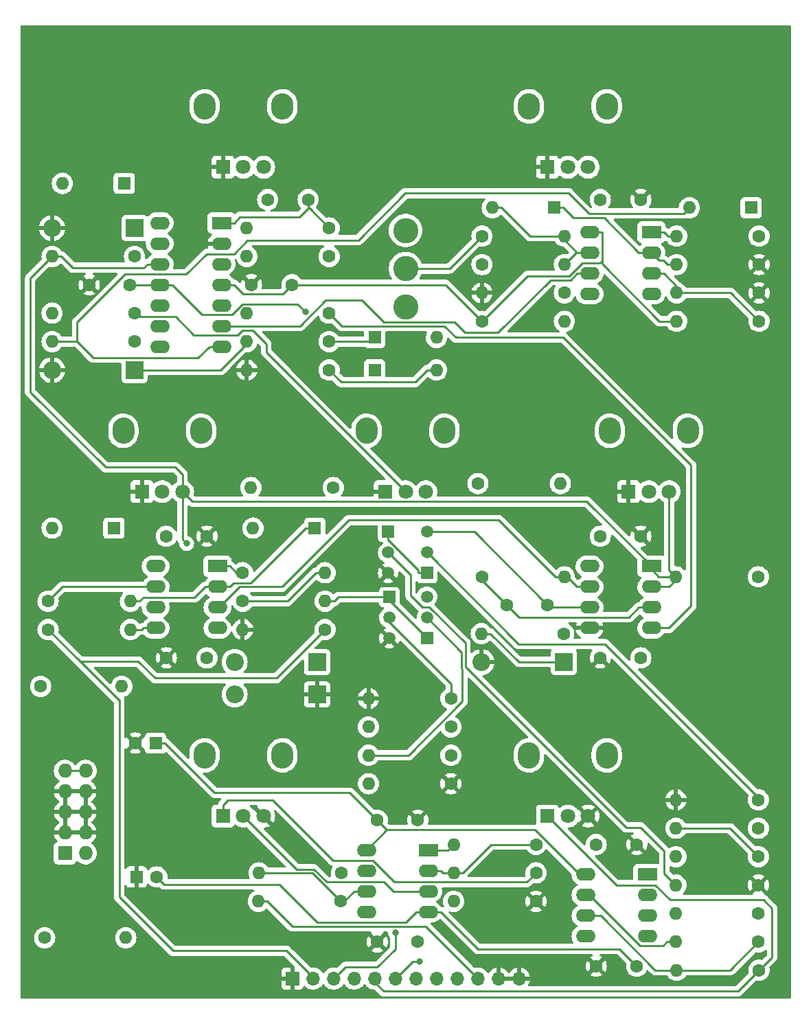
<source format=gbl>
G04 #@! TF.GenerationSoftware,KiCad,Pcbnew,(7.0.0)*
G04 #@! TF.CreationDate,2023-03-18T14:29:31-05:00*
G04 #@! TF.ProjectId,SlopesMain,536c6f70-6573-44d6-9169-6e2e6b696361,rev?*
G04 #@! TF.SameCoordinates,Original*
G04 #@! TF.FileFunction,Copper,L2,Bot*
G04 #@! TF.FilePolarity,Positive*
%FSLAX46Y46*%
G04 Gerber Fmt 4.6, Leading zero omitted, Abs format (unit mm)*
G04 Created by KiCad (PCBNEW (7.0.0)) date 2023-03-18 14:29:31*
%MOMM*%
%LPD*%
G01*
G04 APERTURE LIST*
G04 #@! TA.AperFunction,ComponentPad*
%ADD10C,3.100000*%
G04 #@! TD*
G04 #@! TA.AperFunction,ComponentPad*
%ADD11O,2.720000X3.240000*%
G04 #@! TD*
G04 #@! TA.AperFunction,ComponentPad*
%ADD12R,1.800000X1.800000*%
G04 #@! TD*
G04 #@! TA.AperFunction,ComponentPad*
%ADD13C,1.800000*%
G04 #@! TD*
G04 #@! TA.AperFunction,ComponentPad*
%ADD14R,2.200000X2.200000*%
G04 #@! TD*
G04 #@! TA.AperFunction,ComponentPad*
%ADD15O,2.200000X2.200000*%
G04 #@! TD*
G04 #@! TA.AperFunction,ComponentPad*
%ADD16C,1.600000*%
G04 #@! TD*
G04 #@! TA.AperFunction,ComponentPad*
%ADD17O,1.600000X1.600000*%
G04 #@! TD*
G04 #@! TA.AperFunction,ComponentPad*
%ADD18R,2.400000X1.600000*%
G04 #@! TD*
G04 #@! TA.AperFunction,ComponentPad*
%ADD19O,2.400000X1.600000*%
G04 #@! TD*
G04 #@! TA.AperFunction,ComponentPad*
%ADD20R,1.600000X1.600000*%
G04 #@! TD*
G04 #@! TA.AperFunction,ComponentPad*
%ADD21R,1.500000X1.500000*%
G04 #@! TD*
G04 #@! TA.AperFunction,ComponentPad*
%ADD22C,1.500000*%
G04 #@! TD*
G04 #@! TA.AperFunction,ComponentPad*
%ADD23R,1.700000X1.700000*%
G04 #@! TD*
G04 #@! TA.AperFunction,ComponentPad*
%ADD24O,1.700000X1.700000*%
G04 #@! TD*
G04 #@! TA.AperFunction,ComponentPad*
%ADD25R,1.727200X1.727200*%
G04 #@! TD*
G04 #@! TA.AperFunction,ComponentPad*
%ADD26O,1.727200X1.727200*%
G04 #@! TD*
G04 #@! TA.AperFunction,ViaPad*
%ADD27C,0.800000*%
G04 #@! TD*
G04 #@! TA.AperFunction,Conductor*
%ADD28C,0.250000*%
G04 #@! TD*
G04 APERTURE END LIST*
D10*
X350000000Y-54700000D03*
X350000000Y-50000000D03*
X350000000Y-45300000D03*
D11*
X325199999Y-109999999D03*
X334799999Y-109999999D03*
D12*
X327499999Y-117499999D03*
D13*
X330000000Y-117500000D03*
X332500000Y-117500000D03*
D11*
X345199999Y-69999999D03*
X354799999Y-69999999D03*
D12*
X347499999Y-77499999D03*
D13*
X350000000Y-77500000D03*
X352500000Y-77500000D03*
D11*
X365199999Y-29999999D03*
X374799999Y-29999999D03*
D12*
X367499999Y-37499999D03*
D13*
X370000000Y-37500000D03*
X372500000Y-37500000D03*
D11*
X365199999Y-109999999D03*
X374799999Y-109999999D03*
D12*
X367499999Y-117499999D03*
D13*
X370000000Y-117500000D03*
X372500000Y-117500000D03*
D11*
X325199999Y-29999999D03*
X334799999Y-29999999D03*
D12*
X327499999Y-37499999D03*
D13*
X330000000Y-37500000D03*
X332500000Y-37500000D03*
D11*
X315199999Y-69999999D03*
X324799999Y-69999999D03*
D12*
X317499999Y-77499999D03*
D13*
X320000000Y-77500000D03*
X322500000Y-77500000D03*
D11*
X375199999Y-69999999D03*
X384799999Y-69999999D03*
D12*
X377499999Y-77499999D03*
D13*
X380000000Y-77500000D03*
X382500000Y-77500000D03*
D14*
X339079999Y-98499999D03*
D15*
X328919999Y-98499999D03*
D16*
X393500000Y-115500000D03*
D17*
X383339999Y-115499999D03*
D16*
X340580000Y-59000000D03*
D17*
X330419999Y-58999999D03*
D16*
X366080000Y-121000000D03*
D17*
X355919999Y-120999999D03*
D18*
X379799999Y-124699999D03*
D19*
X379799999Y-127239999D03*
X379799999Y-129779999D03*
X379799999Y-132319999D03*
X372179999Y-132319999D03*
X372179999Y-129779999D03*
X372179999Y-127239999D03*
X372179999Y-124699999D03*
D18*
X380299999Y-45499999D03*
D19*
X380299999Y-48039999D03*
X380299999Y-50579999D03*
X380299999Y-53119999D03*
X372679999Y-53119999D03*
X372679999Y-50579999D03*
X372679999Y-48039999D03*
X372679999Y-45499999D03*
D18*
X352799999Y-121699999D03*
D19*
X352799999Y-124239999D03*
X352799999Y-126779999D03*
X352799999Y-129319999D03*
X345179999Y-129319999D03*
X345179999Y-126779999D03*
X345179999Y-124239999D03*
X345179999Y-121699999D03*
D20*
X346189999Y-62499999D03*
D17*
X353809999Y-62499999D03*
D16*
X373500000Y-121000000D03*
X378500000Y-121000000D03*
X374000000Y-83000000D03*
X379000000Y-83000000D03*
X393500000Y-119000000D03*
D17*
X383339999Y-118999999D03*
D16*
X393580000Y-136500000D03*
D17*
X383419999Y-136499999D03*
D20*
X368309999Y-42499999D03*
D17*
X360689999Y-42499999D03*
D16*
X358920000Y-76500000D03*
D17*
X369079999Y-76499999D03*
D16*
X393580000Y-49500000D03*
D17*
X383419999Y-49499999D03*
D16*
X393580000Y-56500000D03*
D17*
X383419999Y-56499999D03*
D16*
X316580000Y-48500000D03*
D17*
X306419999Y-48499999D03*
D16*
X316580000Y-59000000D03*
D17*
X306419999Y-58999999D03*
D16*
X340580000Y-62500000D03*
D17*
X330419999Y-62499999D03*
D20*
X319182399Y-108499999D03*
D16*
X316682400Y-108500000D03*
X341080000Y-77000000D03*
D17*
X330919999Y-76999999D03*
D16*
X374000000Y-41500000D03*
X379000000Y-41500000D03*
X393580000Y-53000000D03*
D17*
X383419999Y-52999999D03*
D21*
X352639999Y-95539999D03*
D22*
X352640000Y-93000000D03*
X352640000Y-90460000D03*
D16*
X369500000Y-95000000D03*
D17*
X359339999Y-94999999D03*
D20*
X314039999Y-81999999D03*
D17*
X306419999Y-81999999D03*
D16*
X366080000Y-124500000D03*
D17*
X355919999Y-124499999D03*
D18*
X327299999Y-44374999D03*
D19*
X327299999Y-46914999D03*
X327299999Y-49454999D03*
X327299999Y-51994999D03*
X327299999Y-54534999D03*
X327299999Y-57074999D03*
X327299999Y-59614999D03*
X319679999Y-59614999D03*
X319679999Y-57074999D03*
X319679999Y-54534999D03*
X319679999Y-51994999D03*
X319679999Y-49454999D03*
X319679999Y-46914999D03*
X319679999Y-44374999D03*
D16*
X355580000Y-103000000D03*
D17*
X345419999Y-102999999D03*
D16*
X373500000Y-136000000D03*
X378500000Y-136000000D03*
X393580000Y-46000000D03*
D17*
X383419999Y-45999999D03*
D16*
X393500000Y-133000000D03*
D17*
X383339999Y-132999999D03*
D16*
X359420000Y-49500000D03*
D17*
X369579999Y-49499999D03*
D16*
X367500000Y-91500000D03*
X362500000Y-91500000D03*
X338000000Y-41500000D03*
X333000000Y-41500000D03*
X305000000Y-101500000D03*
D17*
X314999999Y-101499999D03*
D16*
X393500000Y-126000000D03*
D17*
X383339999Y-125999999D03*
D16*
X355580000Y-106500000D03*
D17*
X345419999Y-106499999D03*
D16*
X305500000Y-132500000D03*
D17*
X315499999Y-132499999D03*
D20*
X316817599Y-124999999D03*
D16*
X319317600Y-125000000D03*
X329920000Y-91000000D03*
D17*
X340079999Y-90999999D03*
D16*
X359420000Y-46000000D03*
D17*
X369579999Y-45999999D03*
D16*
X311000000Y-52000000D03*
X316000000Y-52000000D03*
X374000000Y-98000000D03*
X379000000Y-98000000D03*
X355580000Y-113500000D03*
D17*
X345419999Y-113499999D03*
D16*
X336000000Y-52000000D03*
X331000000Y-52000000D03*
X346500000Y-118000000D03*
X351500000Y-118000000D03*
X393500000Y-88000000D03*
D17*
X383339999Y-87999999D03*
D14*
X316579999Y-62499999D03*
D15*
X306419999Y-62499999D03*
D16*
X305920000Y-91000000D03*
D17*
X316079999Y-90999999D03*
D14*
X369499999Y-98499999D03*
D15*
X359339999Y-98499999D03*
D16*
X329920000Y-87500000D03*
D17*
X340079999Y-87499999D03*
D16*
X393500000Y-122500000D03*
D17*
X383339999Y-122499999D03*
D23*
X336049999Y-137524999D03*
D24*
X338589999Y-137524999D03*
X341129999Y-137524999D03*
X343669999Y-137524999D03*
X346209999Y-137524999D03*
X348749999Y-137524999D03*
X351289999Y-137524999D03*
X353829999Y-137524999D03*
X356369999Y-137524999D03*
X358909999Y-137524999D03*
X361449999Y-137524999D03*
X363989999Y-137524999D03*
D16*
X305920000Y-94500000D03*
D17*
X316079999Y-94499999D03*
D25*
X307999999Y-122079999D03*
D26*
X310539999Y-122079999D03*
X307999999Y-119539999D03*
X310539999Y-119539999D03*
X307999999Y-116999999D03*
X310539999Y-116999999D03*
X307999999Y-114459999D03*
X310539999Y-114459999D03*
X307999999Y-111919999D03*
X310539999Y-111919999D03*
D16*
X340580000Y-48500000D03*
D17*
X330419999Y-48499999D03*
D16*
X320500000Y-83000000D03*
X325500000Y-83000000D03*
D14*
X339079999Y-102499999D03*
D15*
X328919999Y-102499999D03*
D16*
X340080000Y-94500000D03*
D17*
X329919999Y-94499999D03*
D20*
X346189999Y-58499999D03*
D17*
X353809999Y-58499999D03*
D18*
X380299999Y-86699999D03*
D19*
X380299999Y-89239999D03*
X380299999Y-91779999D03*
X380299999Y-94319999D03*
X372679999Y-94319999D03*
X372679999Y-91779999D03*
X372679999Y-89239999D03*
X372679999Y-86699999D03*
D16*
X393500000Y-129500000D03*
D17*
X383339999Y-129499999D03*
D16*
X359420000Y-88000000D03*
D17*
X369579999Y-87999999D03*
D20*
X392609999Y-42499999D03*
D17*
X384989999Y-42499999D03*
D16*
X340580000Y-55500000D03*
D17*
X330419999Y-55499999D03*
D20*
X338809999Y-81999999D03*
D17*
X331189999Y-81999999D03*
D21*
X347999999Y-90499999D03*
D22*
X348000000Y-93040000D03*
X348000000Y-95580000D03*
D16*
X316580000Y-55500000D03*
D17*
X306419999Y-55499999D03*
D18*
X326799999Y-86699999D03*
D19*
X326799999Y-89239999D03*
X326799999Y-91779999D03*
X326799999Y-94319999D03*
X319179999Y-94319999D03*
X319179999Y-91779999D03*
X319179999Y-89239999D03*
X319179999Y-86699999D03*
D16*
X359420000Y-56500000D03*
D17*
X369579999Y-56499999D03*
D16*
X366080000Y-128000000D03*
D17*
X355919999Y-127999999D03*
D20*
X315309999Y-39499999D03*
D17*
X307689999Y-39499999D03*
D16*
X355580000Y-110000000D03*
D17*
X345419999Y-109999999D03*
D16*
X342000000Y-128000000D03*
D17*
X331839999Y-127999999D03*
D16*
X340580000Y-45000000D03*
D17*
X330419999Y-44999999D03*
D16*
X342080000Y-124500000D03*
D17*
X331919999Y-124499999D03*
D16*
X346500000Y-133000000D03*
X351500000Y-133000000D03*
X320500000Y-98000000D03*
X325500000Y-98000000D03*
D14*
X316579999Y-44999999D03*
D15*
X306419999Y-44999999D03*
D21*
X352639999Y-87539999D03*
D22*
X352640000Y-85000000D03*
X352640000Y-82460000D03*
D21*
X347859999Y-82459999D03*
D22*
X347860000Y-85000000D03*
X347860000Y-87540000D03*
D16*
X369580000Y-53000000D03*
D17*
X359419999Y-52999999D03*
D27*
X323000000Y-83900000D03*
X327000000Y-129500000D03*
X337641600Y-55362000D03*
X348734100Y-131842900D03*
X351700000Y-135400000D03*
D28*
X367780000Y-91780000D02*
X372680000Y-91780000D01*
X367500000Y-91500000D02*
X367780000Y-91780000D01*
X356200000Y-58500000D02*
X354800000Y-57100000D01*
X369457050Y-58500000D02*
X356200000Y-58500000D01*
X385200000Y-74242950D02*
X369457050Y-58500000D01*
X385200000Y-91600000D02*
X385200000Y-74242950D01*
X354800000Y-57100000D02*
X342180000Y-57100000D01*
X342180000Y-57100000D02*
X340580000Y-55500000D01*
X380300000Y-94320000D02*
X382480000Y-94320000D01*
X382480000Y-94320000D02*
X385200000Y-91600000D01*
X382500000Y-87160000D02*
X383340000Y-88000000D01*
X382500000Y-77500000D02*
X382500000Y-87160000D01*
X313000000Y-74500000D02*
X321600000Y-74500000D01*
X321600000Y-74500000D02*
X322500000Y-75400000D01*
X303700000Y-51220000D02*
X303700000Y-65200000D01*
X322500000Y-75400000D02*
X322500000Y-77500000D01*
X306420000Y-48500000D02*
X303700000Y-51220000D01*
X303700000Y-65200000D02*
X313000000Y-74500000D01*
X322500000Y-83400000D02*
X322500000Y-77500000D01*
X323000000Y-83900000D02*
X322500000Y-83400000D01*
X323725000Y-78725000D02*
X372325000Y-78725000D01*
X322500000Y-77500000D02*
X323725000Y-78725000D01*
X372325000Y-78725000D02*
X380300000Y-86700000D01*
X395200000Y-128900000D02*
X395200000Y-134880000D01*
X382629200Y-127829200D02*
X394129200Y-127829200D01*
X367500000Y-117500000D02*
X376000000Y-126000000D01*
X376000000Y-126000000D02*
X380800000Y-126000000D01*
X380800000Y-126000000D02*
X382629200Y-127829200D01*
X394129200Y-127829200D02*
X395200000Y-128900000D01*
X395200000Y-134880000D02*
X393580000Y-136500000D01*
X327500000Y-116100000D02*
X327500000Y-117500000D01*
X328100000Y-115500000D02*
X327500000Y-116100000D01*
X364954600Y-125625400D02*
X366080000Y-124500000D01*
X348606700Y-125625400D02*
X364954600Y-125625400D01*
X345951300Y-122970000D02*
X348606700Y-125625400D01*
X333600000Y-115500000D02*
X341070000Y-122970000D01*
X341070000Y-122970000D02*
X345951300Y-122970000D01*
X328100000Y-115500000D02*
X333600000Y-115500000D01*
X328825300Y-44375000D02*
X329571000Y-43629300D01*
X327300000Y-44375000D02*
X328825300Y-44375000D01*
X338000000Y-42564600D02*
X338144600Y-42564600D01*
X338144600Y-42564600D02*
X340580000Y-45000000D01*
X329571000Y-43629300D02*
X336935300Y-43629300D01*
X336935300Y-43629300D02*
X338000000Y-42564600D01*
X338000000Y-42564600D02*
X338000000Y-41500000D01*
X352684700Y-62500000D02*
X353810000Y-62500000D01*
X342080000Y-64000000D02*
X351184700Y-64000000D01*
X340580000Y-62500000D02*
X342080000Y-64000000D01*
X351184700Y-64000000D02*
X352684700Y-62500000D01*
X373927300Y-49310000D02*
X374205300Y-49032000D01*
X320307700Y-108500000D02*
X326433100Y-114625400D01*
X343125400Y-114625400D02*
X346500000Y-118000000D01*
X374205300Y-49405300D02*
X374205300Y-49032000D01*
X371417400Y-124700000D02*
X372180000Y-124700000D01*
X326433100Y-114625400D02*
X343125400Y-114625400D01*
X327300000Y-51995000D02*
X328825300Y-51995000D01*
X329975500Y-53145200D02*
X334854800Y-53145200D01*
X372680000Y-45500000D02*
X374205300Y-45500000D01*
X347690000Y-119190000D02*
X345180000Y-121700000D01*
X365020000Y-50900000D02*
X370159700Y-50900000D01*
X359420000Y-56500000D02*
X365020000Y-50900000D01*
X347690000Y-119190000D02*
X365907400Y-119190000D01*
X334854800Y-53145200D02*
X336000000Y-52000000D01*
X346500000Y-118000000D02*
X347690000Y-119190000D01*
X383420000Y-56500000D02*
X381300000Y-56500000D01*
X370159700Y-50900000D02*
X371749700Y-49310000D01*
X365907400Y-119190000D02*
X371417400Y-124700000D01*
X381300000Y-56500000D02*
X374205300Y-49405300D01*
X319182400Y-108500000D02*
X320307700Y-108500000D01*
X354920000Y-52000000D02*
X359420000Y-56500000D01*
X371749700Y-49310000D02*
X373927300Y-49310000D01*
X336000000Y-52000000D02*
X354920000Y-52000000D01*
X374205300Y-49032000D02*
X374205300Y-45500000D01*
X328825300Y-51995000D02*
X329975500Y-53145200D01*
X334454200Y-125937800D02*
X339116400Y-130600000D01*
X328575900Y-55696500D02*
X324906800Y-55696500D01*
X319680000Y-51995000D02*
X321205300Y-51995000D01*
X337641600Y-55362000D02*
X336654200Y-54374600D01*
X318149700Y-52000000D02*
X318154700Y-51995000D01*
X319317600Y-125000000D02*
X320255400Y-125937800D01*
X336654200Y-54374600D02*
X329897800Y-54374600D01*
X329897800Y-54374600D02*
X328575900Y-55696500D01*
X316000000Y-52000000D02*
X318149700Y-52000000D01*
X319246500Y-51995000D02*
X319680000Y-51995000D01*
X354325300Y-129320000D02*
X358901700Y-133896400D01*
X319246500Y-51995000D02*
X318154700Y-51995000D01*
X349994700Y-130600000D02*
X351274700Y-129320000D01*
X324906800Y-55696500D02*
X321205300Y-51995000D01*
X352800000Y-129320000D02*
X354325300Y-129320000D01*
X376396400Y-133896400D02*
X378500000Y-136000000D01*
X358901700Y-133896400D02*
X376396400Y-133896400D01*
X339116400Y-130600000D02*
X349994700Y-130600000D01*
X320255400Y-125937800D02*
X334454200Y-125937800D01*
X351274700Y-129320000D02*
X352800000Y-129320000D01*
X328826600Y-48185000D02*
X330511600Y-46500000D01*
X309506700Y-56593300D02*
X315400000Y-50700000D01*
X384290000Y-43200000D02*
X384990000Y-42500000D01*
X315400000Y-50700000D02*
X322965900Y-50700000D01*
X311506700Y-61000000D02*
X309506700Y-59000000D01*
X372600000Y-43200000D02*
X384290000Y-43200000D01*
X370100000Y-40700000D02*
X372600000Y-43200000D01*
X330511600Y-46500000D02*
X344152300Y-46500000D01*
X324389700Y-61000000D02*
X311506700Y-61000000D01*
X309506700Y-59000000D02*
X309506700Y-56593300D01*
X325774700Y-59615000D02*
X324389700Y-61000000D01*
X309506700Y-59000000D02*
X307545300Y-59000000D01*
X344152300Y-46500000D02*
X349952300Y-40700000D01*
X306420000Y-59000000D02*
X307545300Y-59000000D01*
X322965900Y-50700000D02*
X325480900Y-48185000D01*
X327300000Y-59615000D02*
X325774700Y-59615000D01*
X325480900Y-48185000D02*
X328826600Y-48185000D01*
X349952300Y-40700000D02*
X370100000Y-40700000D01*
X352640000Y-82460000D02*
X358460000Y-82460000D01*
X358460000Y-82460000D02*
X367500000Y-91500000D01*
X363965300Y-98500000D02*
X360465300Y-95000000D01*
X359340000Y-95000000D02*
X360465300Y-95000000D01*
X369500000Y-98500000D02*
X363965300Y-98500000D01*
X310540000Y-111920000D02*
X308000000Y-111920000D01*
X334080000Y-100500000D02*
X340080000Y-94500000D01*
X314621000Y-103201000D02*
X309860000Y-98440000D01*
X317040000Y-98440000D02*
X309860000Y-98440000D01*
X319100000Y-100500000D02*
X317040000Y-98440000D01*
X319100000Y-100500000D02*
X334080000Y-100500000D01*
X338590000Y-137390000D02*
X335300000Y-134100000D01*
X314700000Y-103201000D02*
X314621000Y-103201000D01*
X321300000Y-134100000D02*
X314700000Y-127500000D01*
X309860000Y-98440000D02*
X305920000Y-94500000D01*
X314700000Y-127500000D02*
X314700000Y-103201000D01*
X335300000Y-134100000D02*
X321300000Y-134100000D01*
X338590000Y-137525000D02*
X338590000Y-137390000D01*
X348734100Y-133865900D02*
X348734100Y-131842900D01*
X346500000Y-136100000D02*
X348734100Y-133865900D01*
X341130000Y-137525000D02*
X342555000Y-136100000D01*
X342555000Y-136100000D02*
X346500000Y-136100000D01*
X390980000Y-139100000D02*
X393580000Y-136500000D01*
X346210000Y-137525000D02*
X346210000Y-138010000D01*
X346210000Y-138010000D02*
X347300000Y-139100000D01*
X347300000Y-139100000D02*
X390980000Y-139100000D01*
X351700000Y-135400000D02*
X350875000Y-135400000D01*
X350875000Y-135400000D02*
X348750000Y-137525000D01*
X350000000Y-50000000D02*
X355420000Y-50000000D01*
X355420000Y-50000000D02*
X359420000Y-46000000D01*
X332965300Y-128000000D02*
X336065300Y-131100000D01*
X308945300Y-49900000D02*
X307545300Y-48500000D01*
X383340000Y-88000000D02*
X382777400Y-88000000D01*
X318154700Y-49455000D02*
X317709700Y-49900000D01*
X380300000Y-87100000D02*
X380300000Y-86700000D01*
X317709700Y-49900000D02*
X308945300Y-49900000D01*
X319680000Y-49455000D02*
X318154700Y-49455000D01*
X331840000Y-128000000D02*
X332965300Y-128000000D01*
X307545300Y-48500000D02*
X306420000Y-48500000D01*
X336065300Y-131100000D02*
X352485000Y-131100000D01*
X383340000Y-88000000D02*
X383520000Y-88180000D01*
X381200000Y-88000000D02*
X380300000Y-87100000D01*
X383520000Y-88180000D02*
X382460000Y-89240000D01*
X352485000Y-131100000D02*
X358910000Y-137525000D01*
X382460000Y-89240000D02*
X380300000Y-89240000D01*
X382214700Y-88000000D02*
X381200000Y-88000000D01*
X382214700Y-88000000D02*
X383340000Y-88000000D01*
X382777400Y-88000000D02*
X382214700Y-88000000D01*
X378995500Y-118895500D02*
X381900000Y-121800000D01*
X381900000Y-124560000D02*
X383340000Y-126000000D01*
X357375900Y-96153300D02*
X357375900Y-99075900D01*
X352030000Y-91730000D02*
X352952600Y-91730000D01*
X347860000Y-85000000D02*
X350600000Y-87740000D01*
X381900000Y-121800000D02*
X381900000Y-124560000D01*
X357375900Y-99075900D02*
X377195500Y-118895500D01*
X350600000Y-87740000D02*
X350600000Y-90300000D01*
X350600000Y-90300000D02*
X352030000Y-91730000D01*
X377195500Y-118895500D02*
X378995500Y-118895500D01*
X352952600Y-91730000D02*
X357375900Y-96153300D01*
X393500000Y-115200000D02*
X374609000Y-96309000D01*
X393500000Y-115500000D02*
X393500000Y-115200000D01*
X374609000Y-96309000D02*
X363949000Y-96309000D01*
X363949000Y-96309000D02*
X352640000Y-85000000D01*
X348000000Y-93600000D02*
X355580000Y-101180000D01*
X348000000Y-93040000D02*
X348000000Y-93600000D01*
X355580000Y-101180000D02*
X355580000Y-103000000D01*
X356925900Y-99262296D02*
X357000000Y-99336396D01*
X357000000Y-99336396D02*
X357000000Y-103361850D01*
X350361850Y-110000000D02*
X345420000Y-110000000D01*
X356925900Y-97285900D02*
X356925900Y-99262296D01*
X357000000Y-103361850D02*
X350361850Y-110000000D01*
X352640000Y-93000000D02*
X356925900Y-97285900D01*
X355220000Y-121700000D02*
X352800000Y-121700000D01*
X355920000Y-121000000D02*
X355220000Y-121700000D01*
X331110400Y-57600000D02*
X329895000Y-57600000D01*
X321643800Y-55949600D02*
X317029600Y-55949600D01*
X329895000Y-57600000D02*
X329294600Y-58200400D01*
X350000000Y-77500000D02*
X332810900Y-60310900D01*
X323894600Y-58200400D02*
X321643800Y-55949600D01*
X329294600Y-58200400D02*
X323894600Y-58200400D01*
X332810900Y-60310900D02*
X332810900Y-59300500D01*
X317029600Y-55949600D02*
X316580000Y-55500000D01*
X332810900Y-59300500D02*
X331110400Y-57600000D01*
X372666200Y-127240000D02*
X372180000Y-127240000D01*
X381756300Y-133458400D02*
X378884600Y-133458400D01*
X383340000Y-133000000D02*
X382214700Y-133000000D01*
X378884600Y-133458400D02*
X372666200Y-127240000D01*
X382214700Y-133000000D02*
X381756300Y-133458400D01*
X326800000Y-86700000D02*
X328325300Y-86700000D01*
X329125300Y-87500000D02*
X328325300Y-86700000D01*
X329920000Y-87500000D02*
X329125300Y-87500000D01*
X390000000Y-119000000D02*
X383340000Y-119000000D01*
X393500000Y-122500000D02*
X390000000Y-119000000D01*
X380300000Y-45500000D02*
X381825300Y-45500000D01*
X382294700Y-45969400D02*
X381825300Y-45500000D01*
X382294700Y-46000000D02*
X382294700Y-45969400D01*
X383420000Y-46000000D02*
X382294700Y-46000000D01*
X348489900Y-126780000D02*
X352800000Y-126780000D01*
X338686396Y-124050000D02*
X340261896Y-125625500D01*
X336550000Y-124050000D02*
X338686396Y-124050000D01*
X347335400Y-125625500D02*
X348489900Y-126780000D01*
X330000000Y-117500000D02*
X336550000Y-124050000D01*
X340261896Y-125625500D02*
X347335400Y-125625500D01*
X380300000Y-91780000D02*
X378774700Y-91780000D01*
X362500000Y-91500000D02*
X363970500Y-92970500D01*
X359420000Y-88000000D02*
X359420000Y-88420000D01*
X377584200Y-92970500D02*
X378774700Y-91780000D01*
X359420000Y-88420000D02*
X362500000Y-91500000D01*
X363970500Y-92970500D02*
X377584200Y-92970500D01*
X316080000Y-91000000D02*
X317205300Y-91000000D01*
X323981100Y-90533600D02*
X325274700Y-89240000D01*
X317205300Y-91000000D02*
X317671700Y-90533600D01*
X317671700Y-90533600D02*
X323981100Y-90533600D01*
X326800000Y-89240000D02*
X325274700Y-89240000D01*
X338810000Y-82000000D02*
X337684700Y-82000000D01*
X337684700Y-82000000D02*
X330895000Y-88789700D01*
X328775600Y-88789700D02*
X328325300Y-89240000D01*
X330895000Y-88789700D02*
X328775600Y-88789700D01*
X326800000Y-89240000D02*
X328325300Y-89240000D01*
X340580000Y-59000000D02*
X345690000Y-59000000D01*
X345690000Y-59000000D02*
X346190000Y-58500000D01*
X361417100Y-57900000D02*
X367917100Y-51400000D01*
X340132400Y-53900000D02*
X344636400Y-53900000D01*
X327300000Y-57075000D02*
X336957400Y-57075000D01*
X371154700Y-50580000D02*
X372680000Y-50580000D01*
X356015000Y-56600000D02*
X357315000Y-57900000D01*
X347336400Y-56600000D02*
X356015000Y-56600000D01*
X370334700Y-51400000D02*
X371154700Y-50580000D01*
X357315000Y-57900000D02*
X361417100Y-57900000D01*
X367917100Y-51400000D02*
X370334700Y-51400000D01*
X336957400Y-57075000D02*
X340132400Y-53900000D01*
X344636400Y-53900000D02*
X347336400Y-56600000D01*
X338954700Y-87500000D02*
X335454700Y-91000000D01*
X340080000Y-87500000D02*
X338954700Y-87500000D01*
X335454700Y-91000000D02*
X329920000Y-91000000D01*
X382300000Y-49500000D02*
X383420000Y-49500000D01*
X381260000Y-49000000D02*
X381800000Y-49000000D01*
X369435300Y-42500000D02*
X370697300Y-43762000D01*
X368310000Y-42500000D02*
X369435300Y-42500000D01*
X379951800Y-48040000D02*
X378774700Y-48040000D01*
X381800000Y-49000000D02*
X382300000Y-49500000D01*
X379951800Y-48040000D02*
X380300000Y-48040000D01*
X380300000Y-48040000D02*
X381260000Y-49000000D01*
X370697300Y-43762000D02*
X374496700Y-43762000D01*
X374496700Y-43762000D02*
X378774700Y-48040000D01*
X330420000Y-59000000D02*
X330420000Y-59280000D01*
X330420000Y-59280000D02*
X327200000Y-62500000D01*
X327200000Y-62500000D02*
X316580000Y-62500000D01*
X369580000Y-49500000D02*
X371040000Y-48040000D01*
X372680000Y-48040000D02*
X371154700Y-48040000D01*
X365315300Y-46000000D02*
X369580000Y-46000000D01*
X360690000Y-42500000D02*
X361815300Y-42500000D01*
X369580000Y-46465300D02*
X371154700Y-48040000D01*
X371040000Y-48040000D02*
X371154700Y-48040000D01*
X361815300Y-42500000D02*
X365315300Y-46000000D01*
X369580000Y-46000000D02*
X369580000Y-46465300D01*
X352640000Y-87540000D02*
X351564700Y-87540000D01*
X347860000Y-83535300D02*
X347956900Y-83535300D01*
X347956900Y-83535300D02*
X351564700Y-87143100D01*
X347860000Y-82460000D02*
X347860000Y-83535300D01*
X341705300Y-90500000D02*
X341205300Y-91000000D01*
X348000000Y-90900000D02*
X348000000Y-90500000D01*
X352640000Y-95540000D02*
X348000000Y-90900000D01*
X340080000Y-91000000D02*
X341205300Y-91000000D01*
X348000000Y-90500000D02*
X341705300Y-90500000D01*
X351564700Y-87143100D02*
X351564700Y-87540000D01*
X354585300Y-124500000D02*
X354325300Y-124240000D01*
X355920000Y-124500000D02*
X354585300Y-124500000D01*
X360545300Y-121000000D02*
X357045300Y-124500000D01*
X355920000Y-124500000D02*
X357045300Y-124500000D01*
X366080000Y-121000000D02*
X360545300Y-121000000D01*
X352800000Y-124240000D02*
X354325300Y-124240000D01*
X371154700Y-89240000D02*
X372680000Y-89240000D01*
X343000000Y-81000000D02*
X334760000Y-89240000D01*
X369580000Y-88000000D02*
X368454700Y-88000000D01*
X327020000Y-91780000D02*
X326800000Y-91780000D01*
X329560000Y-89240000D02*
X327020000Y-91780000D01*
X369580000Y-88000000D02*
X369914700Y-88000000D01*
X369914700Y-88000000D02*
X371154700Y-89240000D01*
X361454700Y-81000000D02*
X343000000Y-81000000D01*
X334760000Y-89240000D02*
X329560000Y-89240000D01*
X368454700Y-88000000D02*
X361454700Y-81000000D01*
X316080000Y-94500000D02*
X317474700Y-94500000D01*
X319180000Y-94320000D02*
X317654700Y-94320000D01*
X317474700Y-94500000D02*
X317654700Y-94320000D01*
X307680000Y-89240000D02*
X319180000Y-89240000D01*
X305920000Y-91000000D02*
X307680000Y-89240000D01*
X374080000Y-129780000D02*
X380800000Y-136500000D01*
X380800000Y-136500000D02*
X383420000Y-136500000D01*
X390000000Y-136500000D02*
X383420000Y-136500000D01*
X393500000Y-133000000D02*
X390000000Y-136500000D01*
X372180000Y-129780000D02*
X374080000Y-129780000D01*
X393580000Y-56500000D02*
X390080000Y-53000000D01*
X383420000Y-52174700D02*
X381825300Y-50580000D01*
X381825300Y-50580000D02*
X380300000Y-50580000D01*
X383420000Y-53000000D02*
X383420000Y-52174700D01*
X390080000Y-53000000D02*
X383420000Y-53000000D01*
X342434700Y-128000000D02*
X343654700Y-126780000D01*
X342000000Y-128000000D02*
X342434700Y-128000000D01*
X345180000Y-126780000D02*
X343654700Y-126780000D01*
X338500000Y-124500000D02*
X333045300Y-124500000D01*
X331920000Y-124500000D02*
X333045300Y-124500000D01*
X342000000Y-128000000D02*
X338500000Y-124500000D01*
G04 #@! TA.AperFunction,Conductor*
G36*
X354329041Y-130219646D02*
G01*
X358398047Y-134288652D01*
X358405586Y-134296935D01*
X358409700Y-134303418D01*
X358415482Y-134308847D01*
X358415484Y-134308850D01*
X358459349Y-134350042D01*
X358462191Y-134352796D01*
X358481930Y-134372535D01*
X358485060Y-134374963D01*
X358485132Y-134375019D01*
X358494140Y-134382713D01*
X358526379Y-134412986D01*
X358533327Y-134416805D01*
X358533329Y-134416807D01*
X358544126Y-134422743D01*
X358560650Y-134433597D01*
X358570394Y-134441155D01*
X358570397Y-134441157D01*
X358576659Y-134446014D01*
X358583932Y-134449161D01*
X358617235Y-134463572D01*
X358627900Y-134468797D01*
X358666640Y-134490095D01*
X358686260Y-134495132D01*
X358704952Y-134501530D01*
X358723555Y-134509581D01*
X358767225Y-134516497D01*
X358778825Y-134518898D01*
X358821670Y-134529900D01*
X358841924Y-134529900D01*
X358861634Y-134531450D01*
X358881643Y-134534620D01*
X358925661Y-134530458D01*
X358937519Y-134529900D01*
X372989298Y-134529900D01*
X373054193Y-134547897D01*
X373100549Y-134596747D01*
X373115125Y-134662494D01*
X373093757Y-134726358D01*
X373042548Y-134770095D01*
X372848485Y-134860587D01*
X372838995Y-134866067D01*
X372783413Y-134904985D01*
X372775860Y-134913227D01*
X372781869Y-134922659D01*
X373488270Y-135629060D01*
X373499999Y-135635832D01*
X373511730Y-135629059D01*
X374218132Y-134922656D01*
X374224138Y-134913228D01*
X374216586Y-134904985D01*
X374161002Y-134866066D01*
X374151513Y-134860587D01*
X373957452Y-134770095D01*
X373906243Y-134726358D01*
X373884875Y-134662494D01*
X373899451Y-134596747D01*
X373945807Y-134547897D01*
X374010702Y-134529900D01*
X376081806Y-134529900D01*
X376130024Y-134539491D01*
X376170901Y-134566805D01*
X377190847Y-135586751D01*
X377223458Y-135643234D01*
X377223459Y-135708455D01*
X377207882Y-135766591D01*
X377207880Y-135766601D01*
X377206457Y-135771913D01*
X377205978Y-135777386D01*
X377205977Y-135777393D01*
X377187528Y-135988270D01*
X377186502Y-136000000D01*
X377186981Y-136005475D01*
X377205969Y-136222519D01*
X377206457Y-136228087D01*
X377265716Y-136449243D01*
X377268038Y-136454223D01*
X377268039Y-136454225D01*
X377302453Y-136528027D01*
X377362477Y-136656749D01*
X377365630Y-136661252D01*
X377365633Y-136661257D01*
X377416149Y-136733401D01*
X377493802Y-136844300D01*
X377655700Y-137006198D01*
X377770770Y-137086771D01*
X377837505Y-137133500D01*
X377843251Y-137137523D01*
X378050757Y-137234284D01*
X378271913Y-137293543D01*
X378500000Y-137313498D01*
X378728087Y-137293543D01*
X378949243Y-137234284D01*
X379156749Y-137137523D01*
X379344300Y-137006198D01*
X379506198Y-136844300D01*
X379637523Y-136656749D01*
X379696098Y-136531133D01*
X379733586Y-136484423D01*
X379788411Y-136460299D01*
X379848180Y-136464217D01*
X379899386Y-136495290D01*
X380296342Y-136892246D01*
X380303884Y-136900533D01*
X380308000Y-136907018D01*
X380313779Y-136912444D01*
X380313780Y-136912446D01*
X380357667Y-136953658D01*
X380360508Y-136956412D01*
X380380230Y-136976134D01*
X380383414Y-136978604D01*
X380392437Y-136986309D01*
X380424679Y-137016586D01*
X380431628Y-137020406D01*
X380442429Y-137026344D01*
X380458959Y-137037202D01*
X380468694Y-137044754D01*
X380468697Y-137044756D01*
X380474959Y-137049613D01*
X380515536Y-137067172D01*
X380526171Y-137072381D01*
X380564940Y-137093695D01*
X380584566Y-137098734D01*
X380603259Y-137105134D01*
X380621855Y-137113181D01*
X380629686Y-137114421D01*
X380629689Y-137114422D01*
X380646128Y-137117025D01*
X380665525Y-137120097D01*
X380677125Y-137122498D01*
X380719970Y-137133500D01*
X380740224Y-137133500D01*
X380759934Y-137135050D01*
X380779943Y-137138220D01*
X380823961Y-137134058D01*
X380835819Y-137133500D01*
X382200606Y-137133500D01*
X382258786Y-137147737D01*
X382303819Y-137187229D01*
X382337763Y-137235706D01*
X382413802Y-137344300D01*
X382575700Y-137506198D01*
X382763251Y-137637523D01*
X382970757Y-137734284D01*
X383191913Y-137793543D01*
X383420000Y-137813498D01*
X383648087Y-137793543D01*
X383869243Y-137734284D01*
X384076749Y-137637523D01*
X384264300Y-137506198D01*
X384426198Y-137344300D01*
X384536179Y-137187229D01*
X384581214Y-137147737D01*
X384639394Y-137133500D01*
X389921233Y-137133500D01*
X389932416Y-137134027D01*
X389939909Y-137135702D01*
X390007985Y-137133562D01*
X390011945Y-137133500D01*
X390035894Y-137133500D01*
X390039856Y-137133500D01*
X390043856Y-137132994D01*
X390055699Y-137132061D01*
X390099889Y-137130673D01*
X390119333Y-137125023D01*
X390138702Y-137121012D01*
X390158797Y-137118474D01*
X390199915Y-137102193D01*
X390211117Y-137098357D01*
X390253593Y-137086018D01*
X390271039Y-137075699D01*
X390288769Y-137067013D01*
X390307617Y-137059552D01*
X390343387Y-137033561D01*
X390353298Y-137027051D01*
X390391362Y-137004542D01*
X390405688Y-136990215D01*
X390420717Y-136977378D01*
X390437107Y-136965472D01*
X390465294Y-136931397D01*
X390473272Y-136922630D01*
X393086753Y-134309149D01*
X393143236Y-134276539D01*
X393208457Y-134276539D01*
X393242527Y-134285669D01*
X393266594Y-134292118D01*
X393266596Y-134292118D01*
X393271913Y-134293543D01*
X393500000Y-134313498D01*
X393728087Y-134293543D01*
X393949243Y-134234284D01*
X394156749Y-134137523D01*
X394344300Y-134006198D01*
X394351405Y-133999093D01*
X394401564Y-133968355D01*
X394460211Y-133963739D01*
X394514561Y-133986252D01*
X394552767Y-134030985D01*
X394566500Y-134088188D01*
X394566500Y-134565405D01*
X394556909Y-134613623D01*
X394529595Y-134654500D01*
X394386293Y-134797802D01*
X393993246Y-135190848D01*
X393936762Y-135223459D01*
X393871540Y-135223459D01*
X393808087Y-135206457D01*
X393802611Y-135205977D01*
X393802606Y-135205977D01*
X393585475Y-135186981D01*
X393580000Y-135186502D01*
X393574525Y-135186981D01*
X393357393Y-135205977D01*
X393357386Y-135205978D01*
X393351913Y-135206457D01*
X393346599Y-135207880D01*
X393346598Y-135207881D01*
X393136067Y-135264293D01*
X393136065Y-135264293D01*
X393130757Y-135265716D01*
X393125779Y-135268036D01*
X393125774Y-135268039D01*
X392928238Y-135360151D01*
X392928233Y-135360153D01*
X392923251Y-135362477D01*
X392918752Y-135365627D01*
X392918742Y-135365633D01*
X392740211Y-135490643D01*
X392740208Y-135490645D01*
X392735700Y-135493802D01*
X392731808Y-135497693D01*
X392731802Y-135497699D01*
X392577699Y-135651802D01*
X392577693Y-135651808D01*
X392573802Y-135655700D01*
X392570645Y-135660208D01*
X392570643Y-135660211D01*
X392445633Y-135838742D01*
X392445627Y-135838752D01*
X392442477Y-135843251D01*
X392440153Y-135848233D01*
X392440151Y-135848238D01*
X392348039Y-136045774D01*
X392348036Y-136045779D01*
X392345716Y-136050757D01*
X392344293Y-136056065D01*
X392344293Y-136056067D01*
X392298548Y-136226788D01*
X392286457Y-136271913D01*
X392285978Y-136277386D01*
X392285977Y-136277393D01*
X392273097Y-136424622D01*
X392266502Y-136500000D01*
X392266981Y-136505475D01*
X392285585Y-136718128D01*
X392286457Y-136728087D01*
X392296471Y-136765463D01*
X392303459Y-136791540D01*
X392303459Y-136856762D01*
X392270847Y-136913246D01*
X390754497Y-138429597D01*
X390713623Y-138456909D01*
X390665405Y-138466500D01*
X365229853Y-138466500D01*
X365165355Y-138448741D01*
X365119039Y-138400469D01*
X365103961Y-138335293D01*
X365124370Y-138271584D01*
X365185568Y-138177913D01*
X365190511Y-138168778D01*
X365276729Y-137972223D01*
X365280099Y-137962408D01*
X365323013Y-137792943D01*
X365323248Y-137781565D01*
X365312160Y-137779000D01*
X361322000Y-137779000D01*
X361259000Y-137762119D01*
X361212881Y-137716000D01*
X361196000Y-137653000D01*
X361196000Y-137254410D01*
X361704000Y-137254410D01*
X361707506Y-137267493D01*
X361720590Y-137271000D01*
X363719410Y-137271000D01*
X363732493Y-137267493D01*
X363736000Y-137254410D01*
X364244000Y-137254410D01*
X364247506Y-137267493D01*
X364260590Y-137271000D01*
X365312160Y-137271000D01*
X365323248Y-137268434D01*
X365323013Y-137257056D01*
X365280099Y-137087591D01*
X365279817Y-137086770D01*
X372775860Y-137086770D01*
X372783414Y-137095014D01*
X372838996Y-137133933D01*
X372848482Y-137139410D01*
X373045946Y-137231489D01*
X373056238Y-137235235D01*
X373266687Y-137291625D01*
X373277480Y-137293528D01*
X373494525Y-137312517D01*
X373505475Y-137312517D01*
X373722519Y-137293528D01*
X373733312Y-137291625D01*
X373943761Y-137235235D01*
X373954053Y-137231489D01*
X374151510Y-137139413D01*
X374161006Y-137133931D01*
X374216586Y-137095013D01*
X374224138Y-137086771D01*
X374218128Y-137077338D01*
X373511729Y-136370939D01*
X373499999Y-136364167D01*
X373488271Y-136370938D01*
X372781867Y-137077341D01*
X372775860Y-137086770D01*
X365279817Y-137086770D01*
X365276729Y-137077776D01*
X365190511Y-136881221D01*
X365185568Y-136872086D01*
X365068177Y-136692406D01*
X365061789Y-136684200D01*
X364916432Y-136526299D01*
X364908788Y-136519262D01*
X364739411Y-136387431D01*
X364730718Y-136381752D01*
X364541957Y-136279599D01*
X364532440Y-136275424D01*
X364329442Y-136205735D01*
X364319372Y-136203185D01*
X364257538Y-136192867D01*
X364246401Y-136193443D01*
X364244000Y-136204336D01*
X364244000Y-137254410D01*
X363736000Y-137254410D01*
X363736000Y-136204336D01*
X363733598Y-136193443D01*
X363722461Y-136192867D01*
X363660627Y-136203185D01*
X363650557Y-136205735D01*
X363447559Y-136275424D01*
X363438042Y-136279599D01*
X363249281Y-136381752D01*
X363240588Y-136387431D01*
X363071211Y-136519262D01*
X363063567Y-136526299D01*
X362918210Y-136684200D01*
X362911822Y-136692407D01*
X362825483Y-136824558D01*
X362779969Y-136866456D01*
X362720000Y-136881642D01*
X362660031Y-136866456D01*
X362614517Y-136824558D01*
X362528177Y-136692407D01*
X362521789Y-136684200D01*
X362376432Y-136526299D01*
X362368788Y-136519262D01*
X362199411Y-136387431D01*
X362190718Y-136381752D01*
X362001957Y-136279599D01*
X361992440Y-136275424D01*
X361789442Y-136205735D01*
X361779372Y-136203185D01*
X361717538Y-136192867D01*
X361706401Y-136193443D01*
X361704000Y-136204336D01*
X361704000Y-137254410D01*
X361196000Y-137254410D01*
X361196000Y-136204336D01*
X361193598Y-136193443D01*
X361182461Y-136192867D01*
X361120627Y-136203185D01*
X361110557Y-136205735D01*
X360907559Y-136275424D01*
X360898042Y-136279599D01*
X360709281Y-136381752D01*
X360700588Y-136387431D01*
X360531211Y-136519262D01*
X360523567Y-136526299D01*
X360378210Y-136684200D01*
X360371816Y-136692415D01*
X360285780Y-136824101D01*
X360240267Y-136865999D01*
X360180297Y-136881185D01*
X360120328Y-136865998D01*
X360074816Y-136824101D01*
X359985722Y-136687732D01*
X359838702Y-136528027D01*
X359836772Y-136525930D01*
X359836767Y-136525925D01*
X359833240Y-136522094D01*
X359655576Y-136383811D01*
X359650997Y-136381333D01*
X359650994Y-136381331D01*
X359462159Y-136279139D01*
X359462156Y-136279137D01*
X359457574Y-136276658D01*
X359452650Y-136274967D01*
X359452642Y-136274964D01*
X359249565Y-136205248D01*
X359249559Y-136205246D01*
X359244635Y-136203556D01*
X359239498Y-136202698D01*
X359239495Y-136202698D01*
X359027706Y-136167357D01*
X359027703Y-136167356D01*
X359022569Y-136166500D01*
X358797431Y-136166500D01*
X358792297Y-136167356D01*
X358792293Y-136167357D01*
X358580498Y-136202699D01*
X358580492Y-136202700D01*
X358575365Y-136203556D01*
X358572037Y-136204698D01*
X358508203Y-136204038D01*
X358452558Y-136171654D01*
X358286379Y-136005475D01*
X372187483Y-136005475D01*
X372206471Y-136222519D01*
X372208374Y-136233312D01*
X372264764Y-136443761D01*
X372268510Y-136454053D01*
X372360587Y-136651513D01*
X372366066Y-136661002D01*
X372404985Y-136716586D01*
X372413228Y-136724138D01*
X372422656Y-136718132D01*
X373129059Y-136011730D01*
X373135832Y-135999999D01*
X373864167Y-135999999D01*
X373870939Y-136011729D01*
X374577338Y-136718128D01*
X374586771Y-136724138D01*
X374595013Y-136716586D01*
X374633931Y-136661006D01*
X374639413Y-136651510D01*
X374731489Y-136454053D01*
X374735235Y-136443761D01*
X374791625Y-136233312D01*
X374793528Y-136222519D01*
X374812517Y-136005475D01*
X374812517Y-135994525D01*
X374793528Y-135777480D01*
X374791625Y-135766687D01*
X374735235Y-135556238D01*
X374731489Y-135545946D01*
X374639410Y-135348482D01*
X374633933Y-135338996D01*
X374595014Y-135283414D01*
X374586770Y-135275860D01*
X374577341Y-135281867D01*
X373870938Y-135988271D01*
X373864167Y-135999999D01*
X373135832Y-135999999D01*
X373129060Y-135988270D01*
X372422659Y-135281869D01*
X372413227Y-135275860D01*
X372404985Y-135283413D01*
X372366067Y-135338995D01*
X372360587Y-135348485D01*
X372268510Y-135545946D01*
X372264764Y-135556238D01*
X372208374Y-135766687D01*
X372206471Y-135777480D01*
X372187483Y-135994525D01*
X372187483Y-136005475D01*
X358286379Y-136005475D01*
X353124500Y-130843595D01*
X353093762Y-130793436D01*
X353089146Y-130734789D01*
X353111659Y-130680439D01*
X353156392Y-130642233D01*
X353213595Y-130628500D01*
X353254387Y-130628500D01*
X353257127Y-130628500D01*
X353428087Y-130613543D01*
X353649243Y-130554284D01*
X353856749Y-130457523D01*
X354044300Y-130326198D01*
X354150854Y-130219643D01*
X354207334Y-130187034D01*
X354272557Y-130187034D01*
X354329041Y-130219646D01*
G37*
G04 #@! TD.AperFunction*
G04 #@! TA.AperFunction,Conductor*
G36*
X367376470Y-121575108D02*
G01*
X367427677Y-121606182D01*
X370430076Y-124608581D01*
X370457390Y-124649458D01*
X370466789Y-124696713D01*
X370466502Y-124700000D01*
X370466981Y-124705475D01*
X370485156Y-124913227D01*
X370486457Y-124928087D01*
X370545716Y-125149243D01*
X370548038Y-125154223D01*
X370548039Y-125154225D01*
X370609272Y-125285541D01*
X370642477Y-125356749D01*
X370645630Y-125361252D01*
X370645633Y-125361257D01*
X370684940Y-125417392D01*
X370773802Y-125544300D01*
X370935700Y-125706198D01*
X371123251Y-125837523D01*
X371162455Y-125855804D01*
X371215473Y-125902297D01*
X371235207Y-125969996D01*
X371215476Y-126037697D01*
X371162459Y-126084193D01*
X371128239Y-126100150D01*
X371128229Y-126100155D01*
X371123251Y-126102477D01*
X371118752Y-126105627D01*
X371118742Y-126105633D01*
X370940211Y-126230643D01*
X370940208Y-126230645D01*
X370935700Y-126233802D01*
X370931808Y-126237693D01*
X370931802Y-126237699D01*
X370777699Y-126391802D01*
X370777693Y-126391808D01*
X370773802Y-126395700D01*
X370770645Y-126400208D01*
X370770643Y-126400211D01*
X370645633Y-126578742D01*
X370645627Y-126578752D01*
X370642477Y-126583251D01*
X370640153Y-126588233D01*
X370640151Y-126588238D01*
X370548039Y-126785774D01*
X370548036Y-126785779D01*
X370545716Y-126790757D01*
X370544293Y-126796065D01*
X370544293Y-126796067D01*
X370488951Y-127002606D01*
X370486457Y-127011913D01*
X370485978Y-127017386D01*
X370485977Y-127017393D01*
X370472430Y-127172246D01*
X370466502Y-127240000D01*
X370466981Y-127245475D01*
X370484632Y-127447236D01*
X370486457Y-127468087D01*
X370545716Y-127689243D01*
X370548038Y-127694223D01*
X370548039Y-127694225D01*
X370592131Y-127788782D01*
X370642477Y-127896749D01*
X370645630Y-127901252D01*
X370645633Y-127901257D01*
X370710941Y-127994525D01*
X370773802Y-128084300D01*
X370935700Y-128246198D01*
X371034699Y-128315518D01*
X371113846Y-128370938D01*
X371123251Y-128377523D01*
X371162455Y-128395804D01*
X371215473Y-128442297D01*
X371235207Y-128509996D01*
X371215476Y-128577697D01*
X371162459Y-128624193D01*
X371128239Y-128640150D01*
X371128229Y-128640155D01*
X371123251Y-128642477D01*
X371118752Y-128645627D01*
X371118742Y-128645633D01*
X370940211Y-128770643D01*
X370940208Y-128770645D01*
X370935700Y-128773802D01*
X370931808Y-128777693D01*
X370931802Y-128777699D01*
X370777699Y-128931802D01*
X370777693Y-128931808D01*
X370773802Y-128935700D01*
X370770645Y-128940208D01*
X370770643Y-128940211D01*
X370645633Y-129118742D01*
X370645627Y-129118752D01*
X370642477Y-129123251D01*
X370640153Y-129128233D01*
X370640151Y-129128238D01*
X370548039Y-129325774D01*
X370548036Y-129325779D01*
X370545716Y-129330757D01*
X370486457Y-129551913D01*
X370485978Y-129557386D01*
X370485977Y-129557393D01*
X370471523Y-129722606D01*
X370466502Y-129780000D01*
X370466981Y-129785475D01*
X370482818Y-129966500D01*
X370486457Y-130008087D01*
X370545716Y-130229243D01*
X370548038Y-130234223D01*
X370548039Y-130234225D01*
X370592399Y-130329356D01*
X370642477Y-130436749D01*
X370645630Y-130441252D01*
X370645633Y-130441257D01*
X370686131Y-130499093D01*
X370773802Y-130624300D01*
X370935700Y-130786198D01*
X371123251Y-130917523D01*
X371158383Y-130933905D01*
X371162457Y-130935805D01*
X371215474Y-130982300D01*
X371235207Y-131050000D01*
X371215474Y-131117700D01*
X371162457Y-131164195D01*
X371128238Y-131180151D01*
X371128233Y-131180153D01*
X371123251Y-131182477D01*
X371118752Y-131185627D01*
X371118742Y-131185633D01*
X370940211Y-131310643D01*
X370940208Y-131310645D01*
X370935700Y-131313802D01*
X370931808Y-131317693D01*
X370931802Y-131317699D01*
X370777699Y-131471802D01*
X370777693Y-131471808D01*
X370773802Y-131475700D01*
X370770645Y-131480208D01*
X370770643Y-131480211D01*
X370645633Y-131658742D01*
X370645627Y-131658752D01*
X370642477Y-131663251D01*
X370640153Y-131668233D01*
X370640151Y-131668238D01*
X370548039Y-131865774D01*
X370548036Y-131865779D01*
X370545716Y-131870757D01*
X370544293Y-131876065D01*
X370544293Y-131876067D01*
X370513593Y-131990639D01*
X370486457Y-132091913D01*
X370485978Y-132097386D01*
X370485977Y-132097393D01*
X370475736Y-132214456D01*
X370466502Y-132320000D01*
X370466981Y-132325475D01*
X370485270Y-132534528D01*
X370486457Y-132548087D01*
X370545716Y-132769243D01*
X370642477Y-132976749D01*
X370645633Y-132981256D01*
X370645637Y-132981263D01*
X370704011Y-133064630D01*
X370726528Y-133128659D01*
X370712561Y-133195080D01*
X370666163Y-133244619D01*
X370600798Y-133262900D01*
X359216294Y-133262900D01*
X359168076Y-133253309D01*
X359127199Y-133225995D01*
X355344711Y-129443506D01*
X355311548Y-129384891D01*
X355313313Y-129317569D01*
X355349500Y-129260771D01*
X355409772Y-129230725D01*
X355470430Y-129235502D01*
X355470757Y-129234284D01*
X355691913Y-129293543D01*
X355920000Y-129313498D01*
X356148087Y-129293543D01*
X356369243Y-129234284D01*
X356576749Y-129137523D01*
X356649232Y-129086770D01*
X365355860Y-129086770D01*
X365363414Y-129095014D01*
X365418996Y-129133933D01*
X365428482Y-129139410D01*
X365625946Y-129231489D01*
X365636238Y-129235235D01*
X365846687Y-129291625D01*
X365857480Y-129293528D01*
X366074525Y-129312517D01*
X366085475Y-129312517D01*
X366302519Y-129293528D01*
X366313312Y-129291625D01*
X366523761Y-129235235D01*
X366534053Y-129231489D01*
X366731510Y-129139413D01*
X366741006Y-129133931D01*
X366796586Y-129095013D01*
X366804138Y-129086771D01*
X366798128Y-129077338D01*
X366091729Y-128370939D01*
X366079999Y-128364167D01*
X366068271Y-128370938D01*
X365361867Y-129077341D01*
X365355860Y-129086770D01*
X356649232Y-129086770D01*
X356764300Y-129006198D01*
X356926198Y-128844300D01*
X357057523Y-128656749D01*
X357154284Y-128449243D01*
X357213543Y-128228087D01*
X357233019Y-128005475D01*
X364767483Y-128005475D01*
X364786471Y-128222519D01*
X364788374Y-128233312D01*
X364844764Y-128443761D01*
X364848510Y-128454053D01*
X364940587Y-128651513D01*
X364946066Y-128661002D01*
X364984985Y-128716586D01*
X364993228Y-128724138D01*
X365002656Y-128718132D01*
X365709059Y-128011730D01*
X365715832Y-127999999D01*
X366444167Y-127999999D01*
X366450939Y-128011729D01*
X367157338Y-128718128D01*
X367166771Y-128724138D01*
X367175013Y-128716586D01*
X367213931Y-128661006D01*
X367219413Y-128651510D01*
X367311489Y-128454053D01*
X367315235Y-128443761D01*
X367371625Y-128233312D01*
X367373528Y-128222519D01*
X367392517Y-128005475D01*
X367392517Y-127994525D01*
X367373528Y-127777480D01*
X367371625Y-127766687D01*
X367315235Y-127556238D01*
X367311489Y-127545946D01*
X367219410Y-127348482D01*
X367213933Y-127338996D01*
X367175014Y-127283414D01*
X367166770Y-127275860D01*
X367157341Y-127281867D01*
X366450938Y-127988271D01*
X366444167Y-127999999D01*
X365715832Y-127999999D01*
X365709060Y-127988270D01*
X365002659Y-127281869D01*
X364993227Y-127275860D01*
X364984985Y-127283413D01*
X364946067Y-127338995D01*
X364940587Y-127348485D01*
X364848510Y-127545946D01*
X364844764Y-127556238D01*
X364788374Y-127766687D01*
X364786471Y-127777480D01*
X364767483Y-127994525D01*
X364767483Y-128005475D01*
X357233019Y-128005475D01*
X357233498Y-128000000D01*
X357213543Y-127771913D01*
X357154284Y-127550757D01*
X357057523Y-127343251D01*
X357033394Y-127308792D01*
X356996993Y-127256805D01*
X356926198Y-127155700D01*
X356764300Y-126993802D01*
X356649229Y-126913228D01*
X356649228Y-126913227D01*
X365355860Y-126913227D01*
X365361869Y-126922659D01*
X366068270Y-127629060D01*
X366079999Y-127635832D01*
X366091730Y-127629059D01*
X366798132Y-126922656D01*
X366804138Y-126913228D01*
X366796586Y-126904985D01*
X366741002Y-126866066D01*
X366731513Y-126860587D01*
X366534053Y-126768510D01*
X366523761Y-126764764D01*
X366313312Y-126708374D01*
X366302519Y-126706471D01*
X366085475Y-126687483D01*
X366074525Y-126687483D01*
X365857480Y-126706471D01*
X365846687Y-126708374D01*
X365636238Y-126764764D01*
X365625946Y-126768510D01*
X365428485Y-126860587D01*
X365418995Y-126866067D01*
X365363413Y-126904985D01*
X365355860Y-126913227D01*
X356649228Y-126913227D01*
X356581257Y-126865633D01*
X356581252Y-126865630D01*
X356576749Y-126862477D01*
X356467417Y-126811495D01*
X356374225Y-126768039D01*
X356374223Y-126768038D01*
X356369243Y-126765716D01*
X356148087Y-126706457D01*
X356142611Y-126705977D01*
X356142606Y-126705977D01*
X355925475Y-126686981D01*
X355920000Y-126686502D01*
X355914525Y-126686981D01*
X355697393Y-126705977D01*
X355697386Y-126705978D01*
X355691913Y-126706457D01*
X355686599Y-126707880D01*
X355686598Y-126707881D01*
X355476067Y-126764293D01*
X355476065Y-126764293D01*
X355470757Y-126765716D01*
X355465779Y-126768036D01*
X355465774Y-126768039D01*
X355268238Y-126860151D01*
X355268233Y-126860153D01*
X355263251Y-126862477D01*
X355258752Y-126865627D01*
X355258742Y-126865633D01*
X355080211Y-126990643D01*
X355080208Y-126990645D01*
X355075700Y-126993802D01*
X355071808Y-126997693D01*
X355071802Y-126997699D01*
X354917699Y-127151802D01*
X354917693Y-127151808D01*
X354913802Y-127155700D01*
X354910645Y-127160208D01*
X354910643Y-127160211D01*
X354785633Y-127338742D01*
X354785627Y-127338752D01*
X354782477Y-127343251D01*
X354780153Y-127348233D01*
X354780151Y-127348238D01*
X354688039Y-127545774D01*
X354688036Y-127545779D01*
X354685716Y-127550757D01*
X354684293Y-127556065D01*
X354684293Y-127556067D01*
X354633404Y-127745986D01*
X354626457Y-127771913D01*
X354625978Y-127777386D01*
X354625977Y-127777393D01*
X354608051Y-127982300D01*
X354606502Y-128000000D01*
X354606981Y-128005475D01*
X354625977Y-128222606D01*
X354625977Y-128222611D01*
X354626457Y-128228087D01*
X354685716Y-128449243D01*
X354688038Y-128454223D01*
X354688039Y-128454225D01*
X354739744Y-128565107D01*
X354751278Y-128626617D01*
X354731796Y-128686089D01*
X354686104Y-128728852D01*
X354625474Y-128744357D01*
X354575304Y-128731462D01*
X354574679Y-128733043D01*
X354567306Y-128730123D01*
X354560360Y-128726305D01*
X354552683Y-128724334D01*
X354552681Y-128724333D01*
X354543331Y-128721932D01*
X354540736Y-128721266D01*
X354522034Y-128714863D01*
X354510720Y-128709967D01*
X354510718Y-128709966D01*
X354503445Y-128706819D01*
X354495619Y-128705579D01*
X354495618Y-128705579D01*
X354462915Y-128700399D01*
X354459774Y-128699901D01*
X354448159Y-128697496D01*
X354405330Y-128686500D01*
X354402214Y-128686500D01*
X354355673Y-128670337D01*
X354317545Y-128634719D01*
X354260685Y-128553515D01*
X354206198Y-128475700D01*
X354044300Y-128313802D01*
X353929476Y-128233401D01*
X353861257Y-128185633D01*
X353861252Y-128185630D01*
X353856749Y-128182477D01*
X353851761Y-128180151D01*
X353851758Y-128180149D01*
X353817543Y-128164195D01*
X353764525Y-128117700D01*
X353744792Y-128050000D01*
X353764525Y-127982300D01*
X353817543Y-127935805D01*
X353828510Y-127930691D01*
X353856749Y-127917523D01*
X354044300Y-127786198D01*
X354206198Y-127624300D01*
X354337523Y-127436749D01*
X354434284Y-127229243D01*
X354493543Y-127008087D01*
X354513498Y-126780000D01*
X354493543Y-126551913D01*
X354459300Y-126424118D01*
X354457530Y-126417511D01*
X354455658Y-126360319D01*
X354479274Y-126308196D01*
X354523509Y-126271894D01*
X354579237Y-126258900D01*
X364875833Y-126258900D01*
X364887016Y-126259427D01*
X364894509Y-126261102D01*
X364962585Y-126258962D01*
X364966545Y-126258900D01*
X364990494Y-126258900D01*
X364994456Y-126258900D01*
X364998456Y-126258394D01*
X365010299Y-126257461D01*
X365054489Y-126256073D01*
X365073933Y-126250423D01*
X365093302Y-126246412D01*
X365113397Y-126243874D01*
X365154515Y-126227593D01*
X365165717Y-126223757D01*
X365208193Y-126211418D01*
X365225639Y-126201099D01*
X365243369Y-126192413D01*
X365262217Y-126184952D01*
X365297987Y-126158961D01*
X365307898Y-126152451D01*
X365345962Y-126129942D01*
X365360288Y-126115615D01*
X365375317Y-126102778D01*
X365391707Y-126090872D01*
X365419898Y-126056793D01*
X365427868Y-126048034D01*
X365666753Y-125809149D01*
X365723236Y-125776540D01*
X365788459Y-125776541D01*
X365846591Y-125792117D01*
X365851913Y-125793543D01*
X366080000Y-125813498D01*
X366308087Y-125793543D01*
X366529243Y-125734284D01*
X366736749Y-125637523D01*
X366924300Y-125506198D01*
X367086198Y-125344300D01*
X367217523Y-125156749D01*
X367314284Y-124949243D01*
X367373543Y-124728087D01*
X367393498Y-124500000D01*
X367373543Y-124271913D01*
X367314284Y-124050757D01*
X367217523Y-123843251D01*
X367086198Y-123655700D01*
X366924300Y-123493802D01*
X366828059Y-123426413D01*
X366741257Y-123365633D01*
X366741252Y-123365630D01*
X366736749Y-123362477D01*
X366671028Y-123331831D01*
X366534225Y-123268039D01*
X366534223Y-123268038D01*
X366529243Y-123265716D01*
X366308087Y-123206457D01*
X366302611Y-123205977D01*
X366302606Y-123205977D01*
X366085475Y-123186981D01*
X366080000Y-123186502D01*
X366074525Y-123186981D01*
X365857393Y-123205977D01*
X365857386Y-123205978D01*
X365851913Y-123206457D01*
X365846599Y-123207880D01*
X365846598Y-123207881D01*
X365636067Y-123264293D01*
X365636065Y-123264293D01*
X365630757Y-123265716D01*
X365625779Y-123268036D01*
X365625774Y-123268039D01*
X365428238Y-123360151D01*
X365428233Y-123360153D01*
X365423251Y-123362477D01*
X365418752Y-123365627D01*
X365418742Y-123365633D01*
X365240211Y-123490643D01*
X365240208Y-123490645D01*
X365235700Y-123493802D01*
X365231808Y-123497693D01*
X365231802Y-123497699D01*
X365077699Y-123651802D01*
X365077693Y-123651808D01*
X365073802Y-123655700D01*
X365070645Y-123660208D01*
X365070643Y-123660211D01*
X364945633Y-123838742D01*
X364945627Y-123838752D01*
X364942477Y-123843251D01*
X364940153Y-123848233D01*
X364940151Y-123848238D01*
X364848039Y-124045774D01*
X364848036Y-124045779D01*
X364845716Y-124050757D01*
X364786457Y-124271913D01*
X364785978Y-124277386D01*
X364785977Y-124277393D01*
X364769294Y-124468087D01*
X364766502Y-124500000D01*
X364766981Y-124505475D01*
X364784565Y-124706471D01*
X364786457Y-124728087D01*
X364787880Y-124733398D01*
X364787881Y-124733401D01*
X364803459Y-124791540D01*
X364803459Y-124856762D01*
X364770849Y-124913245D01*
X364729101Y-124954994D01*
X364688223Y-124982309D01*
X364640004Y-124991900D01*
X357753493Y-124991900D01*
X357696290Y-124978167D01*
X357651557Y-124939961D01*
X357629044Y-124885611D01*
X357633660Y-124826964D01*
X357664398Y-124776805D01*
X359164258Y-123276946D01*
X360770798Y-121670405D01*
X360811676Y-121643091D01*
X360859894Y-121633500D01*
X364860606Y-121633500D01*
X364918786Y-121647737D01*
X364963819Y-121687229D01*
X364976595Y-121705475D01*
X365073802Y-121844300D01*
X365235700Y-122006198D01*
X365423251Y-122137523D01*
X365630757Y-122234284D01*
X365851913Y-122293543D01*
X366080000Y-122313498D01*
X366308087Y-122293543D01*
X366529243Y-122234284D01*
X366736749Y-122137523D01*
X366924300Y-122006198D01*
X367086198Y-121844300D01*
X367217523Y-121656749D01*
X367224387Y-121642028D01*
X367261876Y-121595316D01*
X367316701Y-121571192D01*
X367376470Y-121575108D01*
G37*
G04 #@! TD.AperFunction*
G04 #@! TA.AperFunction,Conductor*
G36*
X331672989Y-116152045D02*
G01*
X331719418Y-116202220D01*
X331732813Y-116269256D01*
X331709229Y-116333421D01*
X331704581Y-116339835D01*
X331711349Y-116352138D01*
X332499999Y-117140789D01*
X332500000Y-117140790D01*
X333649262Y-118290051D01*
X333658797Y-118296072D01*
X333666888Y-118288228D01*
X333739693Y-118176792D01*
X333744636Y-118167657D01*
X333834181Y-117963516D01*
X333837554Y-117953691D01*
X333892275Y-117737602D01*
X333893987Y-117727348D01*
X333912396Y-117505189D01*
X333912396Y-117494811D01*
X333893987Y-117272651D01*
X333892275Y-117262397D01*
X333837554Y-117046308D01*
X333834181Y-117036483D01*
X333785573Y-116925668D01*
X333776202Y-116857404D01*
X333804141Y-116794418D01*
X333861034Y-116755547D01*
X333929867Y-116752415D01*
X333990055Y-116785959D01*
X340566342Y-123362246D01*
X340573884Y-123370533D01*
X340578000Y-123377018D01*
X340583779Y-123382444D01*
X340583780Y-123382446D01*
X340627667Y-123423658D01*
X340630509Y-123426413D01*
X340650230Y-123446134D01*
X340653414Y-123448604D01*
X340662432Y-123456305D01*
X340694679Y-123486586D01*
X340701628Y-123490406D01*
X340712429Y-123496344D01*
X340728959Y-123507202D01*
X340738694Y-123514754D01*
X340738697Y-123514756D01*
X340744959Y-123519613D01*
X340785536Y-123537172D01*
X340796171Y-123542381D01*
X340834940Y-123563695D01*
X340854566Y-123568734D01*
X340873259Y-123575134D01*
X340891855Y-123583181D01*
X340901702Y-123584740D01*
X340902184Y-123584817D01*
X340904471Y-123585811D01*
X340907299Y-123586633D01*
X340907193Y-123586995D01*
X340960047Y-123609975D01*
X340998459Y-123660032D01*
X341007786Y-123722435D01*
X340985690Y-123781536D01*
X340945632Y-123838744D01*
X340945628Y-123838750D01*
X340942477Y-123843251D01*
X340940153Y-123848233D01*
X340940151Y-123848238D01*
X340848039Y-124045774D01*
X340848036Y-124045779D01*
X340845716Y-124050757D01*
X340786457Y-124271913D01*
X340785978Y-124277386D01*
X340785977Y-124277393D01*
X340769294Y-124468087D01*
X340766502Y-124500000D01*
X340766981Y-124505475D01*
X340784565Y-124706471D01*
X340786457Y-124728087D01*
X340812951Y-124826964D01*
X340814673Y-124833388D01*
X340816545Y-124890581D01*
X340792929Y-124942704D01*
X340748694Y-124979006D01*
X340692966Y-124992000D01*
X340576491Y-124992000D01*
X340528273Y-124982409D01*
X340487396Y-124955095D01*
X339190042Y-123657741D01*
X339182508Y-123649463D01*
X339178396Y-123642982D01*
X339128744Y-123596356D01*
X339125902Y-123593601D01*
X339108970Y-123576669D01*
X339108969Y-123576668D01*
X339106166Y-123573865D01*
X339102971Y-123571386D01*
X339093950Y-123563682D01*
X339067493Y-123538838D01*
X339061717Y-123533414D01*
X339054773Y-123529596D01*
X339054767Y-123529592D01*
X339043962Y-123523652D01*
X339027443Y-123512801D01*
X339011437Y-123500386D01*
X339004162Y-123497238D01*
X339004159Y-123497236D01*
X338970862Y-123482828D01*
X338960200Y-123477605D01*
X338928403Y-123460124D01*
X338928401Y-123460123D01*
X338921456Y-123456305D01*
X338913779Y-123454334D01*
X338913777Y-123454333D01*
X338901834Y-123451267D01*
X338883130Y-123444863D01*
X338871816Y-123439967D01*
X338871814Y-123439966D01*
X338864541Y-123436819D01*
X338856715Y-123435579D01*
X338856714Y-123435579D01*
X338820871Y-123429902D01*
X338809255Y-123427496D01*
X338766426Y-123416500D01*
X338758497Y-123416500D01*
X338746172Y-123416500D01*
X338726461Y-123414949D01*
X338714281Y-123413019D01*
X338714274Y-123413018D01*
X338706453Y-123411780D01*
X338698569Y-123412525D01*
X338698561Y-123412525D01*
X338662435Y-123415941D01*
X338650577Y-123416500D01*
X336864594Y-123416500D01*
X336816376Y-123406909D01*
X336775499Y-123379595D01*
X332519000Y-119123095D01*
X332488262Y-119072936D01*
X332483646Y-119014289D01*
X332506159Y-118959939D01*
X332550892Y-118921733D01*
X332606268Y-118908438D01*
X332606268Y-118908430D01*
X332606322Y-118908425D01*
X332608095Y-118908000D01*
X332611459Y-118908000D01*
X332621807Y-118907142D01*
X332841688Y-118870451D01*
X332851758Y-118867901D01*
X333062594Y-118795521D01*
X333072111Y-118791346D01*
X333268159Y-118685251D01*
X333276855Y-118679569D01*
X333287181Y-118671532D01*
X333295417Y-118660162D01*
X333288651Y-118647862D01*
X332500000Y-117859210D01*
X331350736Y-116709947D01*
X331341156Y-116703897D01*
X331294414Y-116732530D01*
X331239688Y-116738526D01*
X331187629Y-116720615D01*
X331148177Y-116682218D01*
X331115314Y-116631917D01*
X330995993Y-116502300D01*
X330960752Y-116464018D01*
X330960747Y-116464013D01*
X330957220Y-116460182D01*
X330827134Y-116358931D01*
X330789137Y-116310113D01*
X330778955Y-116249095D01*
X330799042Y-116190584D01*
X330844556Y-116148686D01*
X330904525Y-116133500D01*
X331607191Y-116133500D01*
X331672989Y-116152045D01*
G37*
G04 #@! TD.AperFunction*
G04 #@! TA.AperFunction,Conductor*
G36*
X339292104Y-55814388D02*
G01*
X339324715Y-55870872D01*
X339344290Y-55943924D01*
X339344292Y-55943931D01*
X339345716Y-55949243D01*
X339348038Y-55954223D01*
X339348039Y-55954225D01*
X339437005Y-56145015D01*
X339442477Y-56156749D01*
X339445630Y-56161252D01*
X339445633Y-56161257D01*
X339519394Y-56266598D01*
X339573802Y-56344300D01*
X339735700Y-56506198D01*
X339923251Y-56637523D01*
X340130757Y-56734284D01*
X340351913Y-56793543D01*
X340580000Y-56813498D01*
X340808087Y-56793543D01*
X340827053Y-56788460D01*
X340871541Y-56776541D01*
X340936764Y-56776540D01*
X340993248Y-56809152D01*
X341676342Y-57492246D01*
X341683884Y-57500533D01*
X341688000Y-57507018D01*
X341693779Y-57512444D01*
X341693780Y-57512446D01*
X341737667Y-57553658D01*
X341740508Y-57556412D01*
X341760231Y-57576135D01*
X341763359Y-57578561D01*
X341763360Y-57578562D01*
X341763414Y-57578604D01*
X341772446Y-57586317D01*
X341804679Y-57616586D01*
X341811630Y-57620407D01*
X341822423Y-57626340D01*
X341838955Y-57637199D01*
X341854959Y-57649614D01*
X341862236Y-57652763D01*
X341862238Y-57652764D01*
X341895535Y-57667172D01*
X341906200Y-57672397D01*
X341910953Y-57675010D01*
X341944940Y-57693695D01*
X341964560Y-57698732D01*
X341983252Y-57705130D01*
X342001855Y-57713181D01*
X342045525Y-57720097D01*
X342057125Y-57722498D01*
X342099970Y-57733500D01*
X342120224Y-57733500D01*
X342139934Y-57735050D01*
X342159943Y-57738220D01*
X342203961Y-57734058D01*
X342215819Y-57733500D01*
X344755500Y-57733500D01*
X344818500Y-57750381D01*
X344864619Y-57796500D01*
X344881500Y-57859500D01*
X344881500Y-58240500D01*
X344864619Y-58303500D01*
X344818500Y-58349619D01*
X344755500Y-58366500D01*
X341799394Y-58366500D01*
X341741214Y-58352263D01*
X341696181Y-58312771D01*
X341623775Y-58209366D01*
X341586198Y-58155700D01*
X341424300Y-57993802D01*
X341323466Y-57923197D01*
X341241257Y-57865633D01*
X341241252Y-57865630D01*
X341236749Y-57862477D01*
X341211497Y-57850702D01*
X341034225Y-57768039D01*
X341034223Y-57768038D01*
X341029243Y-57765716D01*
X340808087Y-57706457D01*
X340802611Y-57705977D01*
X340802606Y-57705977D01*
X340585475Y-57686981D01*
X340580000Y-57686502D01*
X340574525Y-57686981D01*
X340357393Y-57705977D01*
X340357386Y-57705978D01*
X340351913Y-57706457D01*
X340346599Y-57707880D01*
X340346598Y-57707881D01*
X340136067Y-57764293D01*
X340136065Y-57764293D01*
X340130757Y-57765716D01*
X340125779Y-57768036D01*
X340125774Y-57768039D01*
X339928238Y-57860151D01*
X339928233Y-57860153D01*
X339923251Y-57862477D01*
X339918752Y-57865627D01*
X339918742Y-57865633D01*
X339740211Y-57990643D01*
X339740208Y-57990645D01*
X339735700Y-57993802D01*
X339731808Y-57997693D01*
X339731802Y-57997699D01*
X339577699Y-58151802D01*
X339577693Y-58151808D01*
X339573802Y-58155700D01*
X339570645Y-58160208D01*
X339570643Y-58160211D01*
X339445633Y-58338742D01*
X339445627Y-58338752D01*
X339442477Y-58343251D01*
X339440153Y-58348233D01*
X339440151Y-58348238D01*
X339348039Y-58545774D01*
X339348036Y-58545779D01*
X339345716Y-58550757D01*
X339344293Y-58556065D01*
X339344293Y-58556067D01*
X339287881Y-58766598D01*
X339286457Y-58771913D01*
X339285978Y-58777386D01*
X339285977Y-58777393D01*
X339269718Y-58963238D01*
X339266502Y-59000000D01*
X339266981Y-59005475D01*
X339282964Y-59188172D01*
X339286457Y-59228087D01*
X339345716Y-59449243D01*
X339442477Y-59656749D01*
X339445630Y-59661252D01*
X339445633Y-59661257D01*
X339508395Y-59750889D01*
X339573802Y-59844300D01*
X339735700Y-60006198D01*
X339923251Y-60137523D01*
X340130757Y-60234284D01*
X340351913Y-60293543D01*
X340580000Y-60313498D01*
X340808087Y-60293543D01*
X341029243Y-60234284D01*
X341236749Y-60137523D01*
X341424300Y-60006198D01*
X341586198Y-59844300D01*
X341696179Y-59687229D01*
X341741214Y-59647737D01*
X341799394Y-59633500D01*
X344946601Y-59633500D01*
X344994819Y-59643091D01*
X345026160Y-59664033D01*
X345026739Y-59663261D01*
X345118509Y-59731960D01*
X345143796Y-59750889D01*
X345280799Y-59801989D01*
X345341362Y-59808500D01*
X347035269Y-59808500D01*
X347038638Y-59808500D01*
X347099201Y-59801989D01*
X347236204Y-59750889D01*
X347353261Y-59663261D01*
X347440889Y-59546204D01*
X347491989Y-59409201D01*
X347498500Y-59348638D01*
X347498500Y-57859500D01*
X347515381Y-57796500D01*
X347561500Y-57750381D01*
X347624500Y-57733500D01*
X352525874Y-57733500D01*
X352586478Y-57749032D01*
X352632141Y-57791800D01*
X352651604Y-57851259D01*
X352640069Y-57912749D01*
X352578041Y-58045769D01*
X352578037Y-58045778D01*
X352575716Y-58050757D01*
X352574293Y-58056065D01*
X352574293Y-58056067D01*
X352531747Y-58214850D01*
X352516457Y-58271913D01*
X352515978Y-58277386D01*
X352515977Y-58277393D01*
X352498196Y-58480633D01*
X352496502Y-58500000D01*
X352496981Y-58505475D01*
X352515485Y-58716986D01*
X352516457Y-58728087D01*
X352575716Y-58949243D01*
X352578038Y-58954223D01*
X352578039Y-58954225D01*
X352662022Y-59134329D01*
X352672477Y-59156749D01*
X352675630Y-59161252D01*
X352675633Y-59161257D01*
X352726149Y-59233401D01*
X352803802Y-59344300D01*
X352965700Y-59506198D01*
X353049094Y-59564591D01*
X353147505Y-59633500D01*
X353153251Y-59637523D01*
X353360757Y-59734284D01*
X353581913Y-59793543D01*
X353810000Y-59813498D01*
X354038087Y-59793543D01*
X354259243Y-59734284D01*
X354466749Y-59637523D01*
X354654300Y-59506198D01*
X354816198Y-59344300D01*
X354947523Y-59156749D01*
X355044284Y-58949243D01*
X355103543Y-58728087D01*
X355114477Y-58603107D01*
X355140034Y-58537389D01*
X355196902Y-58495691D01*
X355267268Y-58491079D01*
X355329092Y-58524997D01*
X355696347Y-58892252D01*
X355703886Y-58900535D01*
X355708000Y-58907018D01*
X355713779Y-58912444D01*
X355713780Y-58912446D01*
X355757651Y-58953643D01*
X355760493Y-58956398D01*
X355780230Y-58976135D01*
X355783360Y-58978563D01*
X355783432Y-58978619D01*
X355792440Y-58986313D01*
X355824679Y-59016586D01*
X355831627Y-59020405D01*
X355831629Y-59020407D01*
X355842426Y-59026343D01*
X355858950Y-59037197D01*
X355868694Y-59044755D01*
X355868697Y-59044757D01*
X355874959Y-59049614D01*
X355900165Y-59060521D01*
X355915535Y-59067172D01*
X355926200Y-59072397D01*
X355964940Y-59093695D01*
X355984560Y-59098732D01*
X356003252Y-59105130D01*
X356021855Y-59113181D01*
X356065525Y-59120097D01*
X356077125Y-59122498D01*
X356119970Y-59133500D01*
X356140224Y-59133500D01*
X356159934Y-59135050D01*
X356179943Y-59138220D01*
X356223961Y-59134058D01*
X356235819Y-59133500D01*
X369142456Y-59133500D01*
X369190674Y-59143091D01*
X369231551Y-59170405D01*
X384529595Y-74468449D01*
X384556909Y-74509326D01*
X384566500Y-74557544D01*
X384566500Y-87072810D01*
X384551752Y-87131963D01*
X384510960Y-87177268D01*
X384453673Y-87198119D01*
X384393303Y-87189637D01*
X384346362Y-87155535D01*
X384346198Y-87155700D01*
X384184300Y-86993802D01*
X384067148Y-86911771D01*
X384001257Y-86865633D01*
X384001252Y-86865630D01*
X383996749Y-86862477D01*
X383978514Y-86853974D01*
X383794225Y-86768039D01*
X383794223Y-86768038D01*
X383789243Y-86765716D01*
X383568087Y-86706457D01*
X383562611Y-86705977D01*
X383562606Y-86705977D01*
X383345475Y-86686981D01*
X383340000Y-86686502D01*
X383270481Y-86692584D01*
X383202951Y-86679661D01*
X383152259Y-86633210D01*
X383133500Y-86567063D01*
X383133500Y-78833773D01*
X383151259Y-78769276D01*
X383199530Y-78722960D01*
X383268431Y-78685672D01*
X383268436Y-78685669D01*
X383273017Y-78683190D01*
X383457220Y-78539818D01*
X383615314Y-78368083D01*
X383742984Y-78172669D01*
X383836749Y-77958907D01*
X383894051Y-77732626D01*
X383913327Y-77500000D01*
X383894051Y-77267374D01*
X383836749Y-77041093D01*
X383742984Y-76827331D01*
X383615314Y-76631917D01*
X383538119Y-76548061D01*
X383460752Y-76464018D01*
X383460747Y-76464013D01*
X383457220Y-76460182D01*
X383368963Y-76391488D01*
X383277130Y-76320011D01*
X383277127Y-76320009D01*
X383273017Y-76316810D01*
X383268438Y-76314332D01*
X383268435Y-76314330D01*
X383072312Y-76208194D01*
X383072309Y-76208192D01*
X383067727Y-76205713D01*
X383062799Y-76204021D01*
X383062794Y-76204019D01*
X382851881Y-76131612D01*
X382851875Y-76131610D01*
X382846951Y-76129920D01*
X382841814Y-76129062D01*
X382841811Y-76129062D01*
X382621849Y-76092357D01*
X382621846Y-76092356D01*
X382616712Y-76091500D01*
X382383288Y-76091500D01*
X382378154Y-76092356D01*
X382378150Y-76092357D01*
X382158188Y-76129062D01*
X382158182Y-76129063D01*
X382153049Y-76129920D01*
X382148127Y-76131609D01*
X382148118Y-76131612D01*
X381937205Y-76204019D01*
X381937196Y-76204022D01*
X381932273Y-76205713D01*
X381927694Y-76208190D01*
X381927687Y-76208194D01*
X381731564Y-76314330D01*
X381731556Y-76314335D01*
X381726983Y-76316810D01*
X381722877Y-76320005D01*
X381722869Y-76320011D01*
X381546898Y-76456976D01*
X381546892Y-76456981D01*
X381542780Y-76460182D01*
X381539258Y-76464007D01*
X381539247Y-76464018D01*
X381388214Y-76628084D01*
X381388211Y-76628087D01*
X381384686Y-76631917D01*
X381381842Y-76636268D01*
X381381838Y-76636275D01*
X381355483Y-76676616D01*
X381309969Y-76718514D01*
X381250000Y-76733700D01*
X381190031Y-76718514D01*
X381144517Y-76676616D01*
X381118161Y-76636275D01*
X381115314Y-76631917D01*
X381038119Y-76548061D01*
X380960752Y-76464018D01*
X380960747Y-76464013D01*
X380957220Y-76460182D01*
X380868963Y-76391488D01*
X380777130Y-76320011D01*
X380777127Y-76320009D01*
X380773017Y-76316810D01*
X380768438Y-76314332D01*
X380768435Y-76314330D01*
X380572312Y-76208194D01*
X380572309Y-76208192D01*
X380567727Y-76205713D01*
X380562799Y-76204021D01*
X380562794Y-76204019D01*
X380351881Y-76131612D01*
X380351875Y-76131610D01*
X380346951Y-76129920D01*
X380341814Y-76129062D01*
X380341811Y-76129062D01*
X380121849Y-76092357D01*
X380121846Y-76092356D01*
X380116712Y-76091500D01*
X379883288Y-76091500D01*
X379878154Y-76092356D01*
X379878150Y-76092357D01*
X379658188Y-76129062D01*
X379658182Y-76129063D01*
X379653049Y-76129920D01*
X379648127Y-76131609D01*
X379648118Y-76131612D01*
X379437205Y-76204019D01*
X379437196Y-76204022D01*
X379432273Y-76205713D01*
X379427694Y-76208190D01*
X379427687Y-76208194D01*
X379231564Y-76314330D01*
X379231556Y-76314335D01*
X379226983Y-76316810D01*
X379222877Y-76320005D01*
X379222869Y-76320011D01*
X379059861Y-76446887D01*
X379006587Y-76471126D01*
X378948109Y-76468680D01*
X378897045Y-76440077D01*
X378864414Y-76391488D01*
X378853594Y-76362480D01*
X378845045Y-76346824D01*
X378768302Y-76244307D01*
X378755692Y-76231697D01*
X378653175Y-76154954D01*
X378637519Y-76146405D01*
X378516478Y-76101259D01*
X378501257Y-76097662D01*
X378451938Y-76092359D01*
X378445223Y-76092000D01*
X377770590Y-76092000D01*
X377757506Y-76095506D01*
X377754000Y-76108590D01*
X377754000Y-78891410D01*
X377757506Y-78904493D01*
X377770590Y-78908000D01*
X378445223Y-78908000D01*
X378451938Y-78907640D01*
X378501257Y-78902337D01*
X378516478Y-78898740D01*
X378637519Y-78853594D01*
X378653175Y-78845045D01*
X378755692Y-78768302D01*
X378768302Y-78755692D01*
X378845045Y-78653175D01*
X378853595Y-78637518D01*
X378864414Y-78608512D01*
X378897045Y-78559923D01*
X378948109Y-78531319D01*
X379006587Y-78528873D01*
X379059858Y-78553110D01*
X379226983Y-78683190D01*
X379432273Y-78794287D01*
X379653049Y-78870080D01*
X379883288Y-78908500D01*
X380111501Y-78908500D01*
X380116712Y-78908500D01*
X380346951Y-78870080D01*
X380567727Y-78794287D01*
X380773017Y-78683190D01*
X380957220Y-78539818D01*
X381115314Y-78368083D01*
X381144517Y-78323383D01*
X381190030Y-78281485D01*
X381250000Y-78266299D01*
X381309970Y-78281485D01*
X381355482Y-78323383D01*
X381384686Y-78368083D01*
X381388214Y-78371915D01*
X381539247Y-78535981D01*
X381539252Y-78535985D01*
X381542780Y-78539818D01*
X381726983Y-78683190D01*
X381731561Y-78685667D01*
X381731568Y-78685672D01*
X381800470Y-78722960D01*
X381848741Y-78769276D01*
X381866500Y-78833773D01*
X381866500Y-85312504D01*
X381852148Y-85370906D01*
X381812360Y-85416003D01*
X381756202Y-85437522D01*
X381696467Y-85430559D01*
X381616587Y-85400765D01*
X381616580Y-85400763D01*
X381609201Y-85398011D01*
X381601373Y-85397169D01*
X381601367Y-85397168D01*
X381551988Y-85391860D01*
X381551985Y-85391859D01*
X381548638Y-85391500D01*
X381545269Y-85391500D01*
X379939595Y-85391500D01*
X379891377Y-85381909D01*
X379850500Y-85354595D01*
X379015340Y-84519435D01*
X378981422Y-84457611D01*
X378986034Y-84387245D01*
X379027732Y-84330377D01*
X379093454Y-84304819D01*
X379222519Y-84293528D01*
X379233312Y-84291625D01*
X379443761Y-84235235D01*
X379454053Y-84231489D01*
X379651510Y-84139413D01*
X379661006Y-84133931D01*
X379716586Y-84095013D01*
X379724138Y-84086771D01*
X379718128Y-84077338D01*
X378640789Y-82999999D01*
X379364167Y-82999999D01*
X379370939Y-83011729D01*
X380077338Y-83718128D01*
X380086771Y-83724138D01*
X380095013Y-83716586D01*
X380133931Y-83661006D01*
X380139413Y-83651510D01*
X380231489Y-83454053D01*
X380235235Y-83443761D01*
X380291625Y-83233312D01*
X380293528Y-83222519D01*
X380312517Y-83005475D01*
X380312517Y-82994525D01*
X380293528Y-82777480D01*
X380291625Y-82766687D01*
X380235235Y-82556238D01*
X380231489Y-82545946D01*
X380139410Y-82348482D01*
X380133933Y-82338996D01*
X380095014Y-82283414D01*
X380086770Y-82275860D01*
X380077341Y-82281867D01*
X379370938Y-82988271D01*
X379364167Y-82999999D01*
X378640789Y-82999999D01*
X377922659Y-82281869D01*
X377913227Y-82275860D01*
X377904985Y-82283413D01*
X377866067Y-82338995D01*
X377860587Y-82348485D01*
X377768510Y-82545946D01*
X377764764Y-82556238D01*
X377708374Y-82766687D01*
X377706471Y-82777479D01*
X377695180Y-82906546D01*
X377669622Y-82972268D01*
X377612754Y-83013965D01*
X377542388Y-83018577D01*
X377480564Y-82984659D01*
X376409132Y-81913227D01*
X378275860Y-81913227D01*
X378281869Y-81922659D01*
X378988270Y-82629060D01*
X378999999Y-82635832D01*
X379011730Y-82629059D01*
X379718132Y-81922656D01*
X379724138Y-81913228D01*
X379716586Y-81904985D01*
X379661002Y-81866066D01*
X379651513Y-81860587D01*
X379454053Y-81768510D01*
X379443761Y-81764764D01*
X379233312Y-81708374D01*
X379222519Y-81706471D01*
X379005475Y-81687483D01*
X378994525Y-81687483D01*
X378777480Y-81706471D01*
X378766687Y-81708374D01*
X378556238Y-81764764D01*
X378545946Y-81768510D01*
X378348485Y-81860587D01*
X378338995Y-81866067D01*
X378283413Y-81904985D01*
X378275860Y-81913227D01*
X376409132Y-81913227D01*
X372941128Y-78445223D01*
X376092000Y-78445223D01*
X376092359Y-78451938D01*
X376097662Y-78501257D01*
X376101259Y-78516478D01*
X376146405Y-78637519D01*
X376154954Y-78653175D01*
X376231697Y-78755692D01*
X376244307Y-78768302D01*
X376346824Y-78845045D01*
X376362480Y-78853594D01*
X376483521Y-78898740D01*
X376498742Y-78902337D01*
X376548061Y-78907640D01*
X376554777Y-78908000D01*
X377229410Y-78908000D01*
X377242493Y-78904493D01*
X377246000Y-78891410D01*
X377246000Y-77770590D01*
X377242493Y-77757506D01*
X377229410Y-77754000D01*
X376108590Y-77754000D01*
X376095506Y-77757506D01*
X376092000Y-77770590D01*
X376092000Y-78445223D01*
X372941128Y-78445223D01*
X372828646Y-78332741D01*
X372821112Y-78324463D01*
X372817000Y-78317982D01*
X372767348Y-78271356D01*
X372764506Y-78268601D01*
X372747574Y-78251669D01*
X372747573Y-78251668D01*
X372744770Y-78248865D01*
X372741575Y-78246386D01*
X372732554Y-78238682D01*
X372706097Y-78213838D01*
X372700321Y-78208414D01*
X372693377Y-78204596D01*
X372693371Y-78204592D01*
X372682566Y-78198652D01*
X372666047Y-78187801D01*
X372650041Y-78175386D01*
X372642766Y-78172238D01*
X372642763Y-78172236D01*
X372609466Y-78157828D01*
X372598804Y-78152605D01*
X372567007Y-78135124D01*
X372567005Y-78135123D01*
X372560060Y-78131305D01*
X372552383Y-78129334D01*
X372552381Y-78129333D01*
X372540438Y-78126267D01*
X372521734Y-78119863D01*
X372510420Y-78114967D01*
X372510418Y-78114966D01*
X372503145Y-78111819D01*
X372495319Y-78110579D01*
X372495318Y-78110579D01*
X372459475Y-78104902D01*
X372447859Y-78102496D01*
X372405030Y-78091500D01*
X372397101Y-78091500D01*
X372384776Y-78091500D01*
X372365065Y-78089949D01*
X372352885Y-78088019D01*
X372352878Y-78088018D01*
X372345057Y-78086780D01*
X372337173Y-78087525D01*
X372337165Y-78087525D01*
X372301039Y-78090941D01*
X372289181Y-78091500D01*
X353965056Y-78091500D01*
X353909717Y-78078697D01*
X353865624Y-78042891D01*
X353841738Y-77991357D01*
X353842912Y-77934569D01*
X353857974Y-77875091D01*
X353894051Y-77732626D01*
X353913327Y-77500000D01*
X353894051Y-77267374D01*
X353836749Y-77041093D01*
X353742984Y-76827331D01*
X353615314Y-76631917D01*
X353538119Y-76548061D01*
X353493876Y-76500000D01*
X357606502Y-76500000D01*
X357606981Y-76505475D01*
X357618424Y-76636275D01*
X357626457Y-76728087D01*
X357685716Y-76949243D01*
X357782477Y-77156749D01*
X357785630Y-77161252D01*
X357785633Y-77161257D01*
X357833355Y-77229410D01*
X357913802Y-77344300D01*
X358075700Y-77506198D01*
X358263251Y-77637523D01*
X358470757Y-77734284D01*
X358691913Y-77793543D01*
X358920000Y-77813498D01*
X359148087Y-77793543D01*
X359369243Y-77734284D01*
X359576749Y-77637523D01*
X359764300Y-77506198D01*
X359926198Y-77344300D01*
X360057523Y-77156749D01*
X360154284Y-76949243D01*
X360213543Y-76728087D01*
X360233498Y-76500000D01*
X367766502Y-76500000D01*
X367766981Y-76505475D01*
X367778424Y-76636275D01*
X367786457Y-76728087D01*
X367845716Y-76949243D01*
X367942477Y-77156749D01*
X367945630Y-77161252D01*
X367945633Y-77161257D01*
X367993355Y-77229410D01*
X368073802Y-77344300D01*
X368235700Y-77506198D01*
X368423251Y-77637523D01*
X368630757Y-77734284D01*
X368851913Y-77793543D01*
X369080000Y-77813498D01*
X369308087Y-77793543D01*
X369529243Y-77734284D01*
X369736749Y-77637523D01*
X369924300Y-77506198D01*
X370086198Y-77344300D01*
X370166645Y-77229410D01*
X376092000Y-77229410D01*
X376095506Y-77242493D01*
X376108590Y-77246000D01*
X377229410Y-77246000D01*
X377242493Y-77242493D01*
X377246000Y-77229410D01*
X377246000Y-76108590D01*
X377242493Y-76095506D01*
X377229410Y-76092000D01*
X376554777Y-76092000D01*
X376548061Y-76092359D01*
X376498742Y-76097662D01*
X376483521Y-76101259D01*
X376362480Y-76146405D01*
X376346824Y-76154954D01*
X376244307Y-76231697D01*
X376231697Y-76244307D01*
X376154954Y-76346824D01*
X376146405Y-76362480D01*
X376101259Y-76483521D01*
X376097662Y-76498742D01*
X376092359Y-76548061D01*
X376092000Y-76554777D01*
X376092000Y-77229410D01*
X370166645Y-77229410D01*
X370217523Y-77156749D01*
X370314284Y-76949243D01*
X370373543Y-76728087D01*
X370393498Y-76500000D01*
X370373543Y-76271913D01*
X370314284Y-76050757D01*
X370217523Y-75843251D01*
X370086198Y-75655700D01*
X369924300Y-75493802D01*
X369850496Y-75442123D01*
X369741257Y-75365633D01*
X369741252Y-75365630D01*
X369736749Y-75362477D01*
X369723181Y-75356150D01*
X369534225Y-75268039D01*
X369534223Y-75268038D01*
X369529243Y-75265716D01*
X369308087Y-75206457D01*
X369302611Y-75205977D01*
X369302606Y-75205977D01*
X369085475Y-75186981D01*
X369080000Y-75186502D01*
X369074525Y-75186981D01*
X368857393Y-75205977D01*
X368857386Y-75205978D01*
X368851913Y-75206457D01*
X368846599Y-75207880D01*
X368846598Y-75207881D01*
X368636067Y-75264293D01*
X368636065Y-75264293D01*
X368630757Y-75265716D01*
X368625779Y-75268036D01*
X368625774Y-75268039D01*
X368428238Y-75360151D01*
X368428233Y-75360153D01*
X368423251Y-75362477D01*
X368418752Y-75365627D01*
X368418742Y-75365633D01*
X368240211Y-75490643D01*
X368240208Y-75490645D01*
X368235700Y-75493802D01*
X368231808Y-75497693D01*
X368231802Y-75497699D01*
X368077699Y-75651802D01*
X368077693Y-75651808D01*
X368073802Y-75655700D01*
X368070645Y-75660208D01*
X368070643Y-75660211D01*
X367945633Y-75838742D01*
X367945627Y-75838752D01*
X367942477Y-75843251D01*
X367940153Y-75848233D01*
X367940151Y-75848238D01*
X367848039Y-76045774D01*
X367848036Y-76045779D01*
X367845716Y-76050757D01*
X367844293Y-76056065D01*
X367844293Y-76056067D01*
X367797233Y-76231697D01*
X367786457Y-76271913D01*
X367785978Y-76277386D01*
X367785977Y-76277393D01*
X367771149Y-76446887D01*
X367766502Y-76500000D01*
X360233498Y-76500000D01*
X360213543Y-76271913D01*
X360154284Y-76050757D01*
X360057523Y-75843251D01*
X359926198Y-75655700D01*
X359764300Y-75493802D01*
X359690496Y-75442123D01*
X359581257Y-75365633D01*
X359581252Y-75365630D01*
X359576749Y-75362477D01*
X359563181Y-75356150D01*
X359374225Y-75268039D01*
X359374223Y-75268038D01*
X359369243Y-75265716D01*
X359148087Y-75206457D01*
X359142611Y-75205977D01*
X359142606Y-75205977D01*
X358925475Y-75186981D01*
X358920000Y-75186502D01*
X358914525Y-75186981D01*
X358697393Y-75205977D01*
X358697386Y-75205978D01*
X358691913Y-75206457D01*
X358686599Y-75207880D01*
X358686598Y-75207881D01*
X358476067Y-75264293D01*
X358476065Y-75264293D01*
X358470757Y-75265716D01*
X358465779Y-75268036D01*
X358465774Y-75268039D01*
X358268238Y-75360151D01*
X358268233Y-75360153D01*
X358263251Y-75362477D01*
X358258752Y-75365627D01*
X358258742Y-75365633D01*
X358080211Y-75490643D01*
X358080208Y-75490645D01*
X358075700Y-75493802D01*
X358071808Y-75497693D01*
X358071802Y-75497699D01*
X357917699Y-75651802D01*
X357917693Y-75651808D01*
X357913802Y-75655700D01*
X357910645Y-75660208D01*
X357910643Y-75660211D01*
X357785633Y-75838742D01*
X357785627Y-75838752D01*
X357782477Y-75843251D01*
X357780153Y-75848233D01*
X357780151Y-75848238D01*
X357688039Y-76045774D01*
X357688036Y-76045779D01*
X357685716Y-76050757D01*
X357684293Y-76056065D01*
X357684293Y-76056067D01*
X357637233Y-76231697D01*
X357626457Y-76271913D01*
X357625978Y-76277386D01*
X357625977Y-76277393D01*
X357611149Y-76446887D01*
X357606502Y-76500000D01*
X353493876Y-76500000D01*
X353460752Y-76464018D01*
X353460747Y-76464013D01*
X353457220Y-76460182D01*
X353368963Y-76391488D01*
X353277130Y-76320011D01*
X353277127Y-76320009D01*
X353273017Y-76316810D01*
X353268438Y-76314332D01*
X353268435Y-76314330D01*
X353072312Y-76208194D01*
X353072309Y-76208192D01*
X353067727Y-76205713D01*
X353062799Y-76204021D01*
X353062794Y-76204019D01*
X352851881Y-76131612D01*
X352851875Y-76131610D01*
X352846951Y-76129920D01*
X352841814Y-76129062D01*
X352841811Y-76129062D01*
X352621849Y-76092357D01*
X352621846Y-76092356D01*
X352616712Y-76091500D01*
X352383288Y-76091500D01*
X352378154Y-76092356D01*
X352378150Y-76092357D01*
X352158188Y-76129062D01*
X352158182Y-76129063D01*
X352153049Y-76129920D01*
X352148127Y-76131609D01*
X352148118Y-76131612D01*
X351937205Y-76204019D01*
X351937196Y-76204022D01*
X351932273Y-76205713D01*
X351927694Y-76208190D01*
X351927687Y-76208194D01*
X351731564Y-76314330D01*
X351731556Y-76314335D01*
X351726983Y-76316810D01*
X351722877Y-76320005D01*
X351722869Y-76320011D01*
X351546898Y-76456976D01*
X351546892Y-76456981D01*
X351542780Y-76460182D01*
X351539258Y-76464007D01*
X351539247Y-76464018D01*
X351388214Y-76628084D01*
X351388211Y-76628087D01*
X351384686Y-76631917D01*
X351381842Y-76636268D01*
X351381838Y-76636275D01*
X351355483Y-76676616D01*
X351309969Y-76718514D01*
X351250000Y-76733700D01*
X351190031Y-76718514D01*
X351144517Y-76676616D01*
X351118161Y-76636275D01*
X351115314Y-76631917D01*
X351038119Y-76548061D01*
X350960752Y-76464018D01*
X350960747Y-76464013D01*
X350957220Y-76460182D01*
X350868963Y-76391488D01*
X350777130Y-76320011D01*
X350777127Y-76320009D01*
X350773017Y-76316810D01*
X350768438Y-76314332D01*
X350768435Y-76314330D01*
X350572312Y-76208194D01*
X350572309Y-76208192D01*
X350567727Y-76205713D01*
X350562799Y-76204021D01*
X350562794Y-76204019D01*
X350351881Y-76131612D01*
X350351875Y-76131610D01*
X350346951Y-76129920D01*
X350341814Y-76129062D01*
X350341811Y-76129062D01*
X350121849Y-76092357D01*
X350121846Y-76092356D01*
X350116712Y-76091500D01*
X349883288Y-76091500D01*
X349878154Y-76092356D01*
X349878150Y-76092357D01*
X349658188Y-76129062D01*
X349658182Y-76129063D01*
X349653049Y-76129920D01*
X349648126Y-76131609D01*
X349648122Y-76131611D01*
X349632725Y-76136897D01*
X349563414Y-76140479D01*
X349502722Y-76106817D01*
X345662363Y-72266458D01*
X345629702Y-72209789D01*
X345629851Y-72144381D01*
X345662771Y-72087861D01*
X345719587Y-72055460D01*
X345804916Y-72033153D01*
X346056643Y-71926181D01*
X346290112Y-71783697D01*
X346500347Y-71608738D01*
X346682867Y-71405033D01*
X346833783Y-71176923D01*
X346949877Y-70929271D01*
X347028676Y-70667355D01*
X347068500Y-70396757D01*
X347068500Y-70328288D01*
X352931500Y-70328288D01*
X352931666Y-70330558D01*
X352931667Y-70330581D01*
X352946130Y-70528188D01*
X352946131Y-70528197D01*
X352946467Y-70532783D01*
X353005937Y-70799753D01*
X353007581Y-70804053D01*
X353007582Y-70804054D01*
X353076789Y-70985003D01*
X353103645Y-71055219D01*
X353105897Y-71059231D01*
X353105900Y-71059238D01*
X353235253Y-71289721D01*
X353235257Y-71289727D01*
X353237507Y-71293736D01*
X353404671Y-71510220D01*
X353601574Y-71700059D01*
X353605314Y-71702735D01*
X353605318Y-71702738D01*
X353776415Y-71825147D01*
X353824019Y-71859205D01*
X354067266Y-71984267D01*
X354326130Y-72072579D01*
X354595093Y-72122259D01*
X354868424Y-72132248D01*
X355140296Y-72102334D01*
X355404916Y-72033153D01*
X355656643Y-71926181D01*
X355890112Y-71783697D01*
X356100347Y-71608738D01*
X356282867Y-71405033D01*
X356433783Y-71176923D01*
X356549877Y-70929271D01*
X356628676Y-70667355D01*
X356668500Y-70396757D01*
X356668500Y-70328288D01*
X373331500Y-70328288D01*
X373331666Y-70330558D01*
X373331667Y-70330581D01*
X373346130Y-70528188D01*
X373346131Y-70528197D01*
X373346467Y-70532783D01*
X373405937Y-70799753D01*
X373407581Y-70804053D01*
X373407582Y-70804054D01*
X373476789Y-70985003D01*
X373503645Y-71055219D01*
X373505897Y-71059231D01*
X373505900Y-71059238D01*
X373635253Y-71289721D01*
X373635257Y-71289727D01*
X373637507Y-71293736D01*
X373804671Y-71510220D01*
X374001574Y-71700059D01*
X374005314Y-71702735D01*
X374005318Y-71702738D01*
X374176415Y-71825147D01*
X374224019Y-71859205D01*
X374467266Y-71984267D01*
X374726130Y-72072579D01*
X374995093Y-72122259D01*
X375268424Y-72132248D01*
X375540296Y-72102334D01*
X375804916Y-72033153D01*
X376056643Y-71926181D01*
X376290112Y-71783697D01*
X376500347Y-71608738D01*
X376682867Y-71405033D01*
X376833783Y-71176923D01*
X376949877Y-70929271D01*
X377028676Y-70667355D01*
X377068500Y-70396757D01*
X377068500Y-69671712D01*
X377053533Y-69467217D01*
X376994063Y-69200247D01*
X376896355Y-68944781D01*
X376762493Y-68706264D01*
X376595329Y-68489780D01*
X376398426Y-68299941D01*
X376394686Y-68297265D01*
X376394681Y-68297261D01*
X376179730Y-68143477D01*
X376179728Y-68143475D01*
X376175981Y-68140795D01*
X376171885Y-68138689D01*
X375936829Y-68017838D01*
X375936824Y-68017836D01*
X375932734Y-68015733D01*
X375673870Y-67927421D01*
X375657303Y-67924360D01*
X375409436Y-67878577D01*
X375409428Y-67878576D01*
X375404907Y-67877741D01*
X375400316Y-67877573D01*
X375400305Y-67877572D01*
X375136179Y-67867920D01*
X375136176Y-67867920D01*
X375131576Y-67867752D01*
X375127008Y-67868254D01*
X375126996Y-67868255D01*
X374864277Y-67897162D01*
X374864265Y-67897164D01*
X374859704Y-67897666D01*
X374855261Y-67898827D01*
X374855253Y-67898829D01*
X374599539Y-67965682D01*
X374599535Y-67965683D01*
X374595084Y-67966847D01*
X374590857Y-67968643D01*
X374590846Y-67968647D01*
X374347588Y-68072020D01*
X374347576Y-68072025D01*
X374343357Y-68073819D01*
X374339436Y-68076211D01*
X374339430Y-68076215D01*
X374113819Y-68213903D01*
X374113809Y-68213909D01*
X374109888Y-68216303D01*
X374106361Y-68219237D01*
X374106350Y-68219246D01*
X373903187Y-68388320D01*
X373903179Y-68388327D01*
X373899653Y-68391262D01*
X373896584Y-68394686D01*
X373896581Y-68394690D01*
X373720211Y-68591530D01*
X373720201Y-68591542D01*
X373717133Y-68594967D01*
X373714593Y-68598805D01*
X373714590Y-68598810D01*
X373640844Y-68710278D01*
X373566217Y-68823077D01*
X373564268Y-68827234D01*
X373564261Y-68827247D01*
X373452077Y-69066560D01*
X373450123Y-69070729D01*
X373448801Y-69075122D01*
X373448796Y-69075136D01*
X373372651Y-69328232D01*
X373372649Y-69328240D01*
X373371324Y-69332645D01*
X373370653Y-69337201D01*
X373370652Y-69337208D01*
X373332171Y-69598681D01*
X373331500Y-69603243D01*
X373331500Y-70328288D01*
X356668500Y-70328288D01*
X356668500Y-69671712D01*
X356653533Y-69467217D01*
X356594063Y-69200247D01*
X356496355Y-68944781D01*
X356362493Y-68706264D01*
X356195329Y-68489780D01*
X355998426Y-68299941D01*
X355994686Y-68297265D01*
X355994681Y-68297261D01*
X355779730Y-68143477D01*
X355779728Y-68143475D01*
X355775981Y-68140795D01*
X355771885Y-68138689D01*
X355536829Y-68017838D01*
X355536824Y-68017836D01*
X355532734Y-68015733D01*
X355273870Y-67927421D01*
X355257303Y-67924360D01*
X355009436Y-67878577D01*
X355009428Y-67878576D01*
X355004907Y-67877741D01*
X355000316Y-67877573D01*
X355000305Y-67877572D01*
X354736179Y-67867920D01*
X354736176Y-67867920D01*
X354731576Y-67867752D01*
X354727008Y-67868254D01*
X354726996Y-67868255D01*
X354464277Y-67897162D01*
X354464265Y-67897164D01*
X354459704Y-67897666D01*
X354455261Y-67898827D01*
X354455253Y-67898829D01*
X354199539Y-67965682D01*
X354199535Y-67965683D01*
X354195084Y-67966847D01*
X354190857Y-67968643D01*
X354190846Y-67968647D01*
X353947588Y-68072020D01*
X353947576Y-68072025D01*
X353943357Y-68073819D01*
X353939436Y-68076211D01*
X353939430Y-68076215D01*
X353713819Y-68213903D01*
X353713809Y-68213909D01*
X353709888Y-68216303D01*
X353706361Y-68219237D01*
X353706350Y-68219246D01*
X353503187Y-68388320D01*
X353503179Y-68388327D01*
X353499653Y-68391262D01*
X353496584Y-68394686D01*
X353496581Y-68394690D01*
X353320211Y-68591530D01*
X353320201Y-68591542D01*
X353317133Y-68594967D01*
X353314593Y-68598805D01*
X353314590Y-68598810D01*
X353240844Y-68710278D01*
X353166217Y-68823077D01*
X353164268Y-68827234D01*
X353164261Y-68827247D01*
X353052077Y-69066560D01*
X353050123Y-69070729D01*
X353048801Y-69075122D01*
X353048796Y-69075136D01*
X352972651Y-69328232D01*
X352972649Y-69328240D01*
X352971324Y-69332645D01*
X352970653Y-69337201D01*
X352970652Y-69337208D01*
X352932171Y-69598681D01*
X352931500Y-69603243D01*
X352931500Y-70328288D01*
X347068500Y-70328288D01*
X347068500Y-69671712D01*
X347053533Y-69467217D01*
X346994063Y-69200247D01*
X346896355Y-68944781D01*
X346762493Y-68706264D01*
X346595329Y-68489780D01*
X346398426Y-68299941D01*
X346394686Y-68297265D01*
X346394681Y-68297261D01*
X346179730Y-68143477D01*
X346179728Y-68143475D01*
X346175981Y-68140795D01*
X346171885Y-68138689D01*
X345936829Y-68017838D01*
X345936824Y-68017836D01*
X345932734Y-68015733D01*
X345673870Y-67927421D01*
X345657303Y-67924360D01*
X345409436Y-67878577D01*
X345409428Y-67878576D01*
X345404907Y-67877741D01*
X345400316Y-67877573D01*
X345400305Y-67877572D01*
X345136179Y-67867920D01*
X345136176Y-67867920D01*
X345131576Y-67867752D01*
X345127008Y-67868254D01*
X345126996Y-67868255D01*
X344864277Y-67897162D01*
X344864265Y-67897164D01*
X344859704Y-67897666D01*
X344855261Y-67898827D01*
X344855253Y-67898829D01*
X344599539Y-67965682D01*
X344599535Y-67965683D01*
X344595084Y-67966847D01*
X344590857Y-67968643D01*
X344590846Y-67968647D01*
X344347588Y-68072020D01*
X344347576Y-68072025D01*
X344343357Y-68073819D01*
X344339436Y-68076211D01*
X344339430Y-68076215D01*
X344113819Y-68213903D01*
X344113809Y-68213909D01*
X344109888Y-68216303D01*
X344106361Y-68219237D01*
X344106350Y-68219246D01*
X343903187Y-68388320D01*
X343903179Y-68388327D01*
X343899653Y-68391262D01*
X343896584Y-68394686D01*
X343896581Y-68394690D01*
X343720211Y-68591530D01*
X343720201Y-68591542D01*
X343717133Y-68594967D01*
X343714593Y-68598805D01*
X343714590Y-68598810D01*
X343640844Y-68710278D01*
X343566217Y-68823077D01*
X343564268Y-68827234D01*
X343564261Y-68827247D01*
X343452077Y-69066560D01*
X343450123Y-69070729D01*
X343448801Y-69075122D01*
X343448796Y-69075136D01*
X343372651Y-69328232D01*
X343372649Y-69328240D01*
X343371324Y-69332645D01*
X343370653Y-69337201D01*
X343370652Y-69337208D01*
X343332171Y-69598681D01*
X343331500Y-69603243D01*
X343331500Y-69607852D01*
X343331500Y-69631405D01*
X343317767Y-69688608D01*
X343279561Y-69733341D01*
X343225211Y-69755854D01*
X343166564Y-69751238D01*
X343116405Y-69720500D01*
X335895905Y-62500000D01*
X339266502Y-62500000D01*
X339266981Y-62505475D01*
X339285977Y-62722606D01*
X339285977Y-62722611D01*
X339286457Y-62728087D01*
X339345716Y-62949243D01*
X339348038Y-62954223D01*
X339348039Y-62954225D01*
X339440034Y-63151510D01*
X339442477Y-63156749D01*
X339445630Y-63161252D01*
X339445633Y-63161257D01*
X339470311Y-63196500D01*
X339573802Y-63344300D01*
X339735700Y-63506198D01*
X339923251Y-63637523D01*
X340130757Y-63734284D01*
X340351913Y-63793543D01*
X340580000Y-63813498D01*
X340808087Y-63793543D01*
X340827053Y-63788460D01*
X340871541Y-63776541D01*
X340936764Y-63776540D01*
X340993248Y-63809152D01*
X341576342Y-64392246D01*
X341583884Y-64400533D01*
X341588000Y-64407018D01*
X341593779Y-64412444D01*
X341593780Y-64412446D01*
X341637667Y-64453658D01*
X341640509Y-64456413D01*
X341660230Y-64476134D01*
X341663414Y-64478604D01*
X341672437Y-64486309D01*
X341704679Y-64516586D01*
X341711628Y-64520406D01*
X341722429Y-64526344D01*
X341738959Y-64537202D01*
X341748694Y-64544754D01*
X341748697Y-64544756D01*
X341754959Y-64549613D01*
X341795536Y-64567172D01*
X341806171Y-64572381D01*
X341844940Y-64593695D01*
X341864566Y-64598734D01*
X341883259Y-64605134D01*
X341901855Y-64613181D01*
X341945518Y-64620095D01*
X341957129Y-64622500D01*
X341999970Y-64633500D01*
X342020231Y-64633500D01*
X342039939Y-64635050D01*
X342059943Y-64638219D01*
X342067835Y-64637473D01*
X342073062Y-64636979D01*
X342103954Y-64634058D01*
X342115811Y-64633500D01*
X351105933Y-64633500D01*
X351117116Y-64634027D01*
X351124609Y-64635702D01*
X351192685Y-64633562D01*
X351196645Y-64633500D01*
X351220594Y-64633500D01*
X351224556Y-64633500D01*
X351228556Y-64632994D01*
X351240399Y-64632061D01*
X351284589Y-64630673D01*
X351304033Y-64625023D01*
X351323402Y-64621012D01*
X351343497Y-64618474D01*
X351384615Y-64602193D01*
X351395817Y-64598357D01*
X351438293Y-64586018D01*
X351455739Y-64575699D01*
X351473469Y-64567013D01*
X351492317Y-64559552D01*
X351528087Y-64533561D01*
X351537998Y-64527051D01*
X351576062Y-64504542D01*
X351590388Y-64490215D01*
X351605417Y-64477378D01*
X351621807Y-64465472D01*
X351649994Y-64431397D01*
X351657972Y-64422630D01*
X352680959Y-63399643D01*
X352737441Y-63367033D01*
X352802663Y-63367033D01*
X352859147Y-63399645D01*
X352965700Y-63506198D01*
X353153251Y-63637523D01*
X353360757Y-63734284D01*
X353581913Y-63793543D01*
X353810000Y-63813498D01*
X354038087Y-63793543D01*
X354259243Y-63734284D01*
X354466749Y-63637523D01*
X354654300Y-63506198D01*
X354816198Y-63344300D01*
X354947523Y-63156749D01*
X355044284Y-62949243D01*
X355103543Y-62728087D01*
X355123498Y-62500000D01*
X355103543Y-62271913D01*
X355044284Y-62050757D01*
X354947523Y-61843251D01*
X354816198Y-61655700D01*
X354654300Y-61493802D01*
X354558650Y-61426827D01*
X354471257Y-61365633D01*
X354471252Y-61365630D01*
X354466749Y-61362477D01*
X354453393Y-61356249D01*
X354264225Y-61268039D01*
X354264223Y-61268038D01*
X354259243Y-61265716D01*
X354038087Y-61206457D01*
X354032611Y-61205977D01*
X354032606Y-61205977D01*
X353815475Y-61186981D01*
X353810000Y-61186502D01*
X353804525Y-61186981D01*
X353587393Y-61205977D01*
X353587386Y-61205978D01*
X353581913Y-61206457D01*
X353576599Y-61207880D01*
X353576598Y-61207881D01*
X353366067Y-61264293D01*
X353366065Y-61264293D01*
X353360757Y-61265716D01*
X353355779Y-61268036D01*
X353355774Y-61268039D01*
X353158238Y-61360151D01*
X353158233Y-61360153D01*
X353153251Y-61362477D01*
X353148752Y-61365627D01*
X353148742Y-61365633D01*
X352970211Y-61490643D01*
X352970208Y-61490645D01*
X352965700Y-61493802D01*
X352961808Y-61497693D01*
X352961802Y-61497699D01*
X352807699Y-61651802D01*
X352807693Y-61651808D01*
X352803802Y-61655700D01*
X352800645Y-61660208D01*
X352800643Y-61660211D01*
X352691970Y-61815411D01*
X352648689Y-61853974D01*
X352600431Y-61866997D01*
X352600564Y-61867837D01*
X352592727Y-61869078D01*
X352584810Y-61869327D01*
X352577204Y-61871536D01*
X352577201Y-61871537D01*
X352565355Y-61874979D01*
X352546006Y-61878986D01*
X352533762Y-61880533D01*
X352525903Y-61881526D01*
X352518541Y-61884440D01*
X352518532Y-61884443D01*
X352484797Y-61897800D01*
X352473570Y-61901645D01*
X352438712Y-61911772D01*
X352438708Y-61911773D01*
X352431107Y-61913982D01*
X352424293Y-61918011D01*
X352424285Y-61918015D01*
X352413661Y-61924298D01*
X352395920Y-61932989D01*
X352384459Y-61937527D01*
X352384455Y-61937528D01*
X352377083Y-61940448D01*
X352370667Y-61945109D01*
X352370664Y-61945111D01*
X352341325Y-61966427D01*
X352331407Y-61972943D01*
X352300159Y-61991423D01*
X352300156Y-61991425D01*
X352293337Y-61995458D01*
X352287736Y-62001057D01*
X352287729Y-62001064D01*
X352279004Y-62009789D01*
X352263982Y-62022618D01*
X352254011Y-62029863D01*
X352254002Y-62029871D01*
X352247593Y-62034528D01*
X352242546Y-62040628D01*
X352242538Y-62040636D01*
X352219410Y-62068593D01*
X352211423Y-62077370D01*
X350959197Y-63329597D01*
X350918323Y-63356909D01*
X350870105Y-63366500D01*
X347624500Y-63366500D01*
X347561500Y-63349619D01*
X347515381Y-63303500D01*
X347498500Y-63240500D01*
X347498500Y-61654731D01*
X347498500Y-61651362D01*
X347491989Y-61590799D01*
X347440889Y-61453796D01*
X347405871Y-61407018D01*
X347358659Y-61343950D01*
X347353261Y-61336739D01*
X347346049Y-61331340D01*
X347243417Y-61254510D01*
X347243414Y-61254508D01*
X347236204Y-61249111D01*
X347227766Y-61245964D01*
X347227763Y-61245962D01*
X347106580Y-61200763D01*
X347106578Y-61200762D01*
X347099201Y-61198011D01*
X347091373Y-61197169D01*
X347091367Y-61197168D01*
X347041988Y-61191860D01*
X347041985Y-61191859D01*
X347038638Y-61191500D01*
X345341362Y-61191500D01*
X345338015Y-61191859D01*
X345338011Y-61191860D01*
X345288632Y-61197168D01*
X345288625Y-61197169D01*
X345280799Y-61198011D01*
X345273423Y-61200761D01*
X345273419Y-61200763D01*
X345152236Y-61245962D01*
X345152230Y-61245965D01*
X345143796Y-61249111D01*
X345136588Y-61254506D01*
X345136582Y-61254510D01*
X345033950Y-61331340D01*
X345033946Y-61331343D01*
X345026739Y-61336739D01*
X345021343Y-61343946D01*
X345021340Y-61343950D01*
X344944510Y-61446582D01*
X344944506Y-61446588D01*
X344939111Y-61453796D01*
X344935965Y-61462230D01*
X344935962Y-61462236D01*
X344890763Y-61583419D01*
X344890761Y-61583423D01*
X344888011Y-61590799D01*
X344887169Y-61598625D01*
X344887168Y-61598632D01*
X344881983Y-61646865D01*
X344881500Y-61651362D01*
X344881500Y-61654731D01*
X344881500Y-63240500D01*
X344864619Y-63303500D01*
X344818500Y-63349619D01*
X344755500Y-63366500D01*
X342394595Y-63366500D01*
X342346377Y-63356909D01*
X342305500Y-63329595D01*
X341889151Y-62913246D01*
X341856539Y-62856761D01*
X341856539Y-62791541D01*
X341873543Y-62728087D01*
X341893498Y-62500000D01*
X341873543Y-62271913D01*
X341814284Y-62050757D01*
X341717523Y-61843251D01*
X341586198Y-61655700D01*
X341424300Y-61493802D01*
X341328650Y-61426827D01*
X341241257Y-61365633D01*
X341241252Y-61365630D01*
X341236749Y-61362477D01*
X341223393Y-61356249D01*
X341034225Y-61268039D01*
X341034223Y-61268038D01*
X341029243Y-61265716D01*
X340808087Y-61206457D01*
X340802611Y-61205977D01*
X340802606Y-61205977D01*
X340585475Y-61186981D01*
X340580000Y-61186502D01*
X340574525Y-61186981D01*
X340357393Y-61205977D01*
X340357386Y-61205978D01*
X340351913Y-61206457D01*
X340346599Y-61207880D01*
X340346598Y-61207881D01*
X340136067Y-61264293D01*
X340136065Y-61264293D01*
X340130757Y-61265716D01*
X340125779Y-61268036D01*
X340125774Y-61268039D01*
X339928238Y-61360151D01*
X339928233Y-61360153D01*
X339923251Y-61362477D01*
X339918752Y-61365627D01*
X339918742Y-61365633D01*
X339740211Y-61490643D01*
X339740208Y-61490645D01*
X339735700Y-61493802D01*
X339731808Y-61497693D01*
X339731802Y-61497699D01*
X339577699Y-61651802D01*
X339577693Y-61651808D01*
X339573802Y-61655700D01*
X339570645Y-61660208D01*
X339570643Y-61660211D01*
X339445633Y-61838742D01*
X339445627Y-61838752D01*
X339442477Y-61843251D01*
X339440153Y-61848233D01*
X339440151Y-61848238D01*
X339348039Y-62045774D01*
X339348036Y-62045779D01*
X339345716Y-62050757D01*
X339344293Y-62056065D01*
X339344293Y-62056067D01*
X339293400Y-62246000D01*
X339286457Y-62271913D01*
X339285978Y-62277386D01*
X339285977Y-62277393D01*
X339266988Y-62494443D01*
X339266502Y-62500000D01*
X335895905Y-62500000D01*
X333481305Y-60085400D01*
X333453991Y-60044523D01*
X333444400Y-59996305D01*
X333444400Y-59379267D01*
X333444927Y-59368083D01*
X333446602Y-59360591D01*
X333444462Y-59292514D01*
X333444400Y-59288555D01*
X333444400Y-59264608D01*
X333444400Y-59260644D01*
X333443894Y-59256647D01*
X333442961Y-59244797D01*
X333442436Y-59228087D01*
X333441573Y-59200610D01*
X333435920Y-59181156D01*
X333431912Y-59161797D01*
X333430644Y-59151761D01*
X333429374Y-59141703D01*
X333414896Y-59105138D01*
X333413097Y-59100593D01*
X333409251Y-59089360D01*
X333402805Y-59067172D01*
X333396918Y-59046907D01*
X333386607Y-59029473D01*
X333377908Y-59011715D01*
X333373369Y-59000251D01*
X333370452Y-58992883D01*
X333344461Y-58957110D01*
X333337950Y-58947198D01*
X333336019Y-58943932D01*
X333315442Y-58909137D01*
X333301117Y-58894812D01*
X333288276Y-58879777D01*
X333281034Y-58869809D01*
X333281031Y-58869806D01*
X333276372Y-58863393D01*
X333259561Y-58849486D01*
X333242305Y-58835210D01*
X333233526Y-58827221D01*
X332329900Y-57923595D01*
X332299162Y-57873436D01*
X332294546Y-57814789D01*
X332317059Y-57760439D01*
X332361792Y-57722233D01*
X332418995Y-57708500D01*
X336878633Y-57708500D01*
X336889816Y-57709027D01*
X336897309Y-57710702D01*
X336965385Y-57708562D01*
X336969345Y-57708500D01*
X336993294Y-57708500D01*
X336997256Y-57708500D01*
X337001256Y-57707994D01*
X337013099Y-57707061D01*
X337057289Y-57705673D01*
X337076733Y-57700023D01*
X337096102Y-57696012D01*
X337116197Y-57693474D01*
X337157315Y-57677193D01*
X337168517Y-57673357D01*
X337210993Y-57661018D01*
X337228439Y-57650699D01*
X337246169Y-57642013D01*
X337265017Y-57634552D01*
X337300787Y-57608561D01*
X337310698Y-57602051D01*
X337348762Y-57579542D01*
X337363088Y-57565215D01*
X337378117Y-57552378D01*
X337394507Y-57540472D01*
X337422694Y-57506397D01*
X337430672Y-57497630D01*
X339113916Y-55814387D01*
X339170398Y-55781777D01*
X339235620Y-55781777D01*
X339292104Y-55814388D01*
G37*
G04 #@! TD.AperFunction*
G04 #@! TA.AperFunction,Conductor*
G36*
X307549041Y-49399646D02*
G01*
X308441647Y-50292252D01*
X308449186Y-50300535D01*
X308453300Y-50307018D01*
X308459079Y-50312444D01*
X308459080Y-50312446D01*
X308502951Y-50353643D01*
X308505792Y-50356397D01*
X308525530Y-50376135D01*
X308528660Y-50378563D01*
X308528732Y-50378619D01*
X308537740Y-50386313D01*
X308569979Y-50416586D01*
X308576927Y-50420405D01*
X308576929Y-50420407D01*
X308587726Y-50426343D01*
X308604250Y-50437197D01*
X308613994Y-50444755D01*
X308613997Y-50444757D01*
X308620259Y-50449614D01*
X308627532Y-50452761D01*
X308660835Y-50467172D01*
X308671500Y-50472397D01*
X308710240Y-50493695D01*
X308729860Y-50498732D01*
X308748552Y-50505130D01*
X308767155Y-50513181D01*
X308810825Y-50520097D01*
X308822425Y-50522498D01*
X308865270Y-50533500D01*
X308885524Y-50533500D01*
X308905234Y-50535050D01*
X308925243Y-50538220D01*
X308969261Y-50534058D01*
X308981119Y-50533500D01*
X310481578Y-50533500D01*
X310546473Y-50551497D01*
X310592829Y-50600347D01*
X310607405Y-50666094D01*
X310586037Y-50729958D01*
X310534828Y-50773695D01*
X310348485Y-50860587D01*
X310338995Y-50866067D01*
X310283413Y-50904985D01*
X310275860Y-50913227D01*
X310281869Y-50922659D01*
X310988270Y-51629060D01*
X310999999Y-51635832D01*
X311011730Y-51629059D01*
X311718132Y-50922656D01*
X311724138Y-50913228D01*
X311716586Y-50904985D01*
X311661002Y-50866066D01*
X311651513Y-50860587D01*
X311465172Y-50773695D01*
X311413963Y-50729958D01*
X311392595Y-50666094D01*
X311407171Y-50600347D01*
X311453527Y-50551497D01*
X311518422Y-50533500D01*
X314366406Y-50533500D01*
X314423609Y-50547233D01*
X314468342Y-50585439D01*
X314490855Y-50639789D01*
X314486239Y-50698436D01*
X314455501Y-50748595D01*
X309114442Y-56089651D01*
X309106159Y-56097188D01*
X309099682Y-56101300D01*
X309094263Y-56107069D01*
X309094255Y-56107077D01*
X309053070Y-56150935D01*
X309050321Y-56153772D01*
X309033367Y-56170727D01*
X309033360Y-56170734D01*
X309030565Y-56173530D01*
X309028142Y-56176652D01*
X309028126Y-56176671D01*
X309028065Y-56176751D01*
X309020390Y-56185735D01*
X308995538Y-56212202D01*
X308995535Y-56212204D01*
X308990114Y-56217979D01*
X308986300Y-56224914D01*
X308986292Y-56224927D01*
X308980350Y-56235736D01*
X308969503Y-56252249D01*
X308961943Y-56261995D01*
X308961937Y-56262004D01*
X308957086Y-56268259D01*
X308953942Y-56275523D01*
X308953938Y-56275531D01*
X308939524Y-56308840D01*
X308934304Y-56319495D01*
X308916825Y-56351289D01*
X308916821Y-56351297D01*
X308913005Y-56358240D01*
X308911033Y-56365916D01*
X308911031Y-56365924D01*
X308907966Y-56377862D01*
X308901565Y-56396559D01*
X308896668Y-56407876D01*
X308896666Y-56407881D01*
X308893519Y-56415155D01*
X308892279Y-56422980D01*
X308892277Y-56422989D01*
X308886601Y-56458824D01*
X308884195Y-56470444D01*
X308875171Y-56505589D01*
X308875169Y-56505597D01*
X308873200Y-56513270D01*
X308873200Y-56521199D01*
X308873200Y-56533524D01*
X308871649Y-56553235D01*
X308869719Y-56565414D01*
X308869718Y-56565421D01*
X308868480Y-56573243D01*
X308869225Y-56581126D01*
X308869225Y-56581134D01*
X308872641Y-56617261D01*
X308873200Y-56629119D01*
X308873200Y-58240500D01*
X308856319Y-58303500D01*
X308810200Y-58349619D01*
X308747200Y-58366500D01*
X307639394Y-58366500D01*
X307581214Y-58352263D01*
X307536181Y-58312771D01*
X307463775Y-58209366D01*
X307426198Y-58155700D01*
X307264300Y-57993802D01*
X307163466Y-57923197D01*
X307081257Y-57865633D01*
X307081252Y-57865630D01*
X307076749Y-57862477D01*
X307051497Y-57850702D01*
X306874225Y-57768039D01*
X306874223Y-57768038D01*
X306869243Y-57765716D01*
X306648087Y-57706457D01*
X306642611Y-57705977D01*
X306642606Y-57705977D01*
X306425475Y-57686981D01*
X306420000Y-57686502D01*
X306414525Y-57686981D01*
X306197393Y-57705977D01*
X306197386Y-57705978D01*
X306191913Y-57706457D01*
X306186599Y-57707880D01*
X306186598Y-57707881D01*
X305976067Y-57764293D01*
X305976065Y-57764293D01*
X305970757Y-57765716D01*
X305965779Y-57768036D01*
X305965774Y-57768039D01*
X305768238Y-57860151D01*
X305768233Y-57860153D01*
X305763251Y-57862477D01*
X305758752Y-57865627D01*
X305758742Y-57865633D01*
X305580211Y-57990643D01*
X305580208Y-57990645D01*
X305575700Y-57993802D01*
X305571808Y-57997693D01*
X305571802Y-57997699D01*
X305417699Y-58151802D01*
X305417693Y-58151808D01*
X305413802Y-58155700D01*
X305410645Y-58160208D01*
X305410643Y-58160211D01*
X305285633Y-58338742D01*
X305285627Y-58338752D01*
X305282477Y-58343251D01*
X305280153Y-58348233D01*
X305280151Y-58348238D01*
X305188039Y-58545774D01*
X305188036Y-58545779D01*
X305185716Y-58550757D01*
X305184293Y-58556065D01*
X305184293Y-58556067D01*
X305127881Y-58766598D01*
X305126457Y-58771913D01*
X305125978Y-58777386D01*
X305125977Y-58777393D01*
X305109718Y-58963238D01*
X305106502Y-59000000D01*
X305106981Y-59005475D01*
X305122964Y-59188172D01*
X305126457Y-59228087D01*
X305185716Y-59449243D01*
X305282477Y-59656749D01*
X305285630Y-59661252D01*
X305285633Y-59661257D01*
X305348395Y-59750889D01*
X305413802Y-59844300D01*
X305575700Y-60006198D01*
X305763251Y-60137523D01*
X305970757Y-60234284D01*
X306191913Y-60293543D01*
X306420000Y-60313498D01*
X306648087Y-60293543D01*
X306869243Y-60234284D01*
X307076749Y-60137523D01*
X307264300Y-60006198D01*
X307426198Y-59844300D01*
X307536179Y-59687229D01*
X307581214Y-59647737D01*
X307639394Y-59633500D01*
X309192106Y-59633500D01*
X309240324Y-59643091D01*
X309281200Y-59670404D01*
X310167681Y-60556886D01*
X311003047Y-61392252D01*
X311010586Y-61400535D01*
X311014700Y-61407018D01*
X311020479Y-61412444D01*
X311020480Y-61412446D01*
X311064351Y-61453643D01*
X311067193Y-61456398D01*
X311086930Y-61476135D01*
X311090060Y-61478563D01*
X311090132Y-61478619D01*
X311099140Y-61486313D01*
X311131379Y-61516586D01*
X311138327Y-61520405D01*
X311138329Y-61520407D01*
X311149126Y-61526343D01*
X311165650Y-61537197D01*
X311175394Y-61544755D01*
X311175397Y-61544757D01*
X311181659Y-61549614D01*
X311211360Y-61562466D01*
X311222235Y-61567172D01*
X311232900Y-61572397D01*
X311271640Y-61593695D01*
X311291260Y-61598732D01*
X311309952Y-61605130D01*
X311328555Y-61613181D01*
X311372225Y-61620097D01*
X311383825Y-61622498D01*
X311426670Y-61633500D01*
X311446924Y-61633500D01*
X311466634Y-61635050D01*
X311486643Y-61638220D01*
X311530661Y-61634058D01*
X311542519Y-61633500D01*
X314845500Y-61633500D01*
X314908500Y-61650381D01*
X314954619Y-61696500D01*
X314971500Y-61759500D01*
X314971500Y-63648638D01*
X314971859Y-63651985D01*
X314971860Y-63651988D01*
X314977168Y-63701367D01*
X314977169Y-63701373D01*
X314978011Y-63709201D01*
X314980762Y-63716578D01*
X314980763Y-63716580D01*
X315025962Y-63837763D01*
X315025964Y-63837766D01*
X315029111Y-63846204D01*
X315034508Y-63853414D01*
X315034510Y-63853417D01*
X315111340Y-63956049D01*
X315116739Y-63963261D01*
X315233796Y-64050889D01*
X315370799Y-64101989D01*
X315431362Y-64108500D01*
X317725269Y-64108500D01*
X317728638Y-64108500D01*
X317789201Y-64101989D01*
X317926204Y-64050889D01*
X318043261Y-63963261D01*
X318130889Y-63846204D01*
X318181989Y-63709201D01*
X318188500Y-63648638D01*
X318188500Y-63259500D01*
X318205381Y-63196500D01*
X318251500Y-63150381D01*
X318314500Y-63133500D01*
X327121233Y-63133500D01*
X327132416Y-63134027D01*
X327139909Y-63135702D01*
X327207985Y-63133562D01*
X327211945Y-63133500D01*
X327235894Y-63133500D01*
X327239856Y-63133500D01*
X327243856Y-63132994D01*
X327255699Y-63132061D01*
X327299889Y-63130673D01*
X327319333Y-63125023D01*
X327338702Y-63121012D01*
X327358797Y-63118474D01*
X327399915Y-63102193D01*
X327411117Y-63098357D01*
X327453593Y-63086018D01*
X327471039Y-63075699D01*
X327488769Y-63067013D01*
X327507617Y-63059552D01*
X327543387Y-63033561D01*
X327553298Y-63027051D01*
X327591362Y-63004542D01*
X327605688Y-62990215D01*
X327620717Y-62977378D01*
X327637107Y-62965472D01*
X327665294Y-62931397D01*
X327673272Y-62922630D01*
X327839311Y-62756591D01*
X329137296Y-62756591D01*
X329137669Y-62768001D01*
X329184764Y-62943761D01*
X329188510Y-62954053D01*
X329280586Y-63151510D01*
X329286068Y-63161006D01*
X329411028Y-63339466D01*
X329418084Y-63347875D01*
X329572124Y-63501915D01*
X329580533Y-63508971D01*
X329758993Y-63633931D01*
X329768489Y-63639413D01*
X329965946Y-63731489D01*
X329976238Y-63735235D01*
X330151998Y-63782330D01*
X330163408Y-63782703D01*
X330166000Y-63771589D01*
X330674000Y-63771589D01*
X330676591Y-63782703D01*
X330688001Y-63782330D01*
X330863761Y-63735235D01*
X330874053Y-63731489D01*
X331071510Y-63639413D01*
X331081006Y-63633931D01*
X331259466Y-63508971D01*
X331267875Y-63501915D01*
X331421915Y-63347875D01*
X331428971Y-63339466D01*
X331553931Y-63161006D01*
X331559413Y-63151510D01*
X331651489Y-62954053D01*
X331655235Y-62943761D01*
X331702330Y-62768001D01*
X331702703Y-62756591D01*
X331691589Y-62754000D01*
X330690590Y-62754000D01*
X330677506Y-62757506D01*
X330674000Y-62770590D01*
X330674000Y-63771589D01*
X330166000Y-63771589D01*
X330166000Y-62770590D01*
X330162493Y-62757506D01*
X330149410Y-62754000D01*
X329148411Y-62754000D01*
X329137296Y-62756591D01*
X327839311Y-62756591D01*
X328352494Y-62243408D01*
X329137296Y-62243408D01*
X329148411Y-62246000D01*
X330149410Y-62246000D01*
X330162493Y-62242493D01*
X330166000Y-62229410D01*
X330674000Y-62229410D01*
X330677506Y-62242493D01*
X330690590Y-62246000D01*
X331691589Y-62246000D01*
X331702703Y-62243408D01*
X331702330Y-62231998D01*
X331655235Y-62056238D01*
X331651489Y-62045946D01*
X331559413Y-61848489D01*
X331553931Y-61838993D01*
X331428971Y-61660533D01*
X331421915Y-61652124D01*
X331267875Y-61498084D01*
X331259466Y-61491028D01*
X331081006Y-61366068D01*
X331071510Y-61360586D01*
X330874053Y-61268510D01*
X330863761Y-61264764D01*
X330688001Y-61217669D01*
X330676591Y-61217296D01*
X330674000Y-61228411D01*
X330674000Y-62229410D01*
X330166000Y-62229410D01*
X330166000Y-61228411D01*
X330163408Y-61217296D01*
X330151998Y-61217669D01*
X329976238Y-61264764D01*
X329965946Y-61268510D01*
X329768489Y-61360586D01*
X329758993Y-61366068D01*
X329580533Y-61491028D01*
X329572124Y-61498084D01*
X329418084Y-61652124D01*
X329411028Y-61660533D01*
X329286068Y-61838993D01*
X329280586Y-61848489D01*
X329188510Y-62045946D01*
X329184764Y-62056238D01*
X329137669Y-62231998D01*
X329137296Y-62243408D01*
X328352494Y-62243408D01*
X330251930Y-60343972D01*
X330297929Y-60314668D01*
X330352005Y-60307549D01*
X330359446Y-60308200D01*
X330420000Y-60313498D01*
X330648087Y-60293543D01*
X330869243Y-60234284D01*
X331076749Y-60137523D01*
X331264300Y-60006198D01*
X331426198Y-59844300D01*
X331557523Y-59656749D01*
X331654284Y-59449243D01*
X331684328Y-59337117D01*
X331716940Y-59280633D01*
X331773424Y-59248022D01*
X331838646Y-59248022D01*
X331895130Y-59280634D01*
X332140495Y-59525999D01*
X332167809Y-59566876D01*
X332177400Y-59615094D01*
X332177400Y-60232133D01*
X332176872Y-60243316D01*
X332175198Y-60250809D01*
X332175447Y-60258733D01*
X332175447Y-60258735D01*
X332177338Y-60318886D01*
X332177400Y-60322845D01*
X332177400Y-60350756D01*
X332177895Y-60354674D01*
X332177897Y-60354706D01*
X332177908Y-60354788D01*
X332178837Y-60366597D01*
X332179977Y-60402869D01*
X332179978Y-60402876D01*
X332180227Y-60410789D01*
X332182437Y-60418398D01*
X332182438Y-60418400D01*
X332185878Y-60430242D01*
X332189886Y-60449593D01*
X332192426Y-60469697D01*
X332195344Y-60477069D01*
X332195345Y-60477070D01*
X332208700Y-60510801D01*
X332212545Y-60522030D01*
X332222671Y-60556886D01*
X332222673Y-60556892D01*
X332224882Y-60564493D01*
X332228914Y-60571311D01*
X332228915Y-60571313D01*
X332235193Y-60581929D01*
X332243890Y-60599682D01*
X332251348Y-60618517D01*
X332256007Y-60624930D01*
X332256008Y-60624931D01*
X332277332Y-60654281D01*
X332283848Y-60664201D01*
X332302322Y-60695438D01*
X332306358Y-60702262D01*
X332311962Y-60707866D01*
X332311963Y-60707867D01*
X332320678Y-60716582D01*
X332333518Y-60731615D01*
X332345428Y-60748007D01*
X332351535Y-60753059D01*
X332351536Y-60753060D01*
X332379498Y-60776192D01*
X332388278Y-60784182D01*
X347481001Y-75876905D01*
X347511739Y-75927064D01*
X347516355Y-75985711D01*
X347493842Y-76040061D01*
X347449109Y-76078267D01*
X347391906Y-76092000D01*
X346554777Y-76092000D01*
X346548061Y-76092359D01*
X346498742Y-76097662D01*
X346483521Y-76101259D01*
X346362480Y-76146405D01*
X346346824Y-76154954D01*
X346244307Y-76231697D01*
X346231697Y-76244307D01*
X346154954Y-76346824D01*
X346146405Y-76362480D01*
X346101259Y-76483521D01*
X346097662Y-76498742D01*
X346092359Y-76548061D01*
X346092000Y-76554777D01*
X346092000Y-77229410D01*
X346095506Y-77242493D01*
X346108590Y-77246000D01*
X347628000Y-77246000D01*
X347691000Y-77262881D01*
X347737119Y-77309000D01*
X347754000Y-77372000D01*
X347754000Y-77628000D01*
X347737119Y-77691000D01*
X347691000Y-77737119D01*
X347628000Y-77754000D01*
X346108590Y-77754000D01*
X346095506Y-77757506D01*
X346092000Y-77770590D01*
X346092000Y-77965500D01*
X346075119Y-78028500D01*
X346029000Y-78074619D01*
X345966000Y-78091500D01*
X342143188Y-78091500D01*
X342085985Y-78077767D01*
X342041252Y-78039561D01*
X342018739Y-77985211D01*
X342023355Y-77926564D01*
X342054093Y-77876405D01*
X342055407Y-77875091D01*
X342086198Y-77844300D01*
X342217523Y-77656749D01*
X342314284Y-77449243D01*
X342373543Y-77228087D01*
X342393498Y-77000000D01*
X342373543Y-76771913D01*
X342314284Y-76550757D01*
X342217523Y-76343251D01*
X342086198Y-76155700D01*
X341924300Y-75993802D01*
X341828989Y-75927064D01*
X341741257Y-75865633D01*
X341741252Y-75865630D01*
X341736749Y-75862477D01*
X341706213Y-75848238D01*
X341534225Y-75768039D01*
X341534223Y-75768038D01*
X341529243Y-75765716D01*
X341308087Y-75706457D01*
X341302611Y-75705977D01*
X341302606Y-75705977D01*
X341085475Y-75686981D01*
X341080000Y-75686502D01*
X341074525Y-75686981D01*
X340857393Y-75705977D01*
X340857386Y-75705978D01*
X340851913Y-75706457D01*
X340846599Y-75707880D01*
X340846598Y-75707881D01*
X340636067Y-75764293D01*
X340636065Y-75764293D01*
X340630757Y-75765716D01*
X340625779Y-75768036D01*
X340625774Y-75768039D01*
X340428238Y-75860151D01*
X340428233Y-75860153D01*
X340423251Y-75862477D01*
X340418752Y-75865627D01*
X340418742Y-75865633D01*
X340240211Y-75990643D01*
X340240208Y-75990645D01*
X340235700Y-75993802D01*
X340231808Y-75997693D01*
X340231802Y-75997699D01*
X340077699Y-76151802D01*
X340077693Y-76151808D01*
X340073802Y-76155700D01*
X340070645Y-76160208D01*
X340070643Y-76160211D01*
X339945633Y-76338742D01*
X339945627Y-76338752D01*
X339942477Y-76343251D01*
X339940153Y-76348233D01*
X339940151Y-76348238D01*
X339848039Y-76545774D01*
X339848036Y-76545779D01*
X339845716Y-76550757D01*
X339786457Y-76771913D01*
X339785978Y-76777386D01*
X339785977Y-76777393D01*
X339780209Y-76843325D01*
X339766502Y-77000000D01*
X339766981Y-77005475D01*
X339780215Y-77156749D01*
X339786457Y-77228087D01*
X339845716Y-77449243D01*
X339848038Y-77454223D01*
X339848039Y-77454225D01*
X339869384Y-77500000D01*
X339942477Y-77656749D01*
X339945630Y-77661252D01*
X339945633Y-77661257D01*
X339999148Y-77737684D01*
X340073802Y-77844300D01*
X340077698Y-77848196D01*
X340077699Y-77848197D01*
X340105907Y-77876405D01*
X340136645Y-77926564D01*
X340141261Y-77985211D01*
X340118748Y-78039561D01*
X340074015Y-78077767D01*
X340016812Y-78091500D01*
X331983188Y-78091500D01*
X331925985Y-78077767D01*
X331881252Y-78039561D01*
X331858739Y-77985211D01*
X331863355Y-77926564D01*
X331894093Y-77876405D01*
X331895407Y-77875091D01*
X331926198Y-77844300D01*
X332057523Y-77656749D01*
X332154284Y-77449243D01*
X332213543Y-77228087D01*
X332233498Y-77000000D01*
X332213543Y-76771913D01*
X332154284Y-76550757D01*
X332057523Y-76343251D01*
X331926198Y-76155700D01*
X331764300Y-75993802D01*
X331668989Y-75927064D01*
X331581257Y-75865633D01*
X331581252Y-75865630D01*
X331576749Y-75862477D01*
X331546213Y-75848238D01*
X331374225Y-75768039D01*
X331374223Y-75768038D01*
X331369243Y-75765716D01*
X331148087Y-75706457D01*
X331142611Y-75705977D01*
X331142606Y-75705977D01*
X330925475Y-75686981D01*
X330920000Y-75686502D01*
X330914525Y-75686981D01*
X330697393Y-75705977D01*
X330697386Y-75705978D01*
X330691913Y-75706457D01*
X330686599Y-75707880D01*
X330686598Y-75707881D01*
X330476067Y-75764293D01*
X330476065Y-75764293D01*
X330470757Y-75765716D01*
X330465779Y-75768036D01*
X330465774Y-75768039D01*
X330268238Y-75860151D01*
X330268233Y-75860153D01*
X330263251Y-75862477D01*
X330258752Y-75865627D01*
X330258742Y-75865633D01*
X330080211Y-75990643D01*
X330080208Y-75990645D01*
X330075700Y-75993802D01*
X330071808Y-75997693D01*
X330071802Y-75997699D01*
X329917699Y-76151802D01*
X329917693Y-76151808D01*
X329913802Y-76155700D01*
X329910645Y-76160208D01*
X329910643Y-76160211D01*
X329785633Y-76338742D01*
X329785627Y-76338752D01*
X329782477Y-76343251D01*
X329780153Y-76348233D01*
X329780151Y-76348238D01*
X329688039Y-76545774D01*
X329688036Y-76545779D01*
X329685716Y-76550757D01*
X329626457Y-76771913D01*
X329625978Y-76777386D01*
X329625977Y-76777393D01*
X329620209Y-76843325D01*
X329606502Y-77000000D01*
X329606981Y-77005475D01*
X329620215Y-77156749D01*
X329626457Y-77228087D01*
X329685716Y-77449243D01*
X329688038Y-77454223D01*
X329688039Y-77454225D01*
X329709384Y-77500000D01*
X329782477Y-77656749D01*
X329785630Y-77661252D01*
X329785633Y-77661257D01*
X329839148Y-77737684D01*
X329913802Y-77844300D01*
X329917698Y-77848196D01*
X329917699Y-77848197D01*
X329945907Y-77876405D01*
X329976645Y-77926564D01*
X329981261Y-77985211D01*
X329958748Y-78039561D01*
X329914015Y-78077767D01*
X329856812Y-78091500D01*
X324039594Y-78091500D01*
X323991376Y-78081909D01*
X323950499Y-78054595D01*
X323891022Y-77995118D01*
X323858638Y-77939472D01*
X323857973Y-77875091D01*
X323894051Y-77732626D01*
X323913327Y-77500000D01*
X323894051Y-77267374D01*
X323836749Y-77041093D01*
X323742984Y-76827331D01*
X323615314Y-76631917D01*
X323538119Y-76548061D01*
X323460752Y-76464018D01*
X323460747Y-76464013D01*
X323457220Y-76460182D01*
X323368963Y-76391488D01*
X323277130Y-76320011D01*
X323277127Y-76320009D01*
X323273017Y-76316810D01*
X323268441Y-76314333D01*
X323268431Y-76314327D01*
X323199530Y-76277040D01*
X323151259Y-76230724D01*
X323133500Y-76166227D01*
X323133500Y-75478767D01*
X323134027Y-75467583D01*
X323135702Y-75460091D01*
X323133562Y-75392014D01*
X323133500Y-75388055D01*
X323133500Y-75364108D01*
X323133500Y-75360144D01*
X323132994Y-75356147D01*
X323132061Y-75344297D01*
X323130673Y-75300110D01*
X323125020Y-75280656D01*
X323121012Y-75261297D01*
X323118474Y-75241203D01*
X323102197Y-75200093D01*
X323098351Y-75188860D01*
X323097666Y-75186502D01*
X323086018Y-75146407D01*
X323075707Y-75128973D01*
X323067008Y-75111215D01*
X323062469Y-75099751D01*
X323059552Y-75092383D01*
X323033561Y-75056610D01*
X323027050Y-75046698D01*
X323025901Y-75044755D01*
X323004542Y-75008637D01*
X322990218Y-74994313D01*
X322977376Y-74979277D01*
X322970134Y-74969309D01*
X322970131Y-74969306D01*
X322965472Y-74962893D01*
X322931405Y-74934710D01*
X322922626Y-74926721D01*
X322103646Y-74107741D01*
X322096112Y-74099463D01*
X322092000Y-74092982D01*
X322042348Y-74046356D01*
X322039506Y-74043601D01*
X322022574Y-74026669D01*
X322022573Y-74026668D01*
X322019770Y-74023865D01*
X322016575Y-74021386D01*
X322007554Y-74013682D01*
X321981097Y-73988838D01*
X321975321Y-73983414D01*
X321968377Y-73979596D01*
X321968371Y-73979592D01*
X321957566Y-73973652D01*
X321941047Y-73962801D01*
X321925041Y-73950386D01*
X321917766Y-73947238D01*
X321917763Y-73947236D01*
X321884466Y-73932828D01*
X321873804Y-73927605D01*
X321842007Y-73910124D01*
X321842005Y-73910123D01*
X321835060Y-73906305D01*
X321827383Y-73904334D01*
X321827381Y-73904333D01*
X321815438Y-73901267D01*
X321796734Y-73894863D01*
X321785420Y-73889967D01*
X321785418Y-73889966D01*
X321778145Y-73886819D01*
X321770319Y-73885579D01*
X321770318Y-73885579D01*
X321734475Y-73879902D01*
X321722859Y-73877496D01*
X321680030Y-73866500D01*
X321672101Y-73866500D01*
X321659776Y-73866500D01*
X321640065Y-73864949D01*
X321627885Y-73863019D01*
X321627878Y-73863018D01*
X321620057Y-73861780D01*
X321612173Y-73862525D01*
X321612165Y-73862525D01*
X321576039Y-73865941D01*
X321564181Y-73866500D01*
X313314594Y-73866500D01*
X313266376Y-73856909D01*
X313225499Y-73829595D01*
X309724192Y-70328288D01*
X313331500Y-70328288D01*
X313331666Y-70330558D01*
X313331667Y-70330581D01*
X313346130Y-70528188D01*
X313346131Y-70528197D01*
X313346467Y-70532783D01*
X313405937Y-70799753D01*
X313407581Y-70804053D01*
X313407582Y-70804054D01*
X313476789Y-70985003D01*
X313503645Y-71055219D01*
X313505897Y-71059231D01*
X313505900Y-71059238D01*
X313635253Y-71289721D01*
X313635257Y-71289727D01*
X313637507Y-71293736D01*
X313804671Y-71510220D01*
X314001574Y-71700059D01*
X314005314Y-71702735D01*
X314005318Y-71702738D01*
X314176415Y-71825147D01*
X314224019Y-71859205D01*
X314467266Y-71984267D01*
X314726130Y-72072579D01*
X314995093Y-72122259D01*
X315268424Y-72132248D01*
X315540296Y-72102334D01*
X315804916Y-72033153D01*
X316056643Y-71926181D01*
X316290112Y-71783697D01*
X316500347Y-71608738D01*
X316682867Y-71405033D01*
X316833783Y-71176923D01*
X316949877Y-70929271D01*
X317028676Y-70667355D01*
X317068500Y-70396757D01*
X317068500Y-70328288D01*
X322931500Y-70328288D01*
X322931666Y-70330558D01*
X322931667Y-70330581D01*
X322946130Y-70528188D01*
X322946131Y-70528197D01*
X322946467Y-70532783D01*
X323005937Y-70799753D01*
X323007581Y-70804053D01*
X323007582Y-70804054D01*
X323076789Y-70985003D01*
X323103645Y-71055219D01*
X323105897Y-71059231D01*
X323105900Y-71059238D01*
X323235253Y-71289721D01*
X323235257Y-71289727D01*
X323237507Y-71293736D01*
X323404671Y-71510220D01*
X323601574Y-71700059D01*
X323605314Y-71702735D01*
X323605318Y-71702738D01*
X323776415Y-71825147D01*
X323824019Y-71859205D01*
X324067266Y-71984267D01*
X324326130Y-72072579D01*
X324595093Y-72122259D01*
X324868424Y-72132248D01*
X325140296Y-72102334D01*
X325404916Y-72033153D01*
X325656643Y-71926181D01*
X325890112Y-71783697D01*
X326100347Y-71608738D01*
X326282867Y-71405033D01*
X326433783Y-71176923D01*
X326549877Y-70929271D01*
X326628676Y-70667355D01*
X326668500Y-70396757D01*
X326668500Y-69671712D01*
X326653533Y-69467217D01*
X326594063Y-69200247D01*
X326496355Y-68944781D01*
X326362493Y-68706264D01*
X326195329Y-68489780D01*
X325998426Y-68299941D01*
X325994686Y-68297265D01*
X325994681Y-68297261D01*
X325779730Y-68143477D01*
X325779728Y-68143475D01*
X325775981Y-68140795D01*
X325771885Y-68138689D01*
X325536829Y-68017838D01*
X325536824Y-68017836D01*
X325532734Y-68015733D01*
X325273870Y-67927421D01*
X325257303Y-67924360D01*
X325009436Y-67878577D01*
X325009428Y-67878576D01*
X325004907Y-67877741D01*
X325000316Y-67877573D01*
X325000305Y-67877572D01*
X324736179Y-67867920D01*
X324736176Y-67867920D01*
X324731576Y-67867752D01*
X324727008Y-67868254D01*
X324726996Y-67868255D01*
X324464277Y-67897162D01*
X324464265Y-67897164D01*
X324459704Y-67897666D01*
X324455261Y-67898827D01*
X324455253Y-67898829D01*
X324199539Y-67965682D01*
X324199535Y-67965683D01*
X324195084Y-67966847D01*
X324190857Y-67968643D01*
X324190846Y-67968647D01*
X323947588Y-68072020D01*
X323947576Y-68072025D01*
X323943357Y-68073819D01*
X323939436Y-68076211D01*
X323939430Y-68076215D01*
X323713819Y-68213903D01*
X323713809Y-68213909D01*
X323709888Y-68216303D01*
X323706361Y-68219237D01*
X323706350Y-68219246D01*
X323503187Y-68388320D01*
X323503179Y-68388327D01*
X323499653Y-68391262D01*
X323496584Y-68394686D01*
X323496581Y-68394690D01*
X323320211Y-68591530D01*
X323320201Y-68591542D01*
X323317133Y-68594967D01*
X323314593Y-68598805D01*
X323314590Y-68598810D01*
X323240844Y-68710278D01*
X323166217Y-68823077D01*
X323164268Y-68827234D01*
X323164261Y-68827247D01*
X323052077Y-69066560D01*
X323050123Y-69070729D01*
X323048801Y-69075122D01*
X323048796Y-69075136D01*
X322972651Y-69328232D01*
X322972649Y-69328240D01*
X322971324Y-69332645D01*
X322970653Y-69337201D01*
X322970652Y-69337208D01*
X322932171Y-69598681D01*
X322931500Y-69603243D01*
X322931500Y-70328288D01*
X317068500Y-70328288D01*
X317068500Y-69671712D01*
X317053533Y-69467217D01*
X316994063Y-69200247D01*
X316896355Y-68944781D01*
X316762493Y-68706264D01*
X316595329Y-68489780D01*
X316398426Y-68299941D01*
X316394686Y-68297265D01*
X316394681Y-68297261D01*
X316179730Y-68143477D01*
X316179728Y-68143475D01*
X316175981Y-68140795D01*
X316171885Y-68138689D01*
X315936829Y-68017838D01*
X315936824Y-68017836D01*
X315932734Y-68015733D01*
X315673870Y-67927421D01*
X315657303Y-67924360D01*
X315409436Y-67878577D01*
X315409428Y-67878576D01*
X315404907Y-67877741D01*
X315400316Y-67877573D01*
X315400305Y-67877572D01*
X315136179Y-67867920D01*
X315136176Y-67867920D01*
X315131576Y-67867752D01*
X315127008Y-67868254D01*
X315126996Y-67868255D01*
X314864277Y-67897162D01*
X314864265Y-67897164D01*
X314859704Y-67897666D01*
X314855261Y-67898827D01*
X314855253Y-67898829D01*
X314599539Y-67965682D01*
X314599535Y-67965683D01*
X314595084Y-67966847D01*
X314590857Y-67968643D01*
X314590846Y-67968647D01*
X314347588Y-68072020D01*
X314347576Y-68072025D01*
X314343357Y-68073819D01*
X314339436Y-68076211D01*
X314339430Y-68076215D01*
X314113819Y-68213903D01*
X314113809Y-68213909D01*
X314109888Y-68216303D01*
X314106361Y-68219237D01*
X314106350Y-68219246D01*
X313903187Y-68388320D01*
X313903179Y-68388327D01*
X313899653Y-68391262D01*
X313896584Y-68394686D01*
X313896581Y-68394690D01*
X313720211Y-68591530D01*
X313720201Y-68591542D01*
X313717133Y-68594967D01*
X313714593Y-68598805D01*
X313714590Y-68598810D01*
X313640844Y-68710278D01*
X313566217Y-68823077D01*
X313564268Y-68827234D01*
X313564261Y-68827247D01*
X313452077Y-69066560D01*
X313450123Y-69070729D01*
X313448801Y-69075122D01*
X313448796Y-69075136D01*
X313372651Y-69328232D01*
X313372649Y-69328240D01*
X313371324Y-69332645D01*
X313370653Y-69337201D01*
X313370652Y-69337208D01*
X313332171Y-69598681D01*
X313331500Y-69603243D01*
X313331500Y-70328288D01*
X309724192Y-70328288D01*
X304370405Y-64974500D01*
X304343091Y-64933623D01*
X304333500Y-64885405D01*
X304333500Y-62756541D01*
X304830511Y-62756541D01*
X304830622Y-62767890D01*
X304884816Y-62993623D01*
X304887866Y-63003009D01*
X304980936Y-63227699D01*
X304985417Y-63236494D01*
X305112495Y-63443866D01*
X305118288Y-63451840D01*
X305276249Y-63636787D01*
X305283212Y-63643750D01*
X305468159Y-63801711D01*
X305476133Y-63807504D01*
X305683505Y-63934582D01*
X305692300Y-63939063D01*
X305916990Y-64032133D01*
X305926376Y-64035183D01*
X306152109Y-64089377D01*
X306163458Y-64089488D01*
X306166000Y-64078427D01*
X306674000Y-64078427D01*
X306676541Y-64089488D01*
X306687890Y-64089377D01*
X306913623Y-64035183D01*
X306923009Y-64032133D01*
X307147699Y-63939063D01*
X307156494Y-63934582D01*
X307363866Y-63807504D01*
X307371840Y-63801711D01*
X307556787Y-63643750D01*
X307563750Y-63636787D01*
X307721711Y-63451840D01*
X307727504Y-63443866D01*
X307854582Y-63236494D01*
X307859063Y-63227699D01*
X307952133Y-63003009D01*
X307955183Y-62993623D01*
X308009377Y-62767890D01*
X308009488Y-62756541D01*
X307998427Y-62754000D01*
X306690590Y-62754000D01*
X306677506Y-62757506D01*
X306674000Y-62770590D01*
X306674000Y-64078427D01*
X306166000Y-64078427D01*
X306166000Y-62770590D01*
X306162493Y-62757506D01*
X306149410Y-62754000D01*
X304841573Y-62754000D01*
X304830511Y-62756541D01*
X304333500Y-62756541D01*
X304333500Y-62243458D01*
X304830511Y-62243458D01*
X304841573Y-62246000D01*
X306149410Y-62246000D01*
X306162493Y-62242493D01*
X306166000Y-62229410D01*
X306674000Y-62229410D01*
X306677506Y-62242493D01*
X306690590Y-62246000D01*
X307998427Y-62246000D01*
X308009488Y-62243458D01*
X308009377Y-62232109D01*
X307955183Y-62006376D01*
X307952133Y-61996990D01*
X307859063Y-61772300D01*
X307854582Y-61763505D01*
X307727504Y-61556133D01*
X307721711Y-61548159D01*
X307563750Y-61363212D01*
X307556787Y-61356249D01*
X307371840Y-61198288D01*
X307363866Y-61192495D01*
X307156494Y-61065417D01*
X307147699Y-61060936D01*
X306923009Y-60967866D01*
X306913623Y-60964816D01*
X306687890Y-60910622D01*
X306676541Y-60910511D01*
X306674000Y-60921573D01*
X306674000Y-62229410D01*
X306166000Y-62229410D01*
X306166000Y-60921573D01*
X306163458Y-60910511D01*
X306152109Y-60910622D01*
X305926376Y-60964816D01*
X305916990Y-60967866D01*
X305692300Y-61060936D01*
X305683505Y-61065417D01*
X305476133Y-61192495D01*
X305468159Y-61198288D01*
X305283212Y-61356249D01*
X305276249Y-61363212D01*
X305118288Y-61548159D01*
X305112495Y-61556133D01*
X304985417Y-61763505D01*
X304980936Y-61772300D01*
X304887866Y-61996990D01*
X304884816Y-62006376D01*
X304830622Y-62232109D01*
X304830511Y-62243458D01*
X304333500Y-62243458D01*
X304333500Y-55500000D01*
X305106502Y-55500000D01*
X305106981Y-55505475D01*
X305125977Y-55722606D01*
X305125977Y-55722611D01*
X305126457Y-55728087D01*
X305185716Y-55949243D01*
X305188038Y-55954223D01*
X305188039Y-55954225D01*
X305277005Y-56145015D01*
X305282477Y-56156749D01*
X305285630Y-56161252D01*
X305285633Y-56161257D01*
X305359394Y-56266598D01*
X305413802Y-56344300D01*
X305575700Y-56506198D01*
X305763251Y-56637523D01*
X305970757Y-56734284D01*
X306191913Y-56793543D01*
X306420000Y-56813498D01*
X306648087Y-56793543D01*
X306869243Y-56734284D01*
X307076749Y-56637523D01*
X307264300Y-56506198D01*
X307426198Y-56344300D01*
X307557523Y-56156749D01*
X307654284Y-55949243D01*
X307713543Y-55728087D01*
X307733498Y-55500000D01*
X307713543Y-55271913D01*
X307654284Y-55050757D01*
X307557523Y-54843251D01*
X307426198Y-54655700D01*
X307264300Y-54493802D01*
X307157538Y-54419046D01*
X307081257Y-54365633D01*
X307081252Y-54365630D01*
X307076749Y-54362477D01*
X307071761Y-54360151D01*
X306874225Y-54268039D01*
X306874223Y-54268038D01*
X306869243Y-54265716D01*
X306648087Y-54206457D01*
X306642611Y-54205977D01*
X306642606Y-54205977D01*
X306425475Y-54186981D01*
X306420000Y-54186502D01*
X306414525Y-54186981D01*
X306197393Y-54205977D01*
X306197386Y-54205978D01*
X306191913Y-54206457D01*
X306186599Y-54207880D01*
X306186598Y-54207881D01*
X305976067Y-54264293D01*
X305976065Y-54264293D01*
X305970757Y-54265716D01*
X305965779Y-54268036D01*
X305965774Y-54268039D01*
X305768238Y-54360151D01*
X305768233Y-54360153D01*
X305763251Y-54362477D01*
X305758752Y-54365627D01*
X305758742Y-54365633D01*
X305580211Y-54490643D01*
X305580208Y-54490645D01*
X305575700Y-54493802D01*
X305571808Y-54497693D01*
X305571802Y-54497699D01*
X305417699Y-54651802D01*
X305417693Y-54651808D01*
X305413802Y-54655700D01*
X305410645Y-54660208D01*
X305410643Y-54660211D01*
X305285633Y-54838742D01*
X305285627Y-54838752D01*
X305282477Y-54843251D01*
X305280153Y-54848233D01*
X305280151Y-54848238D01*
X305188039Y-55045774D01*
X305188036Y-55045779D01*
X305185716Y-55050757D01*
X305184293Y-55056065D01*
X305184293Y-55056067D01*
X305129456Y-55260721D01*
X305126457Y-55271913D01*
X305125978Y-55277386D01*
X305125977Y-55277393D01*
X305108578Y-55476267D01*
X305106502Y-55500000D01*
X304333500Y-55500000D01*
X304333500Y-53086770D01*
X310275860Y-53086770D01*
X310283414Y-53095014D01*
X310338996Y-53133933D01*
X310348482Y-53139410D01*
X310545946Y-53231489D01*
X310556238Y-53235235D01*
X310766687Y-53291625D01*
X310777480Y-53293528D01*
X310994525Y-53312517D01*
X311005475Y-53312517D01*
X311222519Y-53293528D01*
X311233312Y-53291625D01*
X311443761Y-53235235D01*
X311454053Y-53231489D01*
X311651510Y-53139413D01*
X311661006Y-53133931D01*
X311716586Y-53095013D01*
X311724138Y-53086771D01*
X311718128Y-53077338D01*
X311011729Y-52370939D01*
X310999999Y-52364167D01*
X310988271Y-52370938D01*
X310281867Y-53077341D01*
X310275860Y-53086770D01*
X304333500Y-53086770D01*
X304333500Y-52005475D01*
X309687483Y-52005475D01*
X309706471Y-52222519D01*
X309708374Y-52233312D01*
X309764764Y-52443761D01*
X309768510Y-52454053D01*
X309860587Y-52651513D01*
X309866066Y-52661002D01*
X309904985Y-52716586D01*
X309913228Y-52724138D01*
X309922656Y-52718132D01*
X310629059Y-52011730D01*
X310635832Y-51999999D01*
X311364167Y-51999999D01*
X311370939Y-52011729D01*
X312077338Y-52718128D01*
X312086771Y-52724138D01*
X312095013Y-52716586D01*
X312133931Y-52661006D01*
X312139413Y-52651510D01*
X312231489Y-52454053D01*
X312235235Y-52443761D01*
X312291625Y-52233312D01*
X312293528Y-52222519D01*
X312312517Y-52005475D01*
X312312517Y-51994525D01*
X312293528Y-51777480D01*
X312291625Y-51766687D01*
X312235235Y-51556238D01*
X312231489Y-51545946D01*
X312139410Y-51348482D01*
X312133933Y-51338996D01*
X312095014Y-51283414D01*
X312086770Y-51275860D01*
X312077341Y-51281867D01*
X311370938Y-51988271D01*
X311364167Y-51999999D01*
X310635832Y-51999999D01*
X310629060Y-51988270D01*
X309922659Y-51281869D01*
X309913227Y-51275860D01*
X309904985Y-51283413D01*
X309866067Y-51338995D01*
X309860587Y-51348485D01*
X309768510Y-51545946D01*
X309764764Y-51556238D01*
X309708374Y-51766687D01*
X309706471Y-51777480D01*
X309687483Y-51994525D01*
X309687483Y-52005475D01*
X304333500Y-52005475D01*
X304333500Y-51534594D01*
X304343091Y-51486376D01*
X304370405Y-51445499D01*
X305187443Y-50628461D01*
X306006753Y-49809150D01*
X306063235Y-49776540D01*
X306128458Y-49776540D01*
X306191913Y-49793543D01*
X306420000Y-49813498D01*
X306648087Y-49793543D01*
X306869243Y-49734284D01*
X307076749Y-49637523D01*
X307264300Y-49506198D01*
X307370854Y-49399643D01*
X307427334Y-49367034D01*
X307492557Y-49367034D01*
X307549041Y-49399646D01*
G37*
G04 #@! TD.AperFunction*
G04 #@! TA.AperFunction,Conductor*
G36*
X359759015Y-41347233D02*
G01*
X359803748Y-41385439D01*
X359826261Y-41439789D01*
X359821645Y-41498436D01*
X359790907Y-41548595D01*
X359687699Y-41651802D01*
X359687693Y-41651808D01*
X359683802Y-41655700D01*
X359680645Y-41660208D01*
X359680643Y-41660211D01*
X359555633Y-41838742D01*
X359555627Y-41838752D01*
X359552477Y-41843251D01*
X359550153Y-41848233D01*
X359550151Y-41848238D01*
X359458039Y-42045774D01*
X359458036Y-42045779D01*
X359455716Y-42050757D01*
X359454293Y-42056065D01*
X359454293Y-42056067D01*
X359426107Y-42161257D01*
X359396457Y-42271913D01*
X359395978Y-42277386D01*
X359395977Y-42277393D01*
X359390518Y-42339794D01*
X359376502Y-42500000D01*
X359376981Y-42505475D01*
X359388533Y-42637523D01*
X359396457Y-42728087D01*
X359455716Y-42949243D01*
X359458038Y-42954223D01*
X359458039Y-42954225D01*
X359514080Y-43074405D01*
X359552477Y-43156749D01*
X359555630Y-43161252D01*
X359555633Y-43161257D01*
X359610844Y-43240105D01*
X359683802Y-43344300D01*
X359845700Y-43506198D01*
X359964580Y-43589439D01*
X359988134Y-43605932D01*
X360033251Y-43637523D01*
X360240757Y-43734284D01*
X360461913Y-43793543D01*
X360690000Y-43813498D01*
X360918087Y-43793543D01*
X361139243Y-43734284D01*
X361346749Y-43637523D01*
X361534300Y-43506198D01*
X361640852Y-43399645D01*
X361697336Y-43367034D01*
X361762558Y-43367034D01*
X361819042Y-43399646D01*
X364811642Y-46392246D01*
X364819184Y-46400533D01*
X364823300Y-46407018D01*
X364829079Y-46412444D01*
X364829080Y-46412446D01*
X364872967Y-46453658D01*
X364875808Y-46456412D01*
X364895530Y-46476134D01*
X364898714Y-46478604D01*
X364907737Y-46486309D01*
X364939979Y-46516586D01*
X364946928Y-46520406D01*
X364957729Y-46526344D01*
X364974259Y-46537202D01*
X364983994Y-46544754D01*
X364983997Y-46544756D01*
X364990259Y-46549613D01*
X365030836Y-46567172D01*
X365041471Y-46572381D01*
X365080240Y-46593695D01*
X365099866Y-46598734D01*
X365118559Y-46605134D01*
X365137155Y-46613181D01*
X365180818Y-46620095D01*
X365192429Y-46622500D01*
X365235270Y-46633500D01*
X365255531Y-46633500D01*
X365275239Y-46635050D01*
X365295243Y-46638219D01*
X365303135Y-46637473D01*
X365308362Y-46636979D01*
X365339254Y-46634058D01*
X365351111Y-46633500D01*
X368360606Y-46633500D01*
X368418786Y-46647737D01*
X368463819Y-46687229D01*
X368510599Y-46754037D01*
X368573802Y-46844300D01*
X368735700Y-47006198D01*
X368852849Y-47088227D01*
X368917505Y-47133500D01*
X368923251Y-47137523D01*
X369130757Y-47234284D01*
X369351913Y-47293543D01*
X369482034Y-47304927D01*
X369524303Y-47316253D01*
X369560148Y-47341353D01*
X370112349Y-47893554D01*
X370144961Y-47950038D01*
X370144961Y-48015260D01*
X370112349Y-48071744D01*
X369993246Y-48190847D01*
X369936762Y-48223459D01*
X369871540Y-48223459D01*
X369808087Y-48206457D01*
X369802611Y-48205977D01*
X369802606Y-48205977D01*
X369585475Y-48186981D01*
X369580000Y-48186502D01*
X369574525Y-48186981D01*
X369357393Y-48205977D01*
X369357386Y-48205978D01*
X369351913Y-48206457D01*
X369346599Y-48207880D01*
X369346598Y-48207881D01*
X369136067Y-48264293D01*
X369136065Y-48264293D01*
X369130757Y-48265716D01*
X369125779Y-48268036D01*
X369125774Y-48268039D01*
X368928238Y-48360151D01*
X368928233Y-48360153D01*
X368923251Y-48362477D01*
X368918752Y-48365627D01*
X368918742Y-48365633D01*
X368740211Y-48490643D01*
X368740208Y-48490645D01*
X368735700Y-48493802D01*
X368731808Y-48497693D01*
X368731802Y-48497699D01*
X368577699Y-48651802D01*
X368577693Y-48651808D01*
X368573802Y-48655700D01*
X368570645Y-48660208D01*
X368570643Y-48660211D01*
X368445633Y-48838742D01*
X368445627Y-48838752D01*
X368442477Y-48843251D01*
X368440153Y-48848233D01*
X368440151Y-48848238D01*
X368348039Y-49045774D01*
X368348036Y-49045779D01*
X368345716Y-49050757D01*
X368344293Y-49056065D01*
X368344293Y-49056067D01*
X368319461Y-49148741D01*
X368286457Y-49271913D01*
X368285978Y-49277386D01*
X368285977Y-49277393D01*
X368271460Y-49443326D01*
X368266502Y-49500000D01*
X368266981Y-49505475D01*
X368285969Y-49722519D01*
X368286457Y-49728087D01*
X368345716Y-49949243D01*
X368348039Y-49954225D01*
X368348041Y-49954230D01*
X368410069Y-50087251D01*
X368421604Y-50148741D01*
X368402141Y-50208200D01*
X368356478Y-50250968D01*
X368295874Y-50266500D01*
X365098767Y-50266500D01*
X365087583Y-50265972D01*
X365080091Y-50264298D01*
X365072165Y-50264547D01*
X365012001Y-50266438D01*
X365008043Y-50266500D01*
X364980144Y-50266500D01*
X364976219Y-50266995D01*
X364976198Y-50266997D01*
X364976124Y-50267007D01*
X364964313Y-50267936D01*
X364928034Y-50269076D01*
X364928026Y-50269077D01*
X364920111Y-50269326D01*
X364912500Y-50271536D01*
X364912493Y-50271538D01*
X364900648Y-50274979D01*
X364881303Y-50278985D01*
X364869072Y-50280530D01*
X364869059Y-50280533D01*
X364861203Y-50281526D01*
X364853839Y-50284441D01*
X364853829Y-50284444D01*
X364820092Y-50297802D01*
X364808865Y-50301646D01*
X364774018Y-50311770D01*
X364774013Y-50311772D01*
X364766407Y-50313982D01*
X364759590Y-50318012D01*
X364759581Y-50318017D01*
X364748960Y-50324298D01*
X364731221Y-50332989D01*
X364719749Y-50337531D01*
X364719746Y-50337532D01*
X364712383Y-50340448D01*
X364705976Y-50345102D01*
X364705972Y-50345105D01*
X364676611Y-50366437D01*
X364666693Y-50372951D01*
X364635465Y-50391419D01*
X364635457Y-50391425D01*
X364628638Y-50395458D01*
X364623036Y-50401058D01*
X364623029Y-50401065D01*
X364614308Y-50409786D01*
X364599287Y-50422615D01*
X364589307Y-50429866D01*
X364589298Y-50429873D01*
X364582893Y-50434528D01*
X364577845Y-50440628D01*
X364577836Y-50440638D01*
X364554700Y-50468604D01*
X364546713Y-50477381D01*
X359833246Y-55190847D01*
X359776762Y-55223459D01*
X359711540Y-55223459D01*
X359648087Y-55206457D01*
X359642611Y-55205977D01*
X359642606Y-55205977D01*
X359425475Y-55186981D01*
X359420000Y-55186502D01*
X359414525Y-55186981D01*
X359197393Y-55205977D01*
X359197386Y-55205978D01*
X359191913Y-55206457D01*
X359186601Y-55207880D01*
X359186591Y-55207882D01*
X359128455Y-55223459D01*
X359063234Y-55223458D01*
X359006751Y-55190847D01*
X357237340Y-53421436D01*
X357072495Y-53256591D01*
X358137296Y-53256591D01*
X358137669Y-53268001D01*
X358184764Y-53443761D01*
X358188510Y-53454053D01*
X358280586Y-53651510D01*
X358286068Y-53661006D01*
X358411028Y-53839466D01*
X358418084Y-53847875D01*
X358572124Y-54001915D01*
X358580533Y-54008971D01*
X358758993Y-54133931D01*
X358768489Y-54139413D01*
X358965946Y-54231489D01*
X358976238Y-54235235D01*
X359151998Y-54282330D01*
X359163408Y-54282703D01*
X359166000Y-54271589D01*
X359674000Y-54271589D01*
X359676591Y-54282703D01*
X359688001Y-54282330D01*
X359863761Y-54235235D01*
X359874053Y-54231489D01*
X360071510Y-54139413D01*
X360081006Y-54133931D01*
X360259466Y-54008971D01*
X360267875Y-54001915D01*
X360421915Y-53847875D01*
X360428971Y-53839466D01*
X360553931Y-53661006D01*
X360559413Y-53651510D01*
X360651489Y-53454053D01*
X360655235Y-53443761D01*
X360702330Y-53268001D01*
X360702703Y-53256591D01*
X360691589Y-53254000D01*
X359690590Y-53254000D01*
X359677506Y-53257506D01*
X359674000Y-53270590D01*
X359674000Y-54271589D01*
X359166000Y-54271589D01*
X359166000Y-53270590D01*
X359162493Y-53257506D01*
X359149410Y-53254000D01*
X358148411Y-53254000D01*
X358137296Y-53256591D01*
X357072495Y-53256591D01*
X356559312Y-52743408D01*
X358137296Y-52743408D01*
X358148411Y-52746000D01*
X359149410Y-52746000D01*
X359162493Y-52742493D01*
X359166000Y-52729410D01*
X359674000Y-52729410D01*
X359677506Y-52742493D01*
X359690590Y-52746000D01*
X360691589Y-52746000D01*
X360702703Y-52743408D01*
X360702330Y-52731998D01*
X360655235Y-52556238D01*
X360651489Y-52545946D01*
X360559413Y-52348489D01*
X360553931Y-52338993D01*
X360428971Y-52160533D01*
X360421915Y-52152124D01*
X360267875Y-51998084D01*
X360259466Y-51991028D01*
X360081006Y-51866068D01*
X360071510Y-51860586D01*
X359874053Y-51768510D01*
X359863761Y-51764764D01*
X359688001Y-51717669D01*
X359676591Y-51717296D01*
X359674000Y-51728411D01*
X359674000Y-52729410D01*
X359166000Y-52729410D01*
X359166000Y-51728411D01*
X359163408Y-51717296D01*
X359151998Y-51717669D01*
X358976238Y-51764764D01*
X358965946Y-51768510D01*
X358768489Y-51860586D01*
X358758993Y-51866068D01*
X358580533Y-51991028D01*
X358572124Y-51998084D01*
X358418084Y-52152124D01*
X358411028Y-52160533D01*
X358286068Y-52338993D01*
X358280586Y-52348489D01*
X358188510Y-52545946D01*
X358184764Y-52556238D01*
X358137669Y-52731998D01*
X358137296Y-52743408D01*
X356559312Y-52743408D01*
X355423646Y-51607741D01*
X355416112Y-51599463D01*
X355412000Y-51592982D01*
X355362348Y-51546356D01*
X355359506Y-51543601D01*
X355342574Y-51526669D01*
X355339770Y-51523865D01*
X355336575Y-51521386D01*
X355327554Y-51513682D01*
X355322229Y-51508682D01*
X355295321Y-51483414D01*
X355288377Y-51479596D01*
X355288371Y-51479592D01*
X355277566Y-51473652D01*
X355261047Y-51462801D01*
X355245041Y-51450386D01*
X355237766Y-51447238D01*
X355237763Y-51447236D01*
X355204466Y-51432828D01*
X355193804Y-51427605D01*
X355162007Y-51410124D01*
X355162005Y-51410123D01*
X355155060Y-51406305D01*
X355147383Y-51404334D01*
X355147381Y-51404333D01*
X355135438Y-51401267D01*
X355116734Y-51394863D01*
X355105420Y-51389967D01*
X355105418Y-51389966D01*
X355098145Y-51386819D01*
X355090319Y-51385579D01*
X355090318Y-51385579D01*
X355054475Y-51379902D01*
X355042859Y-51377496D01*
X355000030Y-51366500D01*
X354992101Y-51366500D01*
X354979776Y-51366500D01*
X354960065Y-51364949D01*
X354947885Y-51363019D01*
X354947878Y-51363018D01*
X354940057Y-51361780D01*
X354932173Y-51362525D01*
X354932165Y-51362525D01*
X354896039Y-51365941D01*
X354884181Y-51366500D01*
X351798265Y-51366500D01*
X351732797Y-51348157D01*
X351686392Y-51298468D01*
X351672559Y-51231902D01*
X351695327Y-51167839D01*
X351760441Y-51075592D01*
X351760441Y-51075591D01*
X351762932Y-51072063D01*
X351892491Y-50822025D01*
X351923169Y-50735706D01*
X351929709Y-50717305D01*
X351956349Y-50673498D01*
X351998236Y-50643931D01*
X352048434Y-50633500D01*
X355341233Y-50633500D01*
X355352416Y-50634027D01*
X355359909Y-50635702D01*
X355427985Y-50633562D01*
X355431945Y-50633500D01*
X355455894Y-50633500D01*
X355459856Y-50633500D01*
X355463856Y-50632994D01*
X355475699Y-50632061D01*
X355519889Y-50630673D01*
X355539333Y-50625023D01*
X355558702Y-50621012D01*
X355578797Y-50618474D01*
X355619915Y-50602193D01*
X355631117Y-50598357D01*
X355673593Y-50586018D01*
X355691039Y-50575699D01*
X355708769Y-50567013D01*
X355727617Y-50559552D01*
X355763387Y-50533561D01*
X355773298Y-50527051D01*
X355811362Y-50504542D01*
X355825688Y-50490215D01*
X355840717Y-50477378D01*
X355857107Y-50465472D01*
X355885294Y-50431397D01*
X355893272Y-50422630D01*
X356815902Y-49500000D01*
X358106502Y-49500000D01*
X358106981Y-49505475D01*
X358125969Y-49722519D01*
X358126457Y-49728087D01*
X358185716Y-49949243D01*
X358188038Y-49954223D01*
X358188039Y-49954225D01*
X358233755Y-50052263D01*
X358282477Y-50156749D01*
X358285630Y-50161252D01*
X358285633Y-50161257D01*
X358318503Y-50208200D01*
X358413802Y-50344300D01*
X358575700Y-50506198D01*
X358690770Y-50586771D01*
X358757505Y-50633500D01*
X358763251Y-50637523D01*
X358970757Y-50734284D01*
X359191913Y-50793543D01*
X359420000Y-50813498D01*
X359648087Y-50793543D01*
X359869243Y-50734284D01*
X360076749Y-50637523D01*
X360264300Y-50506198D01*
X360426198Y-50344300D01*
X360557523Y-50156749D01*
X360654284Y-49949243D01*
X360713543Y-49728087D01*
X360733498Y-49500000D01*
X360713543Y-49271913D01*
X360654284Y-49050757D01*
X360557523Y-48843251D01*
X360539315Y-48817248D01*
X360458188Y-48701387D01*
X360426198Y-48655700D01*
X360264300Y-48493802D01*
X360149229Y-48413228D01*
X360081257Y-48365633D01*
X360081252Y-48365630D01*
X360076749Y-48362477D01*
X360071761Y-48360151D01*
X359874225Y-48268039D01*
X359874223Y-48268038D01*
X359869243Y-48265716D01*
X359648087Y-48206457D01*
X359642611Y-48205977D01*
X359642606Y-48205977D01*
X359425475Y-48186981D01*
X359420000Y-48186502D01*
X359414525Y-48186981D01*
X359197393Y-48205977D01*
X359197386Y-48205978D01*
X359191913Y-48206457D01*
X359186599Y-48207880D01*
X359186598Y-48207881D01*
X358976067Y-48264293D01*
X358976065Y-48264293D01*
X358970757Y-48265716D01*
X358965779Y-48268036D01*
X358965774Y-48268039D01*
X358768238Y-48360151D01*
X358768233Y-48360153D01*
X358763251Y-48362477D01*
X358758752Y-48365627D01*
X358758742Y-48365633D01*
X358580211Y-48490643D01*
X358580208Y-48490645D01*
X358575700Y-48493802D01*
X358571808Y-48497693D01*
X358571802Y-48497699D01*
X358417699Y-48651802D01*
X358417693Y-48651808D01*
X358413802Y-48655700D01*
X358410645Y-48660208D01*
X358410643Y-48660211D01*
X358285633Y-48838742D01*
X358285627Y-48838752D01*
X358282477Y-48843251D01*
X358280153Y-48848233D01*
X358280151Y-48848238D01*
X358188039Y-49045774D01*
X358188036Y-49045779D01*
X358185716Y-49050757D01*
X358184293Y-49056065D01*
X358184293Y-49056067D01*
X358159461Y-49148741D01*
X358126457Y-49271913D01*
X358125978Y-49277386D01*
X358125977Y-49277393D01*
X358111460Y-49443326D01*
X358106502Y-49500000D01*
X356815902Y-49500000D01*
X359006753Y-47309149D01*
X359063236Y-47276539D01*
X359128457Y-47276539D01*
X359165508Y-47286467D01*
X359186594Y-47292118D01*
X359186596Y-47292118D01*
X359191913Y-47293543D01*
X359420000Y-47313498D01*
X359648087Y-47293543D01*
X359869243Y-47234284D01*
X360076749Y-47137523D01*
X360264300Y-47006198D01*
X360426198Y-46844300D01*
X360557523Y-46656749D01*
X360561726Y-46647737D01*
X360583426Y-46601199D01*
X360654284Y-46449243D01*
X360713543Y-46228087D01*
X360733498Y-46000000D01*
X360713543Y-45771913D01*
X360654284Y-45550757D01*
X360557523Y-45343251D01*
X360536858Y-45313739D01*
X360506645Y-45270590D01*
X360426198Y-45155700D01*
X360264300Y-44993802D01*
X360169763Y-44927606D01*
X360081257Y-44865633D01*
X360081252Y-44865630D01*
X360076749Y-44862477D01*
X360046213Y-44848238D01*
X359874225Y-44768039D01*
X359874223Y-44768038D01*
X359869243Y-44765716D01*
X359648087Y-44706457D01*
X359642611Y-44705977D01*
X359642606Y-44705977D01*
X359425475Y-44686981D01*
X359420000Y-44686502D01*
X359414525Y-44686981D01*
X359197393Y-44705977D01*
X359197386Y-44705978D01*
X359191913Y-44706457D01*
X359186599Y-44707880D01*
X359186598Y-44707881D01*
X358976067Y-44764293D01*
X358976065Y-44764293D01*
X358970757Y-44765716D01*
X358965779Y-44768036D01*
X358965774Y-44768039D01*
X358768238Y-44860151D01*
X358768233Y-44860153D01*
X358763251Y-44862477D01*
X358758752Y-44865627D01*
X358758742Y-44865633D01*
X358580211Y-44990643D01*
X358580208Y-44990645D01*
X358575700Y-44993802D01*
X358571808Y-44997693D01*
X358571802Y-44997699D01*
X358417699Y-45151802D01*
X358417693Y-45151808D01*
X358413802Y-45155700D01*
X358410645Y-45160208D01*
X358410643Y-45160211D01*
X358285633Y-45338742D01*
X358285627Y-45338752D01*
X358282477Y-45343251D01*
X358280153Y-45348233D01*
X358280151Y-45348238D01*
X358188039Y-45545774D01*
X358188036Y-45545779D01*
X358185716Y-45550757D01*
X358184293Y-45556065D01*
X358184293Y-45556067D01*
X358134051Y-45743572D01*
X358126457Y-45771913D01*
X358125978Y-45777386D01*
X358125977Y-45777393D01*
X358108983Y-45971645D01*
X358106502Y-46000000D01*
X358106981Y-46005475D01*
X358124804Y-46209201D01*
X358126457Y-46228087D01*
X358134539Y-46258251D01*
X358143459Y-46291540D01*
X358143459Y-46356762D01*
X358110847Y-46413246D01*
X355194500Y-49329595D01*
X355153623Y-49356909D01*
X355105405Y-49366500D01*
X352048434Y-49366500D01*
X351998236Y-49356069D01*
X351956349Y-49326502D01*
X351929709Y-49282695D01*
X351893930Y-49182024D01*
X351892491Y-49177975D01*
X351762932Y-48927937D01*
X351698407Y-48836526D01*
X351603016Y-48701387D01*
X351603012Y-48701383D01*
X351600533Y-48697870D01*
X351408319Y-48492059D01*
X351351266Y-48445643D01*
X351193205Y-48317051D01*
X351193202Y-48317049D01*
X351189870Y-48314338D01*
X350949257Y-48168018D01*
X350945317Y-48166306D01*
X350945312Y-48166304D01*
X350694907Y-48057538D01*
X350694901Y-48057536D01*
X350690960Y-48055824D01*
X350686824Y-48054665D01*
X350686818Y-48054663D01*
X350423934Y-47981006D01*
X350423930Y-47981005D01*
X350419793Y-47979846D01*
X350415530Y-47979260D01*
X350415525Y-47979259D01*
X350145073Y-47942086D01*
X350145063Y-47942085D01*
X350140805Y-47941500D01*
X349859195Y-47941500D01*
X349854937Y-47942085D01*
X349854926Y-47942086D01*
X349584474Y-47979259D01*
X349584466Y-47979260D01*
X349580207Y-47979846D01*
X349576072Y-47981004D01*
X349576065Y-47981006D01*
X349313181Y-48054663D01*
X349313171Y-48054666D01*
X349309040Y-48055824D01*
X349305102Y-48057534D01*
X349305092Y-48057538D01*
X349054687Y-48166304D01*
X349054676Y-48166309D01*
X349050743Y-48168018D01*
X349047076Y-48170247D01*
X349047070Y-48170251D01*
X348813803Y-48312104D01*
X348813798Y-48312106D01*
X348810130Y-48314338D01*
X348806803Y-48317044D01*
X348806794Y-48317051D01*
X348595017Y-48489344D01*
X348595008Y-48489351D01*
X348591681Y-48492059D01*
X348588749Y-48495197D01*
X348588744Y-48495203D01*
X348402406Y-48694722D01*
X348402399Y-48694730D01*
X348399467Y-48697870D01*
X348396993Y-48701373D01*
X348396983Y-48701387D01*
X348239554Y-48924414D01*
X348239548Y-48924422D01*
X348237068Y-48927937D01*
X348235092Y-48931750D01*
X348235085Y-48931762D01*
X348109485Y-49174160D01*
X348109481Y-49174169D01*
X348107509Y-49177975D01*
X348106074Y-49182011D01*
X348106069Y-49182024D01*
X348014641Y-49439278D01*
X348014638Y-49439286D01*
X348013203Y-49443326D01*
X348012329Y-49447528D01*
X348012329Y-49447531D01*
X347972849Y-49637523D01*
X347955908Y-49719046D01*
X347955614Y-49723337D01*
X347955614Y-49723341D01*
X347949480Y-49813019D01*
X347936690Y-50000000D01*
X347936984Y-50004298D01*
X347955112Y-50269326D01*
X347955908Y-50280954D01*
X347956782Y-50285164D01*
X347956783Y-50285165D01*
X347989091Y-50440638D01*
X348013203Y-50556674D01*
X348014639Y-50560716D01*
X348014641Y-50560721D01*
X348106069Y-50817975D01*
X348106072Y-50817982D01*
X348107509Y-50822025D01*
X348109483Y-50825835D01*
X348109485Y-50825839D01*
X348235085Y-51068237D01*
X348235088Y-51068242D01*
X348237068Y-51072063D01*
X348239551Y-51075581D01*
X348239558Y-51075592D01*
X348304673Y-51167839D01*
X348327441Y-51231902D01*
X348313608Y-51298468D01*
X348267203Y-51348157D01*
X348201735Y-51366500D01*
X337219394Y-51366500D01*
X337161214Y-51352263D01*
X337116181Y-51312771D01*
X337059555Y-51231902D01*
X337006198Y-51155700D01*
X336844300Y-50993802D01*
X336768875Y-50940989D01*
X336661257Y-50865633D01*
X336661252Y-50865630D01*
X336656749Y-50862477D01*
X336651761Y-50860151D01*
X336454225Y-50768039D01*
X336454223Y-50768038D01*
X336449243Y-50765716D01*
X336228087Y-50706457D01*
X336222611Y-50705977D01*
X336222606Y-50705977D01*
X336005475Y-50686981D01*
X336000000Y-50686502D01*
X335994525Y-50686981D01*
X335777393Y-50705977D01*
X335777386Y-50705978D01*
X335771913Y-50706457D01*
X335766599Y-50707880D01*
X335766598Y-50707881D01*
X335556067Y-50764293D01*
X335556065Y-50764293D01*
X335550757Y-50765716D01*
X335545779Y-50768036D01*
X335545774Y-50768039D01*
X335348238Y-50860151D01*
X335348233Y-50860153D01*
X335343251Y-50862477D01*
X335338752Y-50865627D01*
X335338742Y-50865633D01*
X335160211Y-50990643D01*
X335160208Y-50990645D01*
X335155700Y-50993802D01*
X335151808Y-50997693D01*
X335151802Y-50997699D01*
X334997699Y-51151802D01*
X334997693Y-51151808D01*
X334993802Y-51155700D01*
X334990645Y-51160208D01*
X334990643Y-51160211D01*
X334865633Y-51338742D01*
X334865627Y-51338752D01*
X334862477Y-51343251D01*
X334860153Y-51348233D01*
X334860151Y-51348238D01*
X334768039Y-51545774D01*
X334768036Y-51545779D01*
X334765716Y-51550757D01*
X334764293Y-51556065D01*
X334764293Y-51556067D01*
X334707881Y-51766598D01*
X334706457Y-51771913D01*
X334705978Y-51777386D01*
X334705977Y-51777393D01*
X334689451Y-51966288D01*
X334686502Y-52000000D01*
X334686981Y-52005475D01*
X334705969Y-52222519D01*
X334706457Y-52228087D01*
X334707881Y-52233401D01*
X334723459Y-52291540D01*
X334723459Y-52356762D01*
X334690848Y-52413246D01*
X334629300Y-52474795D01*
X334588423Y-52502109D01*
X334540204Y-52511700D01*
X332381238Y-52511700D01*
X332325510Y-52498706D01*
X332281275Y-52462404D01*
X332257659Y-52410281D01*
X332259531Y-52353089D01*
X332291625Y-52233312D01*
X332293528Y-52222519D01*
X332312517Y-52005475D01*
X332312517Y-51994525D01*
X332293528Y-51777480D01*
X332291625Y-51766687D01*
X332235235Y-51556238D01*
X332231489Y-51545946D01*
X332139410Y-51348482D01*
X332133933Y-51338996D01*
X332095014Y-51283414D01*
X332086771Y-51275860D01*
X332077338Y-51281870D01*
X331089094Y-52270114D01*
X331032610Y-52302726D01*
X330967388Y-52302726D01*
X330910904Y-52270114D01*
X329922659Y-51281869D01*
X329913227Y-51275860D01*
X329904985Y-51283413D01*
X329866067Y-51338995D01*
X329860587Y-51348485D01*
X329768510Y-51545946D01*
X329764764Y-51556239D01*
X329719322Y-51725831D01*
X329686710Y-51782316D01*
X329630226Y-51814927D01*
X329565004Y-51814927D01*
X329508520Y-51782315D01*
X329328946Y-51602741D01*
X329321412Y-51594463D01*
X329317300Y-51587982D01*
X329267648Y-51541356D01*
X329264806Y-51538601D01*
X329247874Y-51521669D01*
X329247873Y-51521668D01*
X329245070Y-51518865D01*
X329241875Y-51516386D01*
X329232854Y-51508682D01*
X329225136Y-51501435D01*
X329200621Y-51478414D01*
X329193677Y-51474596D01*
X329193671Y-51474592D01*
X329182866Y-51468652D01*
X329166347Y-51457801D01*
X329150341Y-51445386D01*
X329143066Y-51442238D01*
X329143063Y-51442236D01*
X329109766Y-51427828D01*
X329099104Y-51422605D01*
X329067307Y-51405124D01*
X329067305Y-51405123D01*
X329060360Y-51401305D01*
X329052683Y-51399334D01*
X329052681Y-51399333D01*
X329040738Y-51396267D01*
X329022034Y-51389863D01*
X329010720Y-51384967D01*
X329010718Y-51384966D01*
X329003445Y-51381819D01*
X328995619Y-51380579D01*
X328995618Y-51380579D01*
X328959775Y-51374902D01*
X328948159Y-51372496D01*
X328905330Y-51361500D01*
X328902214Y-51361500D01*
X328855673Y-51345337D01*
X328817545Y-51309719D01*
X328746724Y-51208577D01*
X328706198Y-51150700D01*
X328544300Y-50988802D01*
X328449834Y-50922656D01*
X328436368Y-50913227D01*
X330275860Y-50913227D01*
X330281869Y-50922659D01*
X330988270Y-51629060D01*
X330999999Y-51635832D01*
X331011730Y-51629059D01*
X331718132Y-50922656D01*
X331724138Y-50913228D01*
X331716586Y-50904985D01*
X331661002Y-50866066D01*
X331651513Y-50860587D01*
X331454053Y-50768510D01*
X331443761Y-50764764D01*
X331233312Y-50708374D01*
X331222519Y-50706471D01*
X331005475Y-50687483D01*
X330994525Y-50687483D01*
X330777480Y-50706471D01*
X330766687Y-50708374D01*
X330556238Y-50764764D01*
X330545946Y-50768510D01*
X330348485Y-50860587D01*
X330338995Y-50866067D01*
X330283413Y-50904985D01*
X330275860Y-50913227D01*
X328436368Y-50913227D01*
X328361257Y-50860633D01*
X328361252Y-50860630D01*
X328356749Y-50857477D01*
X328351761Y-50855151D01*
X328351758Y-50855149D01*
X328317543Y-50839195D01*
X328264525Y-50792700D01*
X328244792Y-50725000D01*
X328264525Y-50657300D01*
X328317543Y-50610805D01*
X328340693Y-50600010D01*
X328356749Y-50592523D01*
X328544300Y-50461198D01*
X328706198Y-50299300D01*
X328837523Y-50111749D01*
X328934284Y-49904243D01*
X328993543Y-49683087D01*
X329013498Y-49455000D01*
X328993543Y-49226913D01*
X328934284Y-49005757D01*
X328919131Y-48973262D01*
X328908047Y-48906554D01*
X328933050Y-48843719D01*
X328986934Y-48802865D01*
X328999703Y-48797809D01*
X329069260Y-48791111D01*
X329131693Y-48822510D01*
X329167791Y-48882348D01*
X329184292Y-48943932D01*
X329185716Y-48949243D01*
X329188034Y-48954214D01*
X329188037Y-48954222D01*
X329269565Y-49129059D01*
X329282477Y-49156749D01*
X329285630Y-49161252D01*
X329285633Y-49161257D01*
X329348450Y-49250968D01*
X329413802Y-49344300D01*
X329575700Y-49506198D01*
X329763251Y-49637523D01*
X329970757Y-49734284D01*
X330191913Y-49793543D01*
X330420000Y-49813498D01*
X330648087Y-49793543D01*
X330869243Y-49734284D01*
X331076749Y-49637523D01*
X331264300Y-49506198D01*
X331426198Y-49344300D01*
X331557523Y-49156749D01*
X331654284Y-48949243D01*
X331713543Y-48728087D01*
X331733498Y-48500000D01*
X331713543Y-48271913D01*
X331654284Y-48050757D01*
X331557523Y-47843251D01*
X331426198Y-47655700D01*
X331264300Y-47493802D01*
X331077085Y-47362712D01*
X331036109Y-47314735D01*
X331023530Y-47252906D01*
X331042503Y-47192730D01*
X331088271Y-47149298D01*
X331149357Y-47133500D01*
X339850643Y-47133500D01*
X339911729Y-47149298D01*
X339957497Y-47192730D01*
X339976470Y-47252906D01*
X339963891Y-47314735D01*
X339922914Y-47362713D01*
X339740211Y-47490643D01*
X339740208Y-47490645D01*
X339735700Y-47493802D01*
X339731808Y-47497693D01*
X339731802Y-47497699D01*
X339577699Y-47651802D01*
X339577693Y-47651808D01*
X339573802Y-47655700D01*
X339570645Y-47660208D01*
X339570643Y-47660211D01*
X339445633Y-47838742D01*
X339445627Y-47838752D01*
X339442477Y-47843251D01*
X339440153Y-47848233D01*
X339440151Y-47848238D01*
X339348039Y-48045774D01*
X339348036Y-48045779D01*
X339345716Y-48050757D01*
X339344293Y-48056065D01*
X339344293Y-48056067D01*
X339288117Y-48265716D01*
X339286457Y-48271913D01*
X339285978Y-48277386D01*
X339285977Y-48277393D01*
X339271137Y-48447018D01*
X339266502Y-48500000D01*
X339266981Y-48505475D01*
X339283785Y-48697555D01*
X339286457Y-48728087D01*
X339345716Y-48949243D01*
X339348038Y-48954222D01*
X339348039Y-48954225D01*
X339395608Y-49056238D01*
X339442477Y-49156749D01*
X339445630Y-49161252D01*
X339445633Y-49161257D01*
X339508450Y-49250968D01*
X339573802Y-49344300D01*
X339735700Y-49506198D01*
X339923251Y-49637523D01*
X340130757Y-49734284D01*
X340351913Y-49793543D01*
X340580000Y-49813498D01*
X340808087Y-49793543D01*
X341029243Y-49734284D01*
X341236749Y-49637523D01*
X341424300Y-49506198D01*
X341586198Y-49344300D01*
X341717523Y-49156749D01*
X341814284Y-48949243D01*
X341873543Y-48728087D01*
X341893498Y-48500000D01*
X341873543Y-48271913D01*
X341814284Y-48050757D01*
X341717523Y-47843251D01*
X341586198Y-47655700D01*
X341424300Y-47493802D01*
X341237085Y-47362712D01*
X341196109Y-47314735D01*
X341183530Y-47252906D01*
X341202503Y-47192730D01*
X341248271Y-47149298D01*
X341309357Y-47133500D01*
X344073533Y-47133500D01*
X344084716Y-47134027D01*
X344092209Y-47135702D01*
X344160285Y-47133562D01*
X344164245Y-47133500D01*
X344188194Y-47133500D01*
X344192156Y-47133500D01*
X344196156Y-47132994D01*
X344207999Y-47132061D01*
X344252189Y-47130673D01*
X344271633Y-47125023D01*
X344291002Y-47121012D01*
X344311097Y-47118474D01*
X344352215Y-47102193D01*
X344363417Y-47098357D01*
X344405893Y-47086018D01*
X344423339Y-47075699D01*
X344441069Y-47067013D01*
X344459917Y-47059552D01*
X344495687Y-47033561D01*
X344505598Y-47027051D01*
X344543662Y-47004542D01*
X344557988Y-46990215D01*
X344573017Y-46977378D01*
X344589407Y-46965472D01*
X344617594Y-46931397D01*
X344625572Y-46922630D01*
X346248202Y-45300000D01*
X347936690Y-45300000D01*
X347936984Y-45304298D01*
X347953501Y-45545774D01*
X347955908Y-45580954D01*
X348013203Y-45856674D01*
X348014639Y-45860716D01*
X348014641Y-45860721D01*
X348106069Y-46117975D01*
X348106072Y-46117982D01*
X348107509Y-46122025D01*
X348109483Y-46125835D01*
X348109485Y-46125839D01*
X348235085Y-46368237D01*
X348235088Y-46368242D01*
X348237068Y-46372063D01*
X348239553Y-46375583D01*
X348239554Y-46375585D01*
X348396983Y-46598612D01*
X348396988Y-46598618D01*
X348399467Y-46602130D01*
X348402405Y-46605276D01*
X348402406Y-46605277D01*
X348429287Y-46634059D01*
X348591681Y-46807941D01*
X348810130Y-46985662D01*
X349050743Y-47131982D01*
X349309040Y-47244176D01*
X349580207Y-47320154D01*
X349859195Y-47358500D01*
X350136500Y-47358500D01*
X350140805Y-47358500D01*
X350419793Y-47320154D01*
X350690960Y-47244176D01*
X350949257Y-47131982D01*
X351189870Y-46985662D01*
X351408319Y-46807941D01*
X351600533Y-46602130D01*
X351762932Y-46372063D01*
X351892491Y-46122025D01*
X351986797Y-45856674D01*
X352044092Y-45580954D01*
X352063310Y-45300000D01*
X352044092Y-45019046D01*
X351986797Y-44743326D01*
X351892491Y-44477975D01*
X351785919Y-44272300D01*
X351764914Y-44231762D01*
X351764913Y-44231761D01*
X351762932Y-44227937D01*
X351664622Y-44088663D01*
X351603016Y-44001387D01*
X351603012Y-44001383D01*
X351600533Y-43997870D01*
X351408319Y-43792059D01*
X351397699Y-43783419D01*
X351193205Y-43617051D01*
X351193202Y-43617049D01*
X351189870Y-43614338D01*
X350949257Y-43468018D01*
X350945317Y-43466306D01*
X350945312Y-43466304D01*
X350694907Y-43357538D01*
X350694901Y-43357536D01*
X350690960Y-43355824D01*
X350686824Y-43354665D01*
X350686818Y-43354663D01*
X350423934Y-43281006D01*
X350423930Y-43281005D01*
X350419793Y-43279846D01*
X350415530Y-43279260D01*
X350415525Y-43279259D01*
X350145073Y-43242086D01*
X350145063Y-43242085D01*
X350140805Y-43241500D01*
X349859195Y-43241500D01*
X349854937Y-43242085D01*
X349854926Y-43242086D01*
X349584474Y-43279259D01*
X349584466Y-43279260D01*
X349580207Y-43279846D01*
X349576072Y-43281004D01*
X349576065Y-43281006D01*
X349313181Y-43354663D01*
X349313171Y-43354666D01*
X349309040Y-43355824D01*
X349305102Y-43357534D01*
X349305092Y-43357538D01*
X349054687Y-43466304D01*
X349054676Y-43466309D01*
X349050743Y-43468018D01*
X349047076Y-43470247D01*
X349047070Y-43470251D01*
X348813803Y-43612104D01*
X348813798Y-43612106D01*
X348810130Y-43614338D01*
X348806803Y-43617044D01*
X348806794Y-43617051D01*
X348595017Y-43789344D01*
X348595008Y-43789351D01*
X348591681Y-43792059D01*
X348588749Y-43795197D01*
X348588744Y-43795203D01*
X348402406Y-43994722D01*
X348402399Y-43994730D01*
X348399467Y-43997870D01*
X348396993Y-44001373D01*
X348396983Y-44001387D01*
X348239554Y-44224414D01*
X348239548Y-44224422D01*
X348237068Y-44227937D01*
X348235092Y-44231750D01*
X348235085Y-44231762D01*
X348109485Y-44474160D01*
X348109481Y-44474169D01*
X348107509Y-44477975D01*
X348106074Y-44482011D01*
X348106069Y-44482024D01*
X348014641Y-44739278D01*
X348014638Y-44739286D01*
X348013203Y-44743326D01*
X348012329Y-44747528D01*
X348012329Y-44747531D01*
X347957023Y-45013682D01*
X347955908Y-45019046D01*
X347955614Y-45023337D01*
X347955614Y-45023341D01*
X347939663Y-45256541D01*
X347936690Y-45300000D01*
X346248202Y-45300000D01*
X350177798Y-41370405D01*
X350218676Y-41343091D01*
X350266894Y-41333500D01*
X359701812Y-41333500D01*
X359759015Y-41347233D01*
G37*
G04 #@! TD.AperFunction*
G04 #@! TA.AperFunction,Conductor*
G36*
X397436500Y-20017381D02*
G01*
X397482619Y-20063500D01*
X397499500Y-20126500D01*
X397499500Y-139873500D01*
X397482619Y-139936500D01*
X397436500Y-139982619D01*
X397373500Y-139999500D01*
X302626500Y-139999500D01*
X302563500Y-139982619D01*
X302517381Y-139936500D01*
X302500500Y-139873500D01*
X302500500Y-138420223D01*
X334692000Y-138420223D01*
X334692359Y-138426938D01*
X334697662Y-138476257D01*
X334701259Y-138491478D01*
X334746405Y-138612519D01*
X334754954Y-138628175D01*
X334831697Y-138730692D01*
X334844307Y-138743302D01*
X334946824Y-138820045D01*
X334962480Y-138828594D01*
X335083521Y-138873740D01*
X335098742Y-138877337D01*
X335148061Y-138882640D01*
X335154777Y-138883000D01*
X335779410Y-138883000D01*
X335792493Y-138879493D01*
X335796000Y-138866410D01*
X335796000Y-137795590D01*
X335792493Y-137782506D01*
X335779410Y-137779000D01*
X334708590Y-137779000D01*
X334695506Y-137782506D01*
X334692000Y-137795590D01*
X334692000Y-138420223D01*
X302500500Y-138420223D01*
X302500500Y-137254410D01*
X334692000Y-137254410D01*
X334695506Y-137267493D01*
X334708590Y-137271000D01*
X335779410Y-137271000D01*
X335792493Y-137267493D01*
X335796000Y-137254410D01*
X335796000Y-136183590D01*
X335792493Y-136170506D01*
X335779410Y-136167000D01*
X335154777Y-136167000D01*
X335148061Y-136167359D01*
X335098742Y-136172662D01*
X335083521Y-136176259D01*
X334962480Y-136221405D01*
X334946824Y-136229954D01*
X334844307Y-136306697D01*
X334831697Y-136319307D01*
X334754954Y-136421824D01*
X334746405Y-136437480D01*
X334701259Y-136558521D01*
X334697662Y-136573742D01*
X334692359Y-136623061D01*
X334692000Y-136629777D01*
X334692000Y-137254410D01*
X302500500Y-137254410D01*
X302500500Y-132500000D01*
X304186502Y-132500000D01*
X304186981Y-132505475D01*
X304198892Y-132641625D01*
X304206457Y-132728087D01*
X304265716Y-132949243D01*
X304268038Y-132954223D01*
X304268039Y-132954225D01*
X304360151Y-133151761D01*
X304362477Y-133156749D01*
X304365630Y-133161252D01*
X304365633Y-133161257D01*
X304416087Y-133233312D01*
X304493802Y-133344300D01*
X304655700Y-133506198D01*
X304752034Y-133573652D01*
X304809202Y-133613682D01*
X304843251Y-133637523D01*
X305050757Y-133734284D01*
X305271913Y-133793543D01*
X305500000Y-133813498D01*
X305728087Y-133793543D01*
X305949243Y-133734284D01*
X306156749Y-133637523D01*
X306344300Y-133506198D01*
X306506198Y-133344300D01*
X306637523Y-133156749D01*
X306734284Y-132949243D01*
X306793543Y-132728087D01*
X306813498Y-132500000D01*
X314186502Y-132500000D01*
X314186981Y-132505475D01*
X314198892Y-132641625D01*
X314206457Y-132728087D01*
X314265716Y-132949243D01*
X314268038Y-132954223D01*
X314268039Y-132954225D01*
X314360151Y-133151761D01*
X314362477Y-133156749D01*
X314365630Y-133161252D01*
X314365633Y-133161257D01*
X314416087Y-133233312D01*
X314493802Y-133344300D01*
X314655700Y-133506198D01*
X314752034Y-133573652D01*
X314809202Y-133613682D01*
X314843251Y-133637523D01*
X315050757Y-133734284D01*
X315271913Y-133793543D01*
X315500000Y-133813498D01*
X315728087Y-133793543D01*
X315949243Y-133734284D01*
X316156749Y-133637523D01*
X316344300Y-133506198D01*
X316506198Y-133344300D01*
X316637523Y-133156749D01*
X316734284Y-132949243D01*
X316793543Y-132728087D01*
X316813498Y-132500000D01*
X316793543Y-132271913D01*
X316734284Y-132050757D01*
X316637523Y-131843251D01*
X316506198Y-131655700D01*
X316344300Y-131493802D01*
X316270496Y-131442123D01*
X316161257Y-131365633D01*
X316161252Y-131365630D01*
X316156749Y-131362477D01*
X316060722Y-131317699D01*
X315954225Y-131268039D01*
X315954223Y-131268038D01*
X315949243Y-131265716D01*
X315728087Y-131206457D01*
X315722611Y-131205977D01*
X315722606Y-131205977D01*
X315505475Y-131186981D01*
X315500000Y-131186502D01*
X315494525Y-131186981D01*
X315277393Y-131205977D01*
X315277386Y-131205978D01*
X315271913Y-131206457D01*
X315266599Y-131207880D01*
X315266598Y-131207881D01*
X315056067Y-131264293D01*
X315056065Y-131264293D01*
X315050757Y-131265716D01*
X315045779Y-131268036D01*
X315045774Y-131268039D01*
X314848238Y-131360151D01*
X314848233Y-131360153D01*
X314843251Y-131362477D01*
X314838752Y-131365627D01*
X314838742Y-131365633D01*
X314660211Y-131490643D01*
X314660208Y-131490645D01*
X314655700Y-131493802D01*
X314651808Y-131497693D01*
X314651802Y-131497699D01*
X314497699Y-131651802D01*
X314497693Y-131651808D01*
X314493802Y-131655700D01*
X314490645Y-131660208D01*
X314490643Y-131660211D01*
X314365633Y-131838742D01*
X314365627Y-131838752D01*
X314362477Y-131843251D01*
X314360153Y-131848233D01*
X314360151Y-131848238D01*
X314268039Y-132045774D01*
X314268036Y-132045779D01*
X314265716Y-132050757D01*
X314206457Y-132271913D01*
X314205978Y-132277386D01*
X314205977Y-132277393D01*
X314189904Y-132461113D01*
X314186502Y-132500000D01*
X306813498Y-132500000D01*
X306793543Y-132271913D01*
X306734284Y-132050757D01*
X306637523Y-131843251D01*
X306506198Y-131655700D01*
X306344300Y-131493802D01*
X306270496Y-131442123D01*
X306161257Y-131365633D01*
X306161252Y-131365630D01*
X306156749Y-131362477D01*
X306060722Y-131317699D01*
X305954225Y-131268039D01*
X305954223Y-131268038D01*
X305949243Y-131265716D01*
X305728087Y-131206457D01*
X305722611Y-131205977D01*
X305722606Y-131205977D01*
X305505475Y-131186981D01*
X305500000Y-131186502D01*
X305494525Y-131186981D01*
X305277393Y-131205977D01*
X305277386Y-131205978D01*
X305271913Y-131206457D01*
X305266599Y-131207880D01*
X305266598Y-131207881D01*
X305056067Y-131264293D01*
X305056065Y-131264293D01*
X305050757Y-131265716D01*
X305045779Y-131268036D01*
X305045774Y-131268039D01*
X304848238Y-131360151D01*
X304848233Y-131360153D01*
X304843251Y-131362477D01*
X304838752Y-131365627D01*
X304838742Y-131365633D01*
X304660211Y-131490643D01*
X304660208Y-131490645D01*
X304655700Y-131493802D01*
X304651808Y-131497693D01*
X304651802Y-131497699D01*
X304497699Y-131651802D01*
X304497693Y-131651808D01*
X304493802Y-131655700D01*
X304490645Y-131660208D01*
X304490643Y-131660211D01*
X304365633Y-131838742D01*
X304365627Y-131838752D01*
X304362477Y-131843251D01*
X304360153Y-131848233D01*
X304360151Y-131848238D01*
X304268039Y-132045774D01*
X304268036Y-132045779D01*
X304265716Y-132050757D01*
X304206457Y-132271913D01*
X304205978Y-132277386D01*
X304205977Y-132277393D01*
X304189904Y-132461113D01*
X304186502Y-132500000D01*
X302500500Y-132500000D01*
X302500500Y-122992238D01*
X306627900Y-122992238D01*
X306628259Y-122995585D01*
X306628260Y-122995588D01*
X306633568Y-123044967D01*
X306633569Y-123044973D01*
X306634411Y-123052801D01*
X306637162Y-123060178D01*
X306637163Y-123060180D01*
X306682362Y-123181363D01*
X306682364Y-123181366D01*
X306685511Y-123189804D01*
X306690908Y-123197014D01*
X306690910Y-123197017D01*
X306741273Y-123264293D01*
X306773139Y-123306861D01*
X306780350Y-123312259D01*
X306866857Y-123377018D01*
X306890196Y-123394489D01*
X307027199Y-123445589D01*
X307087762Y-123452100D01*
X308908869Y-123452100D01*
X308912238Y-123452100D01*
X308972801Y-123445589D01*
X309109804Y-123394489D01*
X309226861Y-123306861D01*
X309314489Y-123189804D01*
X309352957Y-123086667D01*
X309389489Y-123034628D01*
X309446780Y-123007052D01*
X309510242Y-123010962D01*
X309563713Y-123045362D01*
X309607517Y-123092946D01*
X309786961Y-123232612D01*
X309986945Y-123340839D01*
X310202015Y-123414672D01*
X310426305Y-123452100D01*
X310648487Y-123452100D01*
X310653695Y-123452100D01*
X310877985Y-123414672D01*
X311093055Y-123340839D01*
X311293039Y-123232612D01*
X311472483Y-123092946D01*
X311626490Y-122925649D01*
X311750861Y-122735285D01*
X311842203Y-122527047D01*
X311898024Y-122306614D01*
X311916802Y-122080000D01*
X311898024Y-121853386D01*
X311842203Y-121632953D01*
X311750861Y-121424715D01*
X311626490Y-121234351D01*
X311472483Y-121067054D01*
X311348039Y-120970196D01*
X311297147Y-120930585D01*
X311297144Y-120930583D01*
X311293039Y-120927388D01*
X311288462Y-120924911D01*
X311288456Y-120924907D01*
X311280362Y-120920527D01*
X311232092Y-120874208D01*
X311214336Y-120809709D01*
X311232099Y-120745212D01*
X311280374Y-120698899D01*
X311288178Y-120694675D01*
X311296873Y-120688994D01*
X311468031Y-120555777D01*
X311475672Y-120548744D01*
X311622566Y-120389174D01*
X311628945Y-120380978D01*
X311747568Y-120199412D01*
X311752514Y-120190273D01*
X311839633Y-119991661D01*
X311843010Y-119981822D01*
X311887042Y-119807946D01*
X311887277Y-119796565D01*
X311876190Y-119794000D01*
X306663810Y-119794000D01*
X306652722Y-119796565D01*
X306652957Y-119807946D01*
X306696989Y-119981822D01*
X306700366Y-119991661D01*
X306787485Y-120190273D01*
X306792431Y-120199412D01*
X306911054Y-120380978D01*
X306917433Y-120389174D01*
X307041423Y-120523863D01*
X307070660Y-120577467D01*
X307071263Y-120638522D01*
X307043090Y-120692692D01*
X306992756Y-120727256D01*
X306898640Y-120762360D01*
X306898631Y-120762364D01*
X306890196Y-120765511D01*
X306882988Y-120770906D01*
X306882982Y-120770910D01*
X306780350Y-120847740D01*
X306780346Y-120847743D01*
X306773139Y-120853139D01*
X306767743Y-120860346D01*
X306767740Y-120860350D01*
X306690910Y-120962982D01*
X306690906Y-120962988D01*
X306685511Y-120970196D01*
X306682365Y-120978630D01*
X306682362Y-120978636D01*
X306637163Y-121099819D01*
X306637161Y-121099823D01*
X306634411Y-121107199D01*
X306633569Y-121115025D01*
X306633568Y-121115032D01*
X306628260Y-121164411D01*
X306627900Y-121167762D01*
X306627900Y-122992238D01*
X302500500Y-122992238D01*
X302500500Y-119283434D01*
X306652722Y-119283434D01*
X306663810Y-119286000D01*
X307729410Y-119286000D01*
X307742493Y-119282493D01*
X307746000Y-119269410D01*
X308254000Y-119269410D01*
X308257506Y-119282493D01*
X308270590Y-119286000D01*
X310269410Y-119286000D01*
X310282493Y-119282493D01*
X310286000Y-119269410D01*
X310794000Y-119269410D01*
X310797506Y-119282493D01*
X310810590Y-119286000D01*
X311876190Y-119286000D01*
X311887277Y-119283434D01*
X311887042Y-119272053D01*
X311843010Y-119098177D01*
X311839633Y-119088338D01*
X311752514Y-118889726D01*
X311747568Y-118880587D01*
X311628945Y-118699021D01*
X311622566Y-118690825D01*
X311475672Y-118531255D01*
X311468031Y-118524222D01*
X311296873Y-118391005D01*
X311288182Y-118385326D01*
X311279844Y-118380814D01*
X311231572Y-118334498D01*
X311213813Y-118270000D01*
X311231572Y-118205502D01*
X311279844Y-118159186D01*
X311288182Y-118154673D01*
X311296873Y-118148994D01*
X311468031Y-118015777D01*
X311475672Y-118008744D01*
X311622566Y-117849174D01*
X311628945Y-117840978D01*
X311747568Y-117659412D01*
X311752514Y-117650273D01*
X311839633Y-117451661D01*
X311843010Y-117441822D01*
X311887042Y-117267946D01*
X311887277Y-117256565D01*
X311876190Y-117254000D01*
X310810590Y-117254000D01*
X310797506Y-117257506D01*
X310794000Y-117270590D01*
X310794000Y-119269410D01*
X310286000Y-119269410D01*
X310286000Y-117270590D01*
X310282493Y-117257506D01*
X310269410Y-117254000D01*
X308270590Y-117254000D01*
X308257506Y-117257506D01*
X308254000Y-117270590D01*
X308254000Y-119269410D01*
X307746000Y-119269410D01*
X307746000Y-117270590D01*
X307742493Y-117257506D01*
X307729410Y-117254000D01*
X306663810Y-117254000D01*
X306652722Y-117256565D01*
X306652957Y-117267946D01*
X306696989Y-117441822D01*
X306700366Y-117451661D01*
X306787485Y-117650273D01*
X306792431Y-117659412D01*
X306911054Y-117840978D01*
X306917433Y-117849174D01*
X307064327Y-118008744D01*
X307071968Y-118015777D01*
X307243126Y-118148994D01*
X307251817Y-118154673D01*
X307260159Y-118159188D01*
X307308428Y-118205504D01*
X307326186Y-118270000D01*
X307308428Y-118334496D01*
X307260159Y-118380812D01*
X307251817Y-118385326D01*
X307243126Y-118391005D01*
X307071968Y-118524222D01*
X307064327Y-118531255D01*
X306917433Y-118690825D01*
X306911054Y-118699021D01*
X306792431Y-118880587D01*
X306787485Y-118889726D01*
X306700366Y-119088338D01*
X306696989Y-119098177D01*
X306652957Y-119272053D01*
X306652722Y-119283434D01*
X302500500Y-119283434D01*
X302500500Y-116743434D01*
X306652722Y-116743434D01*
X306663810Y-116746000D01*
X307729410Y-116746000D01*
X307742493Y-116742493D01*
X307746000Y-116729410D01*
X308254000Y-116729410D01*
X308257506Y-116742493D01*
X308270590Y-116746000D01*
X310269410Y-116746000D01*
X310282493Y-116742493D01*
X310286000Y-116729410D01*
X310794000Y-116729410D01*
X310797506Y-116742493D01*
X310810590Y-116746000D01*
X311876190Y-116746000D01*
X311887277Y-116743434D01*
X311887042Y-116732053D01*
X311843010Y-116558177D01*
X311839633Y-116548338D01*
X311752514Y-116349726D01*
X311747568Y-116340587D01*
X311628945Y-116159021D01*
X311622566Y-116150825D01*
X311475672Y-115991255D01*
X311468031Y-115984222D01*
X311296873Y-115851005D01*
X311288182Y-115845326D01*
X311279844Y-115840814D01*
X311231572Y-115794498D01*
X311213813Y-115730000D01*
X311231572Y-115665502D01*
X311279844Y-115619186D01*
X311288182Y-115614673D01*
X311296873Y-115608994D01*
X311468031Y-115475777D01*
X311475672Y-115468744D01*
X311622566Y-115309174D01*
X311628945Y-115300978D01*
X311747568Y-115119412D01*
X311752514Y-115110273D01*
X311839633Y-114911661D01*
X311843010Y-114901822D01*
X311887042Y-114727946D01*
X311887277Y-114716565D01*
X311876190Y-114714000D01*
X310810590Y-114714000D01*
X310797506Y-114717506D01*
X310794000Y-114730590D01*
X310794000Y-116729410D01*
X310286000Y-116729410D01*
X310286000Y-114730590D01*
X310282493Y-114717506D01*
X310269410Y-114714000D01*
X308270590Y-114714000D01*
X308257506Y-114717506D01*
X308254000Y-114730590D01*
X308254000Y-116729410D01*
X307746000Y-116729410D01*
X307746000Y-114730590D01*
X307742493Y-114717506D01*
X307729410Y-114714000D01*
X306663810Y-114714000D01*
X306652722Y-114716565D01*
X306652957Y-114727946D01*
X306696989Y-114901822D01*
X306700366Y-114911661D01*
X306787485Y-115110273D01*
X306792431Y-115119412D01*
X306911054Y-115300978D01*
X306917433Y-115309174D01*
X307064327Y-115468744D01*
X307071968Y-115475777D01*
X307243126Y-115608994D01*
X307251817Y-115614673D01*
X307260159Y-115619188D01*
X307308428Y-115665504D01*
X307326186Y-115730000D01*
X307308428Y-115794496D01*
X307260159Y-115840812D01*
X307251817Y-115845326D01*
X307243126Y-115851005D01*
X307071968Y-115984222D01*
X307064327Y-115991255D01*
X306917433Y-116150825D01*
X306911054Y-116159021D01*
X306792431Y-116340587D01*
X306787485Y-116349726D01*
X306700366Y-116548338D01*
X306696989Y-116558177D01*
X306652957Y-116732053D01*
X306652722Y-116743434D01*
X302500500Y-116743434D01*
X302500500Y-111920000D01*
X306623198Y-111920000D01*
X306623628Y-111925189D01*
X306641392Y-112139574D01*
X306641976Y-112146614D01*
X306643257Y-112151672D01*
X306696050Y-112360151D01*
X306697797Y-112367047D01*
X306699889Y-112371816D01*
X306699890Y-112371819D01*
X306718054Y-112413228D01*
X306789139Y-112575285D01*
X306913510Y-112765649D01*
X307067517Y-112932946D01*
X307212479Y-113045774D01*
X307225923Y-113056238D01*
X307246961Y-113072612D01*
X307259634Y-113079470D01*
X307307904Y-113125786D01*
X307325663Y-113190282D01*
X307307905Y-113254778D01*
X307259636Y-113301095D01*
X307251817Y-113305326D01*
X307243126Y-113311005D01*
X307071968Y-113444222D01*
X307064327Y-113451255D01*
X306917433Y-113610825D01*
X306911054Y-113619021D01*
X306792431Y-113800587D01*
X306787485Y-113809726D01*
X306700366Y-114008338D01*
X306696989Y-114018177D01*
X306652957Y-114192053D01*
X306652722Y-114203434D01*
X306663810Y-114206000D01*
X311876190Y-114206000D01*
X311887277Y-114203434D01*
X311887042Y-114192053D01*
X311843010Y-114018177D01*
X311839633Y-114008338D01*
X311752514Y-113809726D01*
X311747568Y-113800587D01*
X311628945Y-113619021D01*
X311622566Y-113610825D01*
X311475672Y-113451255D01*
X311468031Y-113444222D01*
X311296873Y-113311005D01*
X311288182Y-113305326D01*
X311280367Y-113301097D01*
X311232095Y-113254780D01*
X311214336Y-113190282D01*
X311232096Y-113125784D01*
X311280367Y-113079469D01*
X311293039Y-113072612D01*
X311472483Y-112932946D01*
X311626490Y-112765649D01*
X311750861Y-112575285D01*
X311842203Y-112367047D01*
X311898024Y-112146614D01*
X311916802Y-111920000D01*
X311898024Y-111693386D01*
X311842203Y-111472953D01*
X311750861Y-111264715D01*
X311626490Y-111074351D01*
X311472483Y-110907054D01*
X311293039Y-110767388D01*
X311093055Y-110659161D01*
X311086029Y-110656749D01*
X310882913Y-110587019D01*
X310882904Y-110587016D01*
X310877985Y-110585328D01*
X310872850Y-110584471D01*
X310872842Y-110584469D01*
X310658835Y-110548757D01*
X310658826Y-110548756D01*
X310653695Y-110547900D01*
X310426305Y-110547900D01*
X310421174Y-110548756D01*
X310421164Y-110548757D01*
X310207157Y-110584469D01*
X310207146Y-110584471D01*
X310202015Y-110585328D01*
X310197098Y-110587015D01*
X310197086Y-110587019D01*
X309991881Y-110657466D01*
X309991875Y-110657468D01*
X309986945Y-110659161D01*
X309982358Y-110661643D01*
X309982352Y-110661646D01*
X309791543Y-110764908D01*
X309791540Y-110764909D01*
X309786961Y-110767388D01*
X309782861Y-110770579D01*
X309782852Y-110770585D01*
X309611628Y-110903854D01*
X309607517Y-110907054D01*
X309603989Y-110910885D01*
X309603985Y-110910890D01*
X309457044Y-111070511D01*
X309457038Y-111070517D01*
X309453510Y-111074351D01*
X309375481Y-111193782D01*
X309329969Y-111235679D01*
X309270000Y-111250865D01*
X309210031Y-111235679D01*
X309164518Y-111193782D01*
X309086490Y-111074351D01*
X308932483Y-110907054D01*
X308753039Y-110767388D01*
X308553055Y-110659161D01*
X308546029Y-110656749D01*
X308342913Y-110587019D01*
X308342904Y-110587016D01*
X308337985Y-110585328D01*
X308332850Y-110584471D01*
X308332842Y-110584469D01*
X308118835Y-110548757D01*
X308118826Y-110548756D01*
X308113695Y-110547900D01*
X307886305Y-110547900D01*
X307881174Y-110548756D01*
X307881164Y-110548757D01*
X307667157Y-110584469D01*
X307667146Y-110584471D01*
X307662015Y-110585328D01*
X307657098Y-110587015D01*
X307657086Y-110587019D01*
X307451881Y-110657466D01*
X307451875Y-110657468D01*
X307446945Y-110659161D01*
X307442358Y-110661643D01*
X307442352Y-110661646D01*
X307251543Y-110764908D01*
X307251540Y-110764909D01*
X307246961Y-110767388D01*
X307242861Y-110770579D01*
X307242852Y-110770585D01*
X307071628Y-110903854D01*
X307067517Y-110907054D01*
X307063989Y-110910885D01*
X307063985Y-110910890D01*
X306917044Y-111070511D01*
X306917038Y-111070517D01*
X306913510Y-111074351D01*
X306910661Y-111078710D01*
X306910656Y-111078718D01*
X306791991Y-111260349D01*
X306789139Y-111264715D01*
X306787046Y-111269485D01*
X306787044Y-111269490D01*
X306699890Y-111468180D01*
X306699887Y-111468186D01*
X306697797Y-111472953D01*
X306696519Y-111477997D01*
X306696517Y-111478005D01*
X306662667Y-111611679D01*
X306641976Y-111693386D01*
X306641546Y-111698574D01*
X306641545Y-111698581D01*
X306628458Y-111856522D01*
X306623198Y-111920000D01*
X302500500Y-111920000D01*
X302500500Y-101500000D01*
X303686502Y-101500000D01*
X303686981Y-101505475D01*
X303705545Y-101717669D01*
X303706457Y-101728087D01*
X303765716Y-101949243D01*
X303768038Y-101954223D01*
X303768039Y-101954225D01*
X303786494Y-101993802D01*
X303862477Y-102156749D01*
X303865630Y-102161252D01*
X303865633Y-102161257D01*
X303924971Y-102246000D01*
X303993802Y-102344300D01*
X304155700Y-102506198D01*
X304343251Y-102637523D01*
X304550757Y-102734284D01*
X304771913Y-102793543D01*
X305000000Y-102813498D01*
X305228087Y-102793543D01*
X305449243Y-102734284D01*
X305656749Y-102637523D01*
X305844300Y-102506198D01*
X306006198Y-102344300D01*
X306137523Y-102156749D01*
X306234284Y-101949243D01*
X306293543Y-101728087D01*
X306313498Y-101500000D01*
X306293543Y-101271913D01*
X306234284Y-101050757D01*
X306137523Y-100843251D01*
X306006198Y-100655700D01*
X305844300Y-100493802D01*
X305770496Y-100442123D01*
X305661257Y-100365633D01*
X305661252Y-100365630D01*
X305656749Y-100362477D01*
X305449243Y-100265716D01*
X305228087Y-100206457D01*
X305222611Y-100205977D01*
X305222606Y-100205977D01*
X305005475Y-100186981D01*
X305000000Y-100186502D01*
X304994525Y-100186981D01*
X304777393Y-100205977D01*
X304777386Y-100205978D01*
X304771913Y-100206457D01*
X304766599Y-100207880D01*
X304766598Y-100207881D01*
X304556067Y-100264293D01*
X304556065Y-100264293D01*
X304550757Y-100265716D01*
X304545779Y-100268036D01*
X304545774Y-100268039D01*
X304348238Y-100360151D01*
X304348233Y-100360153D01*
X304343251Y-100362477D01*
X304338752Y-100365627D01*
X304338742Y-100365633D01*
X304160211Y-100490643D01*
X304160208Y-100490645D01*
X304155700Y-100493802D01*
X304151808Y-100497693D01*
X304151802Y-100497699D01*
X303997699Y-100651802D01*
X303997693Y-100651808D01*
X303993802Y-100655700D01*
X303990645Y-100660208D01*
X303990643Y-100660211D01*
X303865633Y-100838742D01*
X303865627Y-100838752D01*
X303862477Y-100843251D01*
X303860153Y-100848233D01*
X303860151Y-100848238D01*
X303768039Y-101045774D01*
X303768036Y-101045779D01*
X303765716Y-101050757D01*
X303764293Y-101056065D01*
X303764293Y-101056067D01*
X303713487Y-101245676D01*
X303706457Y-101271913D01*
X303705978Y-101277386D01*
X303705977Y-101277393D01*
X303691541Y-101442405D01*
X303686502Y-101500000D01*
X302500500Y-101500000D01*
X302500500Y-82000000D01*
X305106502Y-82000000D01*
X305106981Y-82005475D01*
X305120518Y-82160211D01*
X305126457Y-82228087D01*
X305185716Y-82449243D01*
X305188038Y-82454223D01*
X305188039Y-82454225D01*
X305235608Y-82556238D01*
X305282477Y-82656749D01*
X305285630Y-82661252D01*
X305285633Y-82661257D01*
X305339795Y-82738607D01*
X305413802Y-82844300D01*
X305575700Y-83006198D01*
X305700380Y-83093500D01*
X305722347Y-83108882D01*
X305763251Y-83137523D01*
X305970757Y-83234284D01*
X306191913Y-83293543D01*
X306420000Y-83313498D01*
X306648087Y-83293543D01*
X306869243Y-83234284D01*
X307076749Y-83137523D01*
X307264300Y-83006198D01*
X307421860Y-82848638D01*
X312731500Y-82848638D01*
X312731859Y-82851985D01*
X312731860Y-82851988D01*
X312737168Y-82901367D01*
X312737169Y-82901373D01*
X312738011Y-82909201D01*
X312740762Y-82916578D01*
X312740763Y-82916580D01*
X312785962Y-83037763D01*
X312785964Y-83037766D01*
X312789111Y-83046204D01*
X312794508Y-83053414D01*
X312794510Y-83053417D01*
X312871339Y-83156048D01*
X312876739Y-83163261D01*
X312883950Y-83168659D01*
X312970434Y-83233401D01*
X312993796Y-83250889D01*
X313130799Y-83301989D01*
X313191362Y-83308500D01*
X314885269Y-83308500D01*
X314888638Y-83308500D01*
X314949201Y-83301989D01*
X315086204Y-83250889D01*
X315203261Y-83163261D01*
X315290889Y-83046204D01*
X315341989Y-82909201D01*
X315348500Y-82848638D01*
X315348500Y-81151362D01*
X315341989Y-81090799D01*
X315290889Y-80953796D01*
X315203261Y-80836739D01*
X315106485Y-80764293D01*
X315093417Y-80754510D01*
X315093414Y-80754508D01*
X315086204Y-80749111D01*
X315077766Y-80745964D01*
X315077763Y-80745962D01*
X314956580Y-80700763D01*
X314956578Y-80700762D01*
X314949201Y-80698011D01*
X314941373Y-80697169D01*
X314941367Y-80697168D01*
X314891988Y-80691860D01*
X314891985Y-80691859D01*
X314888638Y-80691500D01*
X313191362Y-80691500D01*
X313188015Y-80691859D01*
X313188011Y-80691860D01*
X313138632Y-80697168D01*
X313138625Y-80697169D01*
X313130799Y-80698011D01*
X313123423Y-80700761D01*
X313123419Y-80700763D01*
X313002236Y-80745962D01*
X313002230Y-80745965D01*
X312993796Y-80749111D01*
X312986588Y-80754506D01*
X312986582Y-80754510D01*
X312883950Y-80831340D01*
X312883946Y-80831343D01*
X312876739Y-80836739D01*
X312871343Y-80843946D01*
X312871340Y-80843950D01*
X312794510Y-80946582D01*
X312794506Y-80946588D01*
X312789111Y-80953796D01*
X312785965Y-80962230D01*
X312785962Y-80962236D01*
X312740763Y-81083419D01*
X312740761Y-81083423D01*
X312738011Y-81090799D01*
X312737169Y-81098625D01*
X312737168Y-81098632D01*
X312731860Y-81148011D01*
X312731500Y-81151362D01*
X312731500Y-82848638D01*
X307421860Y-82848638D01*
X307426198Y-82844300D01*
X307557523Y-82656749D01*
X307654284Y-82449243D01*
X307713543Y-82228087D01*
X307733498Y-82000000D01*
X307713543Y-81771913D01*
X307654284Y-81550757D01*
X307557523Y-81343251D01*
X307426198Y-81155700D01*
X307264300Y-80993802D01*
X307190496Y-80942123D01*
X307081257Y-80865633D01*
X307081252Y-80865630D01*
X307076749Y-80862477D01*
X307071761Y-80860151D01*
X306874225Y-80768039D01*
X306874223Y-80768038D01*
X306869243Y-80765716D01*
X306648087Y-80706457D01*
X306642611Y-80705977D01*
X306642606Y-80705977D01*
X306425475Y-80686981D01*
X306420000Y-80686502D01*
X306414525Y-80686981D01*
X306197393Y-80705977D01*
X306197386Y-80705978D01*
X306191913Y-80706457D01*
X306186599Y-80707880D01*
X306186598Y-80707881D01*
X305976067Y-80764293D01*
X305976065Y-80764293D01*
X305970757Y-80765716D01*
X305965779Y-80768036D01*
X305965774Y-80768039D01*
X305768238Y-80860151D01*
X305768233Y-80860153D01*
X305763251Y-80862477D01*
X305758752Y-80865627D01*
X305758742Y-80865633D01*
X305580211Y-80990643D01*
X305580208Y-80990645D01*
X305575700Y-80993802D01*
X305571808Y-80997693D01*
X305571802Y-80997699D01*
X305417699Y-81151802D01*
X305417693Y-81151808D01*
X305413802Y-81155700D01*
X305410645Y-81160208D01*
X305410643Y-81160211D01*
X305285633Y-81338742D01*
X305285627Y-81338752D01*
X305282477Y-81343251D01*
X305280153Y-81348233D01*
X305280151Y-81348238D01*
X305188039Y-81545774D01*
X305188036Y-81545779D01*
X305185716Y-81550757D01*
X305184293Y-81556065D01*
X305184293Y-81556067D01*
X305128117Y-81765716D01*
X305126457Y-81771913D01*
X305125978Y-81777386D01*
X305125977Y-81777393D01*
X305108449Y-81977744D01*
X305106502Y-82000000D01*
X302500500Y-82000000D01*
X302500500Y-78445223D01*
X316092000Y-78445223D01*
X316092359Y-78451938D01*
X316097662Y-78501257D01*
X316101259Y-78516478D01*
X316146405Y-78637519D01*
X316154954Y-78653175D01*
X316231697Y-78755692D01*
X316244307Y-78768302D01*
X316346824Y-78845045D01*
X316362480Y-78853594D01*
X316483521Y-78898740D01*
X316498742Y-78902337D01*
X316548061Y-78907640D01*
X316554777Y-78908000D01*
X317229410Y-78908000D01*
X317242493Y-78904493D01*
X317246000Y-78891410D01*
X317246000Y-77770590D01*
X317242493Y-77757506D01*
X317229410Y-77754000D01*
X316108590Y-77754000D01*
X316095506Y-77757506D01*
X316092000Y-77770590D01*
X316092000Y-78445223D01*
X302500500Y-78445223D01*
X302500500Y-77229410D01*
X316092000Y-77229410D01*
X316095506Y-77242493D01*
X316108590Y-77246000D01*
X317229410Y-77246000D01*
X317242493Y-77242493D01*
X317246000Y-77229410D01*
X317246000Y-76108590D01*
X317242493Y-76095506D01*
X317229410Y-76092000D01*
X316554777Y-76092000D01*
X316548061Y-76092359D01*
X316498742Y-76097662D01*
X316483521Y-76101259D01*
X316362480Y-76146405D01*
X316346824Y-76154954D01*
X316244307Y-76231697D01*
X316231697Y-76244307D01*
X316154954Y-76346824D01*
X316146405Y-76362480D01*
X316101259Y-76483521D01*
X316097662Y-76498742D01*
X316092359Y-76548061D01*
X316092000Y-76554777D01*
X316092000Y-77229410D01*
X302500500Y-77229410D01*
X302500500Y-51199943D01*
X303061780Y-51199943D01*
X303062525Y-51207826D01*
X303062525Y-51207834D01*
X303065941Y-51243961D01*
X303066500Y-51255819D01*
X303066500Y-65121233D01*
X303065972Y-65132416D01*
X303064298Y-65139909D01*
X303064547Y-65147833D01*
X303064547Y-65147835D01*
X303066438Y-65207986D01*
X303066500Y-65211945D01*
X303066500Y-65239856D01*
X303066995Y-65243774D01*
X303066997Y-65243806D01*
X303067008Y-65243888D01*
X303067937Y-65255697D01*
X303069077Y-65291969D01*
X303069078Y-65291976D01*
X303069327Y-65299889D01*
X303071537Y-65307498D01*
X303071538Y-65307500D01*
X303074978Y-65319342D01*
X303078986Y-65338693D01*
X303081526Y-65358797D01*
X303084444Y-65366169D01*
X303084445Y-65366170D01*
X303097800Y-65399901D01*
X303101645Y-65411130D01*
X303111771Y-65445986D01*
X303111773Y-65445992D01*
X303113982Y-65453593D01*
X303118014Y-65460411D01*
X303118015Y-65460413D01*
X303124293Y-65471029D01*
X303132990Y-65488782D01*
X303140448Y-65507617D01*
X303145107Y-65514030D01*
X303145108Y-65514031D01*
X303166432Y-65543381D01*
X303172948Y-65553301D01*
X303191422Y-65584538D01*
X303195458Y-65591362D01*
X303201063Y-65596967D01*
X303209778Y-65605682D01*
X303222618Y-65620715D01*
X303234528Y-65637107D01*
X303240635Y-65642159D01*
X303240636Y-65642160D01*
X303268598Y-65665292D01*
X303277378Y-65673282D01*
X312496347Y-74892252D01*
X312503886Y-74900535D01*
X312508000Y-74907018D01*
X312513782Y-74912447D01*
X312513784Y-74912450D01*
X312557649Y-74953642D01*
X312560491Y-74956396D01*
X312580230Y-74976135D01*
X312583360Y-74978563D01*
X312583432Y-74978619D01*
X312592440Y-74986313D01*
X312624679Y-75016586D01*
X312631627Y-75020405D01*
X312631629Y-75020407D01*
X312642426Y-75026343D01*
X312658950Y-75037197D01*
X312668694Y-75044755D01*
X312668697Y-75044757D01*
X312674959Y-75049614D01*
X312682232Y-75052761D01*
X312715535Y-75067172D01*
X312726200Y-75072397D01*
X312764940Y-75093695D01*
X312784560Y-75098732D01*
X312803252Y-75105130D01*
X312821855Y-75113181D01*
X312865525Y-75120097D01*
X312877125Y-75122498D01*
X312919970Y-75133500D01*
X312940224Y-75133500D01*
X312959934Y-75135050D01*
X312979943Y-75138220D01*
X313023961Y-75134058D01*
X313035819Y-75133500D01*
X321285406Y-75133500D01*
X321333624Y-75143091D01*
X321374501Y-75170405D01*
X321829595Y-75625499D01*
X321856909Y-75666376D01*
X321866500Y-75714594D01*
X321866500Y-76166227D01*
X321848741Y-76230724D01*
X321800470Y-76277040D01*
X321731568Y-76314327D01*
X321731552Y-76314336D01*
X321726983Y-76316810D01*
X321722877Y-76320005D01*
X321722869Y-76320011D01*
X321546898Y-76456976D01*
X321546892Y-76456981D01*
X321542780Y-76460182D01*
X321539258Y-76464007D01*
X321539247Y-76464018D01*
X321388214Y-76628084D01*
X321388211Y-76628087D01*
X321384686Y-76631917D01*
X321381842Y-76636268D01*
X321381838Y-76636275D01*
X321355483Y-76676616D01*
X321309969Y-76718514D01*
X321250000Y-76733700D01*
X321190031Y-76718514D01*
X321144517Y-76676616D01*
X321118161Y-76636275D01*
X321115314Y-76631917D01*
X321038119Y-76548061D01*
X320960752Y-76464018D01*
X320960747Y-76464013D01*
X320957220Y-76460182D01*
X320868963Y-76391488D01*
X320777130Y-76320011D01*
X320777127Y-76320009D01*
X320773017Y-76316810D01*
X320768438Y-76314332D01*
X320768435Y-76314330D01*
X320572312Y-76208194D01*
X320572309Y-76208192D01*
X320567727Y-76205713D01*
X320562799Y-76204021D01*
X320562794Y-76204019D01*
X320351881Y-76131612D01*
X320351875Y-76131610D01*
X320346951Y-76129920D01*
X320341814Y-76129062D01*
X320341811Y-76129062D01*
X320121849Y-76092357D01*
X320121846Y-76092356D01*
X320116712Y-76091500D01*
X319883288Y-76091500D01*
X319878154Y-76092356D01*
X319878150Y-76092357D01*
X319658188Y-76129062D01*
X319658182Y-76129063D01*
X319653049Y-76129920D01*
X319648127Y-76131609D01*
X319648118Y-76131612D01*
X319437205Y-76204019D01*
X319437196Y-76204022D01*
X319432273Y-76205713D01*
X319427694Y-76208190D01*
X319427687Y-76208194D01*
X319231564Y-76314330D01*
X319231556Y-76314335D01*
X319226983Y-76316810D01*
X319222877Y-76320005D01*
X319222869Y-76320011D01*
X319059861Y-76446887D01*
X319006587Y-76471126D01*
X318948109Y-76468680D01*
X318897045Y-76440077D01*
X318864414Y-76391488D01*
X318853594Y-76362480D01*
X318845045Y-76346824D01*
X318768302Y-76244307D01*
X318755692Y-76231697D01*
X318653175Y-76154954D01*
X318637519Y-76146405D01*
X318516478Y-76101259D01*
X318501257Y-76097662D01*
X318451938Y-76092359D01*
X318445223Y-76092000D01*
X317770590Y-76092000D01*
X317757506Y-76095506D01*
X317754000Y-76108590D01*
X317754000Y-78891410D01*
X317757506Y-78904493D01*
X317770590Y-78908000D01*
X318445223Y-78908000D01*
X318451938Y-78907640D01*
X318501257Y-78902337D01*
X318516478Y-78898740D01*
X318637519Y-78853594D01*
X318653175Y-78845045D01*
X318755692Y-78768302D01*
X318768302Y-78755692D01*
X318845045Y-78653175D01*
X318853595Y-78637518D01*
X318864414Y-78608512D01*
X318897045Y-78559923D01*
X318948109Y-78531319D01*
X319006587Y-78528873D01*
X319059858Y-78553110D01*
X319226983Y-78683190D01*
X319432273Y-78794287D01*
X319653049Y-78870080D01*
X319883288Y-78908500D01*
X320111501Y-78908500D01*
X320116712Y-78908500D01*
X320346951Y-78870080D01*
X320567727Y-78794287D01*
X320773017Y-78683190D01*
X320957220Y-78539818D01*
X321115314Y-78368083D01*
X321144517Y-78323383D01*
X321190030Y-78281485D01*
X321250000Y-78266299D01*
X321309970Y-78281485D01*
X321355482Y-78323383D01*
X321384686Y-78368083D01*
X321388214Y-78371915D01*
X321539247Y-78535981D01*
X321539252Y-78535985D01*
X321542780Y-78539818D01*
X321726983Y-78683190D01*
X321731561Y-78685667D01*
X321731568Y-78685672D01*
X321800470Y-78722960D01*
X321848741Y-78769276D01*
X321866500Y-78833773D01*
X321866500Y-82270643D01*
X321850702Y-82331729D01*
X321807270Y-82377497D01*
X321747094Y-82396470D01*
X321685265Y-82383891D01*
X321637287Y-82342914D01*
X321629455Y-82331729D01*
X321506198Y-82155700D01*
X321344300Y-81993802D01*
X321229229Y-81913228D01*
X321161257Y-81865633D01*
X321161252Y-81865630D01*
X321156749Y-81862477D01*
X321106344Y-81838973D01*
X320954225Y-81768039D01*
X320954223Y-81768038D01*
X320949243Y-81765716D01*
X320728087Y-81706457D01*
X320722611Y-81705977D01*
X320722606Y-81705977D01*
X320505475Y-81686981D01*
X320500000Y-81686502D01*
X320494525Y-81686981D01*
X320277393Y-81705977D01*
X320277386Y-81705978D01*
X320271913Y-81706457D01*
X320266599Y-81707880D01*
X320266598Y-81707881D01*
X320056067Y-81764293D01*
X320056065Y-81764293D01*
X320050757Y-81765716D01*
X320045779Y-81768036D01*
X320045774Y-81768039D01*
X319848238Y-81860151D01*
X319848233Y-81860153D01*
X319843251Y-81862477D01*
X319838752Y-81865627D01*
X319838742Y-81865633D01*
X319660211Y-81990643D01*
X319660208Y-81990645D01*
X319655700Y-81993802D01*
X319651808Y-81997693D01*
X319651802Y-81997699D01*
X319497699Y-82151802D01*
X319497693Y-82151808D01*
X319493802Y-82155700D01*
X319490645Y-82160208D01*
X319490643Y-82160211D01*
X319365633Y-82338742D01*
X319365627Y-82338752D01*
X319362477Y-82343251D01*
X319360153Y-82348233D01*
X319360151Y-82348238D01*
X319268039Y-82545774D01*
X319268036Y-82545779D01*
X319265716Y-82550757D01*
X319264293Y-82556065D01*
X319264293Y-82556067D01*
X319242920Y-82635832D01*
X319206457Y-82771913D01*
X319205978Y-82777386D01*
X319205977Y-82777393D01*
X319190633Y-82952782D01*
X319186502Y-83000000D01*
X319186981Y-83005475D01*
X319205969Y-83222519D01*
X319206457Y-83228087D01*
X319265716Y-83449243D01*
X319268038Y-83454223D01*
X319268039Y-83454225D01*
X319320183Y-83566049D01*
X319362477Y-83656749D01*
X319365630Y-83661252D01*
X319365633Y-83661257D01*
X319427763Y-83749987D01*
X319493802Y-83844300D01*
X319655700Y-84006198D01*
X319843251Y-84137523D01*
X320050757Y-84234284D01*
X320271913Y-84293543D01*
X320500000Y-84313498D01*
X320728087Y-84293543D01*
X320949243Y-84234284D01*
X321156749Y-84137523D01*
X321344300Y-84006198D01*
X321506198Y-83844300D01*
X321637523Y-83656749D01*
X321639848Y-83651761D01*
X321639853Y-83651754D01*
X321666752Y-83594067D01*
X321704696Y-83547007D01*
X321760192Y-83523036D01*
X321820466Y-83527673D01*
X321871643Y-83559850D01*
X321901943Y-83612160D01*
X321911769Y-83645980D01*
X321911772Y-83645988D01*
X321913982Y-83653593D01*
X321918014Y-83660411D01*
X321918015Y-83660413D01*
X321924293Y-83671029D01*
X321932990Y-83688782D01*
X321940448Y-83707617D01*
X321945107Y-83714030D01*
X321945108Y-83714031D01*
X321966432Y-83743381D01*
X321972948Y-83753301D01*
X321987396Y-83777730D01*
X321995458Y-83791362D01*
X322001063Y-83796967D01*
X322009778Y-83805682D01*
X322022618Y-83820715D01*
X322034528Y-83837107D01*
X322040635Y-83842159D01*
X322040636Y-83842160D01*
X322044584Y-83845426D01*
X322075313Y-83882969D01*
X322089579Y-83929340D01*
X322105135Y-84077338D01*
X322106458Y-84089928D01*
X322108495Y-84096200D01*
X322108497Y-84096205D01*
X322163430Y-84265271D01*
X322163433Y-84265278D01*
X322165473Y-84271556D01*
X322260960Y-84436944D01*
X322388747Y-84578866D01*
X322543248Y-84691118D01*
X322717712Y-84768794D01*
X322904513Y-84808500D01*
X323088884Y-84808500D01*
X323095487Y-84808500D01*
X323282288Y-84768794D01*
X323456752Y-84691118D01*
X323611253Y-84578866D01*
X323739040Y-84436944D01*
X323834527Y-84271556D01*
X323893542Y-84089928D01*
X323893874Y-84086770D01*
X324775860Y-84086770D01*
X324783414Y-84095014D01*
X324838996Y-84133933D01*
X324848482Y-84139410D01*
X325045946Y-84231489D01*
X325056238Y-84235235D01*
X325266687Y-84291625D01*
X325277480Y-84293528D01*
X325494525Y-84312517D01*
X325505475Y-84312517D01*
X325722519Y-84293528D01*
X325733312Y-84291625D01*
X325943761Y-84235235D01*
X325954053Y-84231489D01*
X326151510Y-84139413D01*
X326161006Y-84133931D01*
X326216586Y-84095013D01*
X326224138Y-84086771D01*
X326218128Y-84077338D01*
X325511729Y-83370939D01*
X325499999Y-83364167D01*
X325488271Y-83370938D01*
X324781867Y-84077341D01*
X324775860Y-84086770D01*
X323893874Y-84086770D01*
X323913504Y-83900000D01*
X323893542Y-83710072D01*
X323860564Y-83608578D01*
X323836569Y-83534728D01*
X323836568Y-83534726D01*
X323834527Y-83528444D01*
X323739040Y-83363056D01*
X323611253Y-83221134D01*
X323605911Y-83217253D01*
X323605908Y-83217250D01*
X323528057Y-83160688D01*
X323456752Y-83108882D01*
X323282288Y-83031206D01*
X323275835Y-83029834D01*
X323275831Y-83029833D01*
X323241717Y-83022582D01*
X323233302Y-83020793D01*
X323200453Y-83005475D01*
X324187483Y-83005475D01*
X324206471Y-83222519D01*
X324208374Y-83233312D01*
X324264764Y-83443761D01*
X324268510Y-83454053D01*
X324360587Y-83651513D01*
X324366066Y-83661002D01*
X324404985Y-83716586D01*
X324413228Y-83724138D01*
X324422656Y-83718132D01*
X325129059Y-83011730D01*
X325135832Y-82999999D01*
X325864167Y-82999999D01*
X325870939Y-83011729D01*
X326577338Y-83718128D01*
X326586771Y-83724138D01*
X326595013Y-83716586D01*
X326633931Y-83661006D01*
X326639413Y-83651510D01*
X326731489Y-83454053D01*
X326735235Y-83443761D01*
X326791625Y-83233312D01*
X326793528Y-83222519D01*
X326812517Y-83005475D01*
X326812517Y-82994525D01*
X326793528Y-82777480D01*
X326791625Y-82766687D01*
X326735235Y-82556238D01*
X326731489Y-82545946D01*
X326639410Y-82348482D01*
X326633933Y-82338996D01*
X326595014Y-82283414D01*
X326586770Y-82275860D01*
X326577341Y-82281867D01*
X325870938Y-82988271D01*
X325864167Y-82999999D01*
X325135832Y-82999999D01*
X325129060Y-82988270D01*
X324422659Y-82281869D01*
X324413227Y-82275860D01*
X324404985Y-82283413D01*
X324366067Y-82338995D01*
X324360587Y-82348485D01*
X324268510Y-82545946D01*
X324264764Y-82556238D01*
X324208374Y-82766687D01*
X324206471Y-82777480D01*
X324187483Y-82994525D01*
X324187483Y-83005475D01*
X323200453Y-83005475D01*
X323181927Y-82996836D01*
X323146252Y-82952782D01*
X323133500Y-82897547D01*
X323133500Y-81913227D01*
X324775860Y-81913227D01*
X324781869Y-81922659D01*
X325488270Y-82629060D01*
X325499999Y-82635832D01*
X325511730Y-82629059D01*
X326140788Y-82000000D01*
X329876502Y-82000000D01*
X329876981Y-82005475D01*
X329890518Y-82160211D01*
X329896457Y-82228087D01*
X329955716Y-82449243D01*
X329958038Y-82454223D01*
X329958039Y-82454225D01*
X330005608Y-82556238D01*
X330052477Y-82656749D01*
X330055630Y-82661252D01*
X330055633Y-82661257D01*
X330109795Y-82738607D01*
X330183802Y-82844300D01*
X330345700Y-83006198D01*
X330470380Y-83093500D01*
X330492347Y-83108882D01*
X330533251Y-83137523D01*
X330740757Y-83234284D01*
X330961913Y-83293543D01*
X331190000Y-83313498D01*
X331418087Y-83293543D01*
X331639243Y-83234284D01*
X331846749Y-83137523D01*
X332034300Y-83006198D01*
X332196198Y-82844300D01*
X332327523Y-82656749D01*
X332424284Y-82449243D01*
X332483543Y-82228087D01*
X332503498Y-82000000D01*
X332483543Y-81771913D01*
X332424284Y-81550757D01*
X332327523Y-81343251D01*
X332196198Y-81155700D01*
X332034300Y-80993802D01*
X331960496Y-80942123D01*
X331851257Y-80865633D01*
X331851252Y-80865630D01*
X331846749Y-80862477D01*
X331841761Y-80860151D01*
X331644225Y-80768039D01*
X331644223Y-80768038D01*
X331639243Y-80765716D01*
X331418087Y-80706457D01*
X331412611Y-80705977D01*
X331412606Y-80705977D01*
X331195475Y-80686981D01*
X331190000Y-80686502D01*
X331184525Y-80686981D01*
X330967393Y-80705977D01*
X330967386Y-80705978D01*
X330961913Y-80706457D01*
X330956599Y-80707880D01*
X330956598Y-80707881D01*
X330746067Y-80764293D01*
X330746065Y-80764293D01*
X330740757Y-80765716D01*
X330735779Y-80768036D01*
X330735774Y-80768039D01*
X330538238Y-80860151D01*
X330538233Y-80860153D01
... [305740 chars truncated]
</source>
